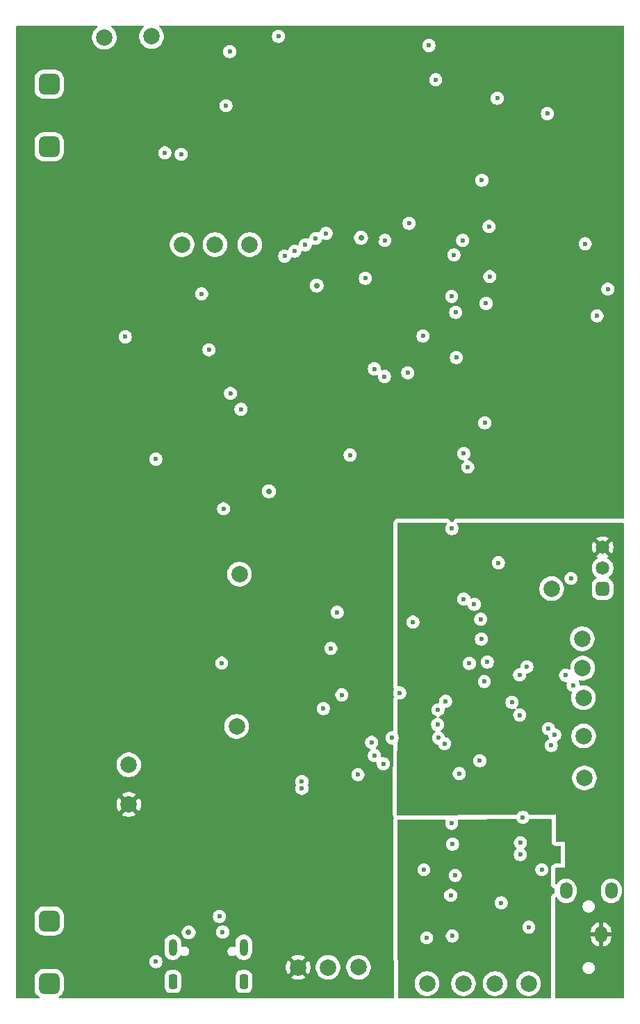
<source format=gbr>
%TF.GenerationSoftware,KiCad,Pcbnew,9.0.0*%
%TF.CreationDate,2025-08-08T14:04:16-04:00*%
%TF.ProjectId,Messages4,4d657373-6167-4657-9334-2e6b69636164,rev?*%
%TF.SameCoordinates,Original*%
%TF.FileFunction,Copper,L2,Inr*%
%TF.FilePolarity,Positive*%
%FSLAX46Y46*%
G04 Gerber Fmt 4.6, Leading zero omitted, Abs format (unit mm)*
G04 Created by KiCad (PCBNEW 9.0.0) date 2025-08-08 14:04:16*
%MOMM*%
%LPD*%
G01*
G04 APERTURE LIST*
G04 Aperture macros list*
%AMRoundRect*
0 Rectangle with rounded corners*
0 $1 Rounding radius*
0 $2 $3 $4 $5 $6 $7 $8 $9 X,Y pos of 4 corners*
0 Add a 4 corners polygon primitive as box body*
4,1,4,$2,$3,$4,$5,$6,$7,$8,$9,$2,$3,0*
0 Add four circle primitives for the rounded corners*
1,1,$1+$1,$2,$3*
1,1,$1+$1,$4,$5*
1,1,$1+$1,$6,$7*
1,1,$1+$1,$8,$9*
0 Add four rect primitives between the rounded corners*
20,1,$1+$1,$2,$3,$4,$5,0*
20,1,$1+$1,$4,$5,$6,$7,0*
20,1,$1+$1,$6,$7,$8,$9,0*
20,1,$1+$1,$8,$9,$2,$3,0*%
G04 Aperture macros list end*
%TA.AperFunction,ComponentPad*%
%ADD10C,2.000000*%
%TD*%
%TA.AperFunction,ComponentPad*%
%ADD11RoundRect,0.635000X-0.635000X-0.635000X0.635000X-0.635000X0.635000X0.635000X-0.635000X0.635000X0*%
%TD*%
%TA.AperFunction,ComponentPad*%
%ADD12RoundRect,0.635000X0.635000X0.635000X-0.635000X0.635000X-0.635000X-0.635000X0.635000X-0.635000X0*%
%TD*%
%TA.AperFunction,ComponentPad*%
%ADD13RoundRect,0.412500X0.412500X-0.412500X0.412500X0.412500X-0.412500X0.412500X-0.412500X-0.412500X0*%
%TD*%
%TA.AperFunction,ComponentPad*%
%ADD14C,1.650000*%
%TD*%
%TA.AperFunction,ComponentPad*%
%ADD15O,1.498600X2.006600*%
%TD*%
%TA.AperFunction,ComponentPad*%
%ADD16O,1.000000X2.100000*%
%TD*%
%TA.AperFunction,ComponentPad*%
%ADD17RoundRect,0.250000X-0.250000X-0.650000X0.250000X-0.650000X0.250000X0.650000X-0.250000X0.650000X0*%
%TD*%
%TA.AperFunction,ViaPad*%
%ADD18C,0.600000*%
%TD*%
%TA.AperFunction,ViaPad*%
%ADD19C,0.700000*%
%TD*%
%TA.AperFunction,ViaPad*%
%ADD20C,0.800000*%
%TD*%
%TA.AperFunction,Conductor*%
%ADD21C,0.254000*%
%TD*%
G04 APERTURE END LIST*
D10*
%TO.N,Net-(-OUT_L1-Pad1)*%
%TO.C,-OUTL*%
X91175000Y-184500000D03*
%TD*%
%TO.N,Net-(U5--OUT_R)*%
%TO.C,-OUTR*%
X95025000Y-184500000D03*
%TD*%
%TO.N,Net-(U5-+OUT_R)*%
%TO.C,+OUTR*%
X99125000Y-184500000D03*
%TD*%
%TO.N,Net-(+OUT_L1-Pad1)*%
%TO.C,+OUTL*%
X86750000Y-184500000D03*
%TD*%
%TO.N,/Audio4/OUTL*%
%TO.C,OUTL1*%
X105925000Y-159450000D03*
%TD*%
%TO.N,GND*%
%TO.C,GND1*%
X50400000Y-162675000D03*
%TD*%
%TO.N,+5V*%
%TO.C,5V1*%
X63550000Y-153175000D03*
%TD*%
D11*
%TO.N,/Power4/ANODE*%
%TO.C,F1*%
X40700000Y-184477500D03*
X40700000Y-176857500D03*
D12*
%TO.N,/Power4/CATHODE*%
X40695000Y-82582500D03*
X40695000Y-74962500D03*
%TD*%
D13*
%TO.N,/Audio4/DAC_MONO*%
%TO.C,RV1*%
X108137500Y-136440000D03*
D14*
%TO.N,/Audio4/AMP_MONO*%
X108137500Y-133900000D03*
%TO.N,AGND*%
X108137500Y-131360000D03*
%TD*%
D10*
%TO.N,/I2S_LRCK*%
%TO.C,LRCK1*%
X105700000Y-146075000D03*
%TD*%
%TO.N,Net-(Q1-D)*%
%TO.C,DRAIN1*%
X65150000Y-94500000D03*
%TD*%
%TO.N,+5V*%
%TO.C,+5V1*%
X78400000Y-182500000D03*
%TD*%
D15*
%TO.N,AGND*%
%TO.C,J2*%
X107950124Y-178490435D03*
%TO.N,/Audio4/OUTL*%
X103699942Y-173190433D03*
%TO.N,/Audio4/OUTR*%
X109199941Y-173190433D03*
%TD*%
D10*
%TO.N,VBUS*%
%TO.C,VBUS1*%
X50400000Y-157850000D03*
%TD*%
%TO.N,/Audio4/OUTR*%
%TO.C,OUTR1*%
X105825000Y-154350000D03*
%TD*%
%TO.N,/Power4/CATHODE*%
%TO.C,HIV-1*%
X47425000Y-69250000D03*
%TD*%
%TO.N,/I2S_DOUT*%
%TO.C,DOUT1*%
X105650000Y-142500000D03*
%TD*%
%TO.N,/I2S_BCK*%
%TO.C,BCK1*%
X105800000Y-149675000D03*
%TD*%
%TO.N,Net-(D1-A)*%
%TO.C,STG1*%
X60900000Y-94500000D03*
%TD*%
%TO.N,+3.3V*%
%TO.C,+3.3V1*%
X63900000Y-134625000D03*
%TD*%
D16*
%TO.N,/MCU4/SHELL_GND*%
%TO.C,J1*%
X55780000Y-180070000D03*
X64420000Y-180070000D03*
D17*
X55780000Y-184250000D03*
X64420000Y-184250000D03*
%TD*%
D10*
%TO.N,/LAMP*%
%TO.C,LAMP1*%
X74675000Y-182525000D03*
%TD*%
%TO.N,Net-(Q1-G)*%
%TO.C,PWM1*%
X53175000Y-69150000D03*
%TD*%
%TO.N,GND*%
%TO.C,GND2*%
X71050000Y-182525000D03*
%TD*%
%TO.N,Net-(D1-K)*%
%TO.C,HIV+1*%
X56900000Y-94500000D03*
%TD*%
%TO.N,/Audio4/DAC_MONO*%
%TO.C,DAC_MONO1*%
X101925000Y-136400000D03*
%TD*%
D18*
%TO.N,Net-(C18-Pad1)*%
X86362500Y-170625000D03*
X89625000Y-173750000D03*
%TO.N,PGND*%
X93025000Y-177250000D03*
%TO.N,AGND*%
X97825000Y-148800000D03*
%TO.N,Net-(C3-Pad2)*%
X59275000Y-100500000D03*
%TO.N,/I2S_DOUT*%
X89775000Y-129075000D03*
X91225000Y-119950000D03*
%TO.N,/MOSI*%
X93937500Y-101662500D03*
X94400000Y-98400000D03*
X90225000Y-102750000D03*
%TO.N,/CS*%
X89750000Y-100800000D03*
%TO.N,+5V*%
X75800000Y-139275000D03*
X77375000Y-120125000D03*
%TO.N,VBUS*%
X91700000Y-121600000D03*
X54800000Y-83325000D03*
D19*
X67467900Y-124542900D03*
D18*
%TO.N,/BAT_SENSE*%
X90325000Y-108250000D03*
%TO.N,/Audio4/DAC_MONO*%
X93287500Y-140112500D03*
%TO.N,+3.3V*%
X88875000Y-155275000D03*
%TO.N,+5V*%
X93775000Y-116200000D03*
%TO.N,GND*%
X100200000Y-106400000D03*
%TO.N,/SCK*%
X90025000Y-95750000D03*
%TO.N,/MISO*%
X91087500Y-93987500D03*
%TO.N,Net-(J3-DAT2)*%
X107450000Y-103175000D03*
%TO.N,Net-(J3-DAT1)*%
X106012500Y-94400000D03*
%TO.N,GND*%
X108925000Y-91603400D03*
%TO.N,/Audio4/DAC_MONO*%
X92500000Y-138300000D03*
X91900000Y-145500000D03*
%TO.N,Net-(JP6-A)*%
X91225000Y-137675000D03*
X95450000Y-133250000D03*
%TO.N,/Audio4/AMP_MONO*%
X85025000Y-140475000D03*
X104300000Y-135150000D03*
%TO.N,/Audio4/OUTL*%
X98912500Y-145912500D03*
%TO.N,/I2S_DOUT*%
X104550000Y-148150000D03*
%TO.N,AGND*%
X87075000Y-151975000D03*
%TO.N,GND*%
X81850000Y-142900000D03*
%TO.N,AGND*%
X83900000Y-143025000D03*
%TO.N,+3.3V*%
X93175000Y-157350000D03*
%TO.N,Net-(U6-CAPP)*%
X88087500Y-151162500D03*
%TO.N,Net-(U6-CAPM)*%
X88025000Y-152950000D03*
X98025000Y-146900000D03*
%TO.N,Net-(U6-CAPP)*%
X94100000Y-145325000D03*
%TO.N,+5V*%
X78325000Y-159050000D03*
X74100000Y-151000000D03*
X61725000Y-145475000D03*
X76362500Y-149337500D03*
%TO.N,Net-(Q1-D)*%
X53700000Y-120625000D03*
%TO.N,/Audio4/OUTR*%
X83425000Y-149100000D03*
X81425000Y-157725000D03*
X93725000Y-147700000D03*
X71500000Y-160725000D03*
X93375000Y-142550000D03*
%TO.N,Net-(Q1-G)*%
X87800000Y-74425000D03*
%TO.N,/MOSI*%
X71895000Y-94525000D03*
%TO.N,/I2S_LRCK*%
X101550000Y-153450000D03*
%TO.N,/I2S_DOUT*%
X103625000Y-146950000D03*
X102312500Y-154212500D03*
%TO.N,/I2S_BCK*%
X101875000Y-155500000D03*
%TO.N,/MUTE*%
X86250000Y-105625000D03*
X79225000Y-98600000D03*
%TO.N,Net-(C3-Pad2)*%
X49975000Y-105725000D03*
%TO.N,/MISO*%
X74435000Y-93125000D03*
%TO.N,/CS*%
X70625000Y-95300000D03*
%TO.N,/EN*%
X86975000Y-70250000D03*
X68637500Y-69137500D03*
%TO.N,GND*%
X51887500Y-181537500D03*
D20*
X67800000Y-144175000D03*
D18*
X74650000Y-122675000D03*
X103537500Y-125800000D03*
X101537500Y-112425000D03*
X101850000Y-69325000D03*
X75100000Y-77800000D03*
X109628401Y-109600000D03*
X61575000Y-109450000D03*
X49775000Y-84750000D03*
X72773100Y-135776900D03*
X70900000Y-79100000D03*
X75100000Y-75000000D03*
X103850000Y-81350000D03*
X65500000Y-170600000D03*
X84750000Y-69525000D03*
X69375000Y-112700000D03*
X62400000Y-69900000D03*
X97050000Y-81475000D03*
X57325000Y-88875000D03*
X56787500Y-175300000D03*
X71000000Y-73500000D03*
X80650000Y-93850000D03*
X104075000Y-97750000D03*
X70200000Y-103100000D03*
X95525000Y-69525000D03*
X66150000Y-118325000D03*
%TO.N,/SCK*%
X73165000Y-93750000D03*
%TO.N,Net-(J1-CC2)*%
X53700000Y-181825000D03*
X61850000Y-178225000D03*
%TO.N,+3.3V*%
X56800000Y-83500000D03*
X94300000Y-92300000D03*
X62700000Y-71000000D03*
X101400000Y-78550000D03*
X64075000Y-114550000D03*
X95300000Y-76675000D03*
X97100000Y-150250000D03*
X62800000Y-112625000D03*
D19*
X73300000Y-99475000D03*
D18*
X89000000Y-150125000D03*
X108775000Y-99925000D03*
D19*
X78700000Y-93675000D03*
D18*
X75025000Y-143675000D03*
%TO.N,/GPIO0*%
X93425000Y-86650000D03*
X84550000Y-91900000D03*
%TO.N,VBUS*%
X99150000Y-177625000D03*
X98100000Y-168790000D03*
D19*
X57700000Y-178275000D03*
D18*
X90180000Y-171330000D03*
X95785000Y-174660000D03*
X61950000Y-126675000D03*
X61450000Y-176325000D03*
%TO.N,AGND*%
X97125000Y-153225000D03*
X87975000Y-156525000D03*
X97050000Y-151300000D03*
X84262500Y-162887500D03*
X97025000Y-156525000D03*
X102250000Y-151225000D03*
%TO.N,/BAT_SENSE*%
X69400000Y-95900000D03*
%TO.N,/RAD_IN*%
X62250000Y-77575000D03*
X81569916Y-110555084D03*
X81600000Y-93975000D03*
X60175000Y-107300000D03*
%TO.N,/MUTE_AMP*%
X80325000Y-109625000D03*
X84400000Y-110100000D03*
%TO.N,/AMP*%
X80000000Y-155125000D03*
X100725000Y-170625000D03*
%TO.N,Net-(U5-+OUT_R)*%
X98425000Y-164250000D03*
%TO.N,Net-(U5--OUT_R)*%
X98125000Y-167350000D03*
%TO.N,Net-(U6-LDOO)*%
X98037500Y-151787500D03*
X90675000Y-158925000D03*
%TO.N,Net-(U5-+OUT_L)*%
X89750000Y-164980000D03*
X86700000Y-178925000D03*
%TO.N,Net-(U5--OUT_L)*%
X89825000Y-178700000D03*
X89850000Y-167520000D03*
%TO.N,Net-(U6-OUTR)*%
X88150000Y-154575000D03*
X82500000Y-154575000D03*
X80337500Y-156712500D03*
X71500000Y-159900000D03*
%TO.N,PGND*%
X97100000Y-177150000D03*
X85075000Y-166425000D03*
X98550000Y-171330000D03*
X89775000Y-166250000D03*
%TD*%
D21*
%TO.N,Net-(U5-+OUT_R)*%
X98700000Y-183850000D02*
X98700000Y-184600000D01*
%TD*%
%TA.AperFunction,Conductor*%
%TO.N,GND*%
G36*
X46552669Y-67820185D02*
G01*
X46598424Y-67872989D01*
X46608368Y-67942147D01*
X46579343Y-68005703D01*
X46558517Y-68024816D01*
X46447490Y-68105483D01*
X46447488Y-68105485D01*
X46447487Y-68105485D01*
X46280485Y-68272487D01*
X46280485Y-68272488D01*
X46280483Y-68272490D01*
X46233614Y-68337000D01*
X46141657Y-68463566D01*
X46034433Y-68674003D01*
X45961446Y-68898631D01*
X45924500Y-69131902D01*
X45924500Y-69368097D01*
X45961446Y-69601368D01*
X46034433Y-69825996D01*
X46131500Y-70016498D01*
X46141657Y-70036433D01*
X46280483Y-70227510D01*
X46447490Y-70394517D01*
X46638567Y-70533343D01*
X46737991Y-70584002D01*
X46849003Y-70640566D01*
X46849005Y-70640566D01*
X46849008Y-70640568D01*
X46969412Y-70679689D01*
X47073631Y-70713553D01*
X47306903Y-70750500D01*
X47306908Y-70750500D01*
X47543097Y-70750500D01*
X47776368Y-70713553D01*
X48000992Y-70640568D01*
X48211433Y-70533343D01*
X48402510Y-70394517D01*
X48569517Y-70227510D01*
X48708343Y-70036433D01*
X48815568Y-69825992D01*
X48888553Y-69601368D01*
X48898177Y-69540606D01*
X48925500Y-69368097D01*
X48925500Y-69131902D01*
X48888553Y-68898631D01*
X48815566Y-68674003D01*
X48759002Y-68562991D01*
X48708343Y-68463567D01*
X48569517Y-68272490D01*
X48402510Y-68105483D01*
X48291483Y-68024817D01*
X48248819Y-67969488D01*
X48242840Y-67899874D01*
X48275446Y-67838079D01*
X48336285Y-67803722D01*
X48364370Y-67800500D01*
X52103111Y-67800500D01*
X52170150Y-67820185D01*
X52215905Y-67872989D01*
X52225849Y-67942147D01*
X52196824Y-68005703D01*
X52190792Y-68012181D01*
X52030485Y-68172487D01*
X52030485Y-68172488D01*
X52030483Y-68172490D01*
X51970862Y-68254550D01*
X51891657Y-68363566D01*
X51784433Y-68574003D01*
X51711446Y-68798631D01*
X51674500Y-69031902D01*
X51674500Y-69268097D01*
X51711446Y-69501368D01*
X51784433Y-69725996D01*
X51846036Y-69846897D01*
X51891657Y-69936433D01*
X52030483Y-70127510D01*
X52197490Y-70294517D01*
X52388567Y-70433343D01*
X52486984Y-70483489D01*
X52599003Y-70540566D01*
X52599005Y-70540566D01*
X52599008Y-70540568D01*
X52719412Y-70579689D01*
X52823631Y-70613553D01*
X53056903Y-70650500D01*
X53056908Y-70650500D01*
X53293097Y-70650500D01*
X53526368Y-70613553D01*
X53750992Y-70540568D01*
X53961433Y-70433343D01*
X54152510Y-70294517D01*
X54275874Y-70171153D01*
X86174500Y-70171153D01*
X86174500Y-70328846D01*
X86205261Y-70483489D01*
X86205264Y-70483501D01*
X86265602Y-70629172D01*
X86265609Y-70629185D01*
X86353210Y-70760288D01*
X86353213Y-70760292D01*
X86464707Y-70871786D01*
X86464711Y-70871789D01*
X86595814Y-70959390D01*
X86595827Y-70959397D01*
X86741498Y-71019735D01*
X86741503Y-71019737D01*
X86896153Y-71050499D01*
X86896156Y-71050500D01*
X86896158Y-71050500D01*
X87053844Y-71050500D01*
X87053845Y-71050499D01*
X87208497Y-71019737D01*
X87354179Y-70959394D01*
X87485289Y-70871789D01*
X87596789Y-70760289D01*
X87684394Y-70629179D01*
X87687854Y-70620827D01*
X87698067Y-70596166D01*
X87744737Y-70483497D01*
X87775500Y-70328842D01*
X87775500Y-70171158D01*
X87775500Y-70171155D01*
X87775499Y-70171153D01*
X87744738Y-70016510D01*
X87744737Y-70016503D01*
X87744735Y-70016498D01*
X87684397Y-69870827D01*
X87684390Y-69870814D01*
X87596789Y-69739711D01*
X87596786Y-69739707D01*
X87485292Y-69628213D01*
X87485288Y-69628210D01*
X87354185Y-69540609D01*
X87354172Y-69540602D01*
X87208501Y-69480264D01*
X87208489Y-69480261D01*
X87053845Y-69449500D01*
X87053842Y-69449500D01*
X86896158Y-69449500D01*
X86896155Y-69449500D01*
X86741510Y-69480261D01*
X86741498Y-69480264D01*
X86595827Y-69540602D01*
X86595814Y-69540609D01*
X86464711Y-69628210D01*
X86464707Y-69628213D01*
X86353213Y-69739707D01*
X86353210Y-69739711D01*
X86265609Y-69870814D01*
X86265602Y-69870827D01*
X86205264Y-70016498D01*
X86205261Y-70016510D01*
X86174500Y-70171153D01*
X54275874Y-70171153D01*
X54319517Y-70127510D01*
X54458343Y-69936433D01*
X54565568Y-69725992D01*
X54638553Y-69501368D01*
X54659662Y-69368092D01*
X54675500Y-69268097D01*
X54675500Y-69058653D01*
X67837000Y-69058653D01*
X67837000Y-69216346D01*
X67867761Y-69370989D01*
X67867764Y-69371001D01*
X67928102Y-69516672D01*
X67928109Y-69516685D01*
X68015710Y-69647788D01*
X68015713Y-69647792D01*
X68127207Y-69759286D01*
X68127211Y-69759289D01*
X68258314Y-69846890D01*
X68258327Y-69846897D01*
X68403998Y-69907235D01*
X68404003Y-69907237D01*
X68550780Y-69936433D01*
X68558653Y-69937999D01*
X68558656Y-69938000D01*
X68558658Y-69938000D01*
X68716344Y-69938000D01*
X68716345Y-69937999D01*
X68870997Y-69907237D01*
X69016679Y-69846894D01*
X69147789Y-69759289D01*
X69259289Y-69647789D01*
X69346894Y-69516679D01*
X69407237Y-69370997D01*
X69438000Y-69216342D01*
X69438000Y-69058658D01*
X69438000Y-69058655D01*
X69437999Y-69058653D01*
X69407238Y-68904010D01*
X69407237Y-68904003D01*
X69405012Y-68898631D01*
X69346897Y-68758327D01*
X69346890Y-68758314D01*
X69259289Y-68627211D01*
X69259286Y-68627207D01*
X69147792Y-68515713D01*
X69147788Y-68515710D01*
X69016685Y-68428109D01*
X69016672Y-68428102D01*
X68871001Y-68367764D01*
X68870989Y-68367761D01*
X68716345Y-68337000D01*
X68716342Y-68337000D01*
X68558658Y-68337000D01*
X68558655Y-68337000D01*
X68404010Y-68367761D01*
X68403998Y-68367764D01*
X68258327Y-68428102D01*
X68258314Y-68428109D01*
X68127211Y-68515710D01*
X68127207Y-68515713D01*
X68015713Y-68627207D01*
X68015710Y-68627211D01*
X67928109Y-68758314D01*
X67928102Y-68758327D01*
X67867764Y-68903998D01*
X67867761Y-68904010D01*
X67837000Y-69058653D01*
X54675500Y-69058653D01*
X54675500Y-69031902D01*
X54638553Y-68798631D01*
X54565566Y-68574003D01*
X54460481Y-68367764D01*
X54458343Y-68363567D01*
X54319517Y-68172490D01*
X54159208Y-68012181D01*
X54125723Y-67950858D01*
X54130707Y-67881166D01*
X54172579Y-67825233D01*
X54238043Y-67800816D01*
X54246889Y-67800500D01*
X110625500Y-67800500D01*
X110692539Y-67820185D01*
X110738294Y-67872989D01*
X110749500Y-67924500D01*
X110749500Y-127720500D01*
X110729815Y-127787539D01*
X110677011Y-127833294D01*
X110625500Y-127844500D01*
X90481422Y-127844500D01*
X90463439Y-127844820D01*
X90455794Y-127845093D01*
X90454549Y-127845138D01*
X90454545Y-127845138D01*
X90454523Y-127845139D01*
X90436537Y-127846103D01*
X90436522Y-127846105D01*
X90295946Y-127876686D01*
X90295941Y-127876687D01*
X90295940Y-127876688D01*
X90280114Y-127882590D01*
X90230474Y-127901105D01*
X90230470Y-127901107D01*
X90104202Y-127970055D01*
X90002464Y-128071789D01*
X90002458Y-128071796D01*
X89965541Y-128121110D01*
X89965538Y-128121114D01*
X89960589Y-128127726D01*
X89960583Y-128127734D01*
X89915369Y-128210539D01*
X89915014Y-128211172D01*
X89890514Y-128235115D01*
X89866299Y-128259331D01*
X89865537Y-128259525D01*
X89865045Y-128260007D01*
X89857885Y-128261478D01*
X89806871Y-128274500D01*
X89748729Y-128274500D01*
X89681690Y-128254815D01*
X89644414Y-128217540D01*
X89563388Y-128091462D01*
X89563379Y-128091451D01*
X89517635Y-128038659D01*
X89517631Y-128038656D01*
X89517629Y-128038653D01*
X89408895Y-127944433D01*
X89408892Y-127944431D01*
X89408890Y-127944430D01*
X89278024Y-127884664D01*
X89278019Y-127884662D01*
X89278018Y-127884662D01*
X89218131Y-127867077D01*
X89210976Y-127864976D01*
X89148252Y-127855958D01*
X89068559Y-127844500D01*
X83273786Y-127844500D01*
X83258797Y-127846105D01*
X83166771Y-127855958D01*
X83166753Y-127855961D01*
X83115445Y-127867076D01*
X83115438Y-127867077D01*
X83013271Y-127900935D01*
X82892103Y-127978511D01*
X82892096Y-127978516D01*
X82839215Y-128024177D01*
X82744808Y-128132747D01*
X82684811Y-128263523D01*
X82666648Y-128324985D01*
X82665986Y-128326893D01*
X82665009Y-128330528D01*
X82644287Y-128472905D01*
X82644287Y-128472912D01*
X82636171Y-133170279D01*
X82636171Y-133170280D01*
X82636083Y-133220941D01*
X82635021Y-133835459D01*
X82632800Y-135120941D01*
X82630796Y-136281029D01*
X82630726Y-136321686D01*
X82630726Y-136321687D01*
X82628525Y-137595279D01*
X82628525Y-137595280D01*
X82628437Y-137645941D01*
X82627694Y-138075741D01*
X82624226Y-140083441D01*
X82623687Y-140395278D01*
X82623687Y-140395279D01*
X82623599Y-140445941D01*
X82620101Y-142470279D01*
X82620101Y-142470280D01*
X82620013Y-142520941D01*
X82615004Y-145420279D01*
X82615004Y-145420280D01*
X82614916Y-145470941D01*
X82612585Y-146820279D01*
X82612585Y-146820280D01*
X82612497Y-146870941D01*
X82611203Y-147620279D01*
X82611203Y-147620280D01*
X82611115Y-147670941D01*
X82610213Y-148193221D01*
X82610384Y-148207299D01*
X82610560Y-148214051D01*
X82611112Y-148227931D01*
X82639180Y-148369042D01*
X82639182Y-148369049D01*
X82658351Y-148423389D01*
X82658352Y-148423392D01*
X82662426Y-148434939D01*
X82662428Y-148434946D01*
X82729119Y-148562437D01*
X82730944Y-148564329D01*
X82736338Y-148574800D01*
X82741257Y-148600379D01*
X82749923Y-148624941D01*
X82747750Y-148634134D01*
X82749535Y-148643412D01*
X82739845Y-148667588D01*
X82733856Y-148692938D01*
X82729205Y-148700467D01*
X82715610Y-148720814D01*
X82715602Y-148720828D01*
X82655264Y-148866498D01*
X82655261Y-148866510D01*
X82624500Y-149021153D01*
X82624500Y-149178846D01*
X82655261Y-149333489D01*
X82655264Y-149333501D01*
X82715602Y-149479172D01*
X82715606Y-149479179D01*
X82729284Y-149499649D01*
X82750162Y-149566326D01*
X82731678Y-149633707D01*
X82719756Y-149649904D01*
X82707610Y-149663872D01*
X82647610Y-149794648D01*
X82627838Y-149861552D01*
X82627806Y-149861658D01*
X82607084Y-150004035D01*
X82607084Y-150004042D01*
X82606109Y-150568659D01*
X82605133Y-151133441D01*
X82604053Y-151758441D01*
X82602132Y-152870279D01*
X82602132Y-152870280D01*
X82602044Y-152920941D01*
X82601180Y-153420941D01*
X82600783Y-153650714D01*
X82580982Y-153717720D01*
X82528099Y-153763383D01*
X82476783Y-153774500D01*
X82421155Y-153774500D01*
X82266510Y-153805261D01*
X82266498Y-153805264D01*
X82120827Y-153865602D01*
X82120814Y-153865609D01*
X81989711Y-153953210D01*
X81989707Y-153953213D01*
X81878213Y-154064707D01*
X81878210Y-154064711D01*
X81790609Y-154195814D01*
X81790602Y-154195827D01*
X81730264Y-154341498D01*
X81730261Y-154341510D01*
X81699500Y-154496153D01*
X81699500Y-154653846D01*
X81730261Y-154808489D01*
X81730264Y-154808501D01*
X81790602Y-154954172D01*
X81790609Y-154954185D01*
X81878210Y-155085288D01*
X81878213Y-155085292D01*
X81989707Y-155196786D01*
X81989711Y-155196789D01*
X82120814Y-155284390D01*
X82120827Y-155284397D01*
X82266498Y-155344735D01*
X82266503Y-155344737D01*
X82402190Y-155371727D01*
X82421153Y-155375499D01*
X82421156Y-155375500D01*
X82473588Y-155375500D01*
X82540627Y-155395185D01*
X82586382Y-155447989D01*
X82597587Y-155499713D01*
X82596374Y-156202207D01*
X82594529Y-157270279D01*
X82594529Y-157270280D01*
X82594441Y-157320941D01*
X82591808Y-158845279D01*
X82591808Y-158845280D01*
X82591720Y-158895941D01*
X82590898Y-159371687D01*
X82583034Y-163923067D01*
X82594877Y-164032720D01*
X82606454Y-164085256D01*
X82641793Y-164189719D01*
X82676281Y-164242555D01*
X82696441Y-164309453D01*
X82685467Y-164361341D01*
X82636090Y-164470749D01*
X82616705Y-164537874D01*
X82616704Y-164537879D01*
X82596865Y-164680378D01*
X82596864Y-164680386D01*
X82609214Y-167443412D01*
X82609426Y-167490941D01*
X82614890Y-168713412D01*
X82615102Y-168760941D01*
X82623091Y-170548412D01*
X82623303Y-170595941D01*
X82626454Y-171300941D01*
X82637057Y-173673412D01*
X82637269Y-173720941D01*
X82641124Y-174583412D01*
X82641336Y-174630941D01*
X82654376Y-177548412D01*
X82654588Y-177595941D01*
X82660186Y-178848412D01*
X82660398Y-178895941D01*
X82684927Y-184384161D01*
X82685095Y-184421687D01*
X82690586Y-185650498D01*
X82693042Y-186199946D01*
X82673657Y-186267073D01*
X82621058Y-186313063D01*
X82569043Y-186324500D01*
X41974552Y-186324500D01*
X41907513Y-186304815D01*
X41861758Y-186252011D01*
X41851814Y-186182853D01*
X41880839Y-186119297D01*
X41905049Y-186097810D01*
X41946462Y-186069779D01*
X42061250Y-185992089D01*
X42214589Y-185838750D01*
X42336138Y-185659163D01*
X42421502Y-185459817D01*
X42467598Y-185247919D01*
X42470500Y-185199204D01*
X42470500Y-183755796D01*
X42467598Y-183707081D01*
X42433426Y-183549998D01*
X42433423Y-183549983D01*
X54779500Y-183549983D01*
X54779500Y-184950001D01*
X54779501Y-184950018D01*
X54790000Y-185052796D01*
X54790001Y-185052799D01*
X54845185Y-185219331D01*
X54845186Y-185219334D01*
X54937288Y-185368656D01*
X55061344Y-185492712D01*
X55210666Y-185584814D01*
X55377203Y-185639999D01*
X55479991Y-185650500D01*
X56080008Y-185650499D01*
X56080016Y-185650498D01*
X56080019Y-185650498D01*
X56136302Y-185644748D01*
X56182797Y-185639999D01*
X56349334Y-185584814D01*
X56498656Y-185492712D01*
X56622712Y-185368656D01*
X56714814Y-185219334D01*
X56769999Y-185052797D01*
X56780500Y-184950009D01*
X56780499Y-183549992D01*
X56780498Y-183549983D01*
X63419500Y-183549983D01*
X63419500Y-184950001D01*
X63419501Y-184950018D01*
X63430000Y-185052796D01*
X63430001Y-185052799D01*
X63485185Y-185219331D01*
X63485186Y-185219334D01*
X63577288Y-185368656D01*
X63701344Y-185492712D01*
X63850666Y-185584814D01*
X64017203Y-185639999D01*
X64119991Y-185650500D01*
X64720008Y-185650499D01*
X64720016Y-185650498D01*
X64720019Y-185650498D01*
X64776302Y-185644748D01*
X64822797Y-185639999D01*
X64989334Y-185584814D01*
X65138656Y-185492712D01*
X65262712Y-185368656D01*
X65354814Y-185219334D01*
X65409999Y-185052797D01*
X65420500Y-184950009D01*
X65420499Y-183549992D01*
X65409999Y-183447203D01*
X65354814Y-183280666D01*
X65262712Y-183131344D01*
X65138656Y-183007288D01*
X64989334Y-182915186D01*
X64822797Y-182860001D01*
X64822795Y-182860000D01*
X64720010Y-182849500D01*
X64119998Y-182849500D01*
X64119980Y-182849501D01*
X64017203Y-182860000D01*
X64017200Y-182860001D01*
X63850668Y-182915185D01*
X63850663Y-182915187D01*
X63701342Y-183007289D01*
X63577289Y-183131342D01*
X63485187Y-183280663D01*
X63485185Y-183280668D01*
X63474991Y-183311433D01*
X63430001Y-183447203D01*
X63430001Y-183447204D01*
X63430000Y-183447204D01*
X63419500Y-183549983D01*
X56780498Y-183549983D01*
X56769999Y-183447203D01*
X56714814Y-183280666D01*
X56622712Y-183131344D01*
X56498656Y-183007288D01*
X56349334Y-182915186D01*
X56182797Y-182860001D01*
X56182795Y-182860000D01*
X56080010Y-182849500D01*
X55479998Y-182849500D01*
X55479980Y-182849501D01*
X55377203Y-182860000D01*
X55377200Y-182860001D01*
X55210668Y-182915185D01*
X55210663Y-182915187D01*
X55061342Y-183007289D01*
X54937289Y-183131342D01*
X54845187Y-183280663D01*
X54845185Y-183280668D01*
X54834991Y-183311433D01*
X54790001Y-183447203D01*
X54790001Y-183447204D01*
X54790000Y-183447204D01*
X54779500Y-183549983D01*
X42433423Y-183549983D01*
X42421504Y-183495192D01*
X42421503Y-183495191D01*
X42421502Y-183495183D01*
X42421500Y-183495179D01*
X42421499Y-183495174D01*
X42336142Y-183295846D01*
X42336141Y-183295844D01*
X42336138Y-183295837D01*
X42214589Y-183116250D01*
X42214587Y-183116247D01*
X42061252Y-182962912D01*
X41881669Y-182841366D01*
X41881668Y-182841365D01*
X41881663Y-182841362D01*
X41881658Y-182841360D01*
X41881653Y-182841357D01*
X41682325Y-182756000D01*
X41682309Y-182755995D01*
X41470424Y-182709903D01*
X41470423Y-182709902D01*
X41470419Y-182709902D01*
X41421704Y-182707000D01*
X39978296Y-182707000D01*
X39929581Y-182709902D01*
X39929576Y-182709902D01*
X39929575Y-182709903D01*
X39717690Y-182755995D01*
X39717674Y-182756000D01*
X39518346Y-182841357D01*
X39518330Y-182841366D01*
X39338747Y-182962912D01*
X39185412Y-183116247D01*
X39063866Y-183295830D01*
X39063857Y-183295846D01*
X38978500Y-183495174D01*
X38978495Y-183495190D01*
X38932403Y-183707075D01*
X38932402Y-183707081D01*
X38929500Y-183755796D01*
X38929500Y-185199204D01*
X38932402Y-185247919D01*
X38932402Y-185247923D01*
X38932403Y-185247924D01*
X38978495Y-185459809D01*
X38978500Y-185459825D01*
X39063857Y-185659153D01*
X39063860Y-185659158D01*
X39063862Y-185659163D01*
X39063865Y-185659168D01*
X39063866Y-185659169D01*
X39185412Y-185838752D01*
X39338747Y-185992087D01*
X39494951Y-186097810D01*
X39539437Y-186151688D01*
X39547731Y-186221063D01*
X39517202Y-186283910D01*
X39457541Y-186320275D01*
X39425448Y-186324500D01*
X36824500Y-186324500D01*
X36757461Y-186304815D01*
X36711706Y-186252011D01*
X36700500Y-186200500D01*
X36700500Y-181746153D01*
X52899500Y-181746153D01*
X52899500Y-181903846D01*
X52930261Y-182058489D01*
X52930264Y-182058501D01*
X52990602Y-182204172D01*
X52990609Y-182204185D01*
X53078210Y-182335288D01*
X53078213Y-182335292D01*
X53189707Y-182446786D01*
X53189711Y-182446789D01*
X53320814Y-182534390D01*
X53320827Y-182534397D01*
X53457061Y-182590826D01*
X53466503Y-182594737D01*
X53583916Y-182618092D01*
X53621153Y-182625499D01*
X53621156Y-182625500D01*
X53621158Y-182625500D01*
X53778844Y-182625500D01*
X53778845Y-182625499D01*
X53933497Y-182594737D01*
X54079179Y-182534394D01*
X54210289Y-182446789D01*
X54250131Y-182406947D01*
X69550000Y-182406947D01*
X69550000Y-182643052D01*
X69586934Y-182876247D01*
X69659897Y-183100802D01*
X69767087Y-183311174D01*
X69827338Y-183394104D01*
X69827340Y-183394105D01*
X70567037Y-182654408D01*
X70584075Y-182717993D01*
X70649901Y-182832007D01*
X70742993Y-182925099D01*
X70857007Y-182990925D01*
X70920590Y-183007962D01*
X70180893Y-183747658D01*
X70263828Y-183807914D01*
X70474197Y-183915102D01*
X70698752Y-183988065D01*
X70698751Y-183988065D01*
X70931948Y-184025000D01*
X71168052Y-184025000D01*
X71401247Y-183988065D01*
X71625802Y-183915102D01*
X71836163Y-183807918D01*
X71836169Y-183807914D01*
X71919104Y-183747658D01*
X71919105Y-183747658D01*
X71179408Y-183007962D01*
X71242993Y-182990925D01*
X71357007Y-182925099D01*
X71450099Y-182832007D01*
X71515925Y-182717993D01*
X71532962Y-182654408D01*
X72272658Y-183394105D01*
X72272658Y-183394104D01*
X72332914Y-183311169D01*
X72332918Y-183311163D01*
X72440102Y-183100802D01*
X72513065Y-182876247D01*
X72550000Y-182643052D01*
X72550000Y-182406947D01*
X72549993Y-182406902D01*
X73174500Y-182406902D01*
X73174500Y-182643097D01*
X73211446Y-182876368D01*
X73284433Y-183100996D01*
X73375979Y-183280663D01*
X73391657Y-183311433D01*
X73530483Y-183502510D01*
X73697490Y-183669517D01*
X73888567Y-183808343D01*
X73987991Y-183859002D01*
X74099003Y-183915566D01*
X74099005Y-183915566D01*
X74099008Y-183915568D01*
X74219412Y-183954689D01*
X74323631Y-183988553D01*
X74556903Y-184025500D01*
X74556908Y-184025500D01*
X74793097Y-184025500D01*
X75026368Y-183988553D01*
X75027870Y-183988065D01*
X75250992Y-183915568D01*
X75461433Y-183808343D01*
X75652510Y-183669517D01*
X75819517Y-183502510D01*
X75958343Y-183311433D01*
X76065568Y-183100992D01*
X76138553Y-182876368D01*
X76142808Y-182849501D01*
X76175500Y-182643097D01*
X76175500Y-182406901D01*
X76173842Y-182396433D01*
X76171540Y-182381902D01*
X76899500Y-182381902D01*
X76899500Y-182618097D01*
X76936446Y-182851368D01*
X77009433Y-183075996D01*
X77113717Y-183280663D01*
X77116657Y-183286433D01*
X77255483Y-183477510D01*
X77422490Y-183644517D01*
X77613567Y-183783343D01*
X77712991Y-183834002D01*
X77824003Y-183890566D01*
X77824005Y-183890566D01*
X77824008Y-183890568D01*
X77899516Y-183915102D01*
X78048631Y-183963553D01*
X78281903Y-184000500D01*
X78281908Y-184000500D01*
X78518097Y-184000500D01*
X78751368Y-183963553D01*
X78975992Y-183890568D01*
X79186433Y-183783343D01*
X79377510Y-183644517D01*
X79544517Y-183477510D01*
X79683343Y-183286433D01*
X79790568Y-183075992D01*
X79863553Y-182851368D01*
X79865139Y-182841357D01*
X79900500Y-182618097D01*
X79900500Y-182381902D01*
X79863553Y-182148631D01*
X79790566Y-181924003D01*
X79696081Y-181738567D01*
X79683343Y-181713567D01*
X79544517Y-181522490D01*
X79377510Y-181355483D01*
X79186433Y-181216657D01*
X79160042Y-181203210D01*
X78975996Y-181109433D01*
X78751368Y-181036446D01*
X78518097Y-180999500D01*
X78518092Y-180999500D01*
X78281908Y-180999500D01*
X78281903Y-180999500D01*
X78048631Y-181036446D01*
X77824003Y-181109433D01*
X77613566Y-181216657D01*
X77504550Y-181295862D01*
X77422490Y-181355483D01*
X77422488Y-181355485D01*
X77422487Y-181355485D01*
X77255485Y-181522487D01*
X77255485Y-181522488D01*
X77255483Y-181522490D01*
X77212211Y-181582049D01*
X77116657Y-181713566D01*
X77009433Y-181924003D01*
X76936446Y-182148631D01*
X76899500Y-182381902D01*
X76171540Y-182381902D01*
X76138553Y-182173631D01*
X76065566Y-181949003D01*
X76009002Y-181837991D01*
X75958343Y-181738567D01*
X75819517Y-181547490D01*
X75652510Y-181380483D01*
X75461433Y-181241657D01*
X75412368Y-181216657D01*
X75250996Y-181134433D01*
X75026368Y-181061446D01*
X74793097Y-181024500D01*
X74793092Y-181024500D01*
X74556908Y-181024500D01*
X74556903Y-181024500D01*
X74323631Y-181061446D01*
X74099003Y-181134433D01*
X73888566Y-181241657D01*
X73805047Y-181302338D01*
X73697490Y-181380483D01*
X73697488Y-181380485D01*
X73697487Y-181380485D01*
X73530485Y-181547487D01*
X73530485Y-181547488D01*
X73530483Y-181547490D01*
X73477438Y-181620500D01*
X73391657Y-181738566D01*
X73284433Y-181949003D01*
X73211446Y-182173631D01*
X73174500Y-182406902D01*
X72549993Y-182406902D01*
X72513065Y-182173752D01*
X72440102Y-181949197D01*
X72332914Y-181738828D01*
X72272658Y-181655894D01*
X72272658Y-181655893D01*
X71532962Y-182395590D01*
X71515925Y-182332007D01*
X71450099Y-182217993D01*
X71357007Y-182124901D01*
X71242993Y-182059075D01*
X71179409Y-182042037D01*
X71919105Y-181302340D01*
X71919104Y-181302338D01*
X71836174Y-181242087D01*
X71625802Y-181134897D01*
X71401247Y-181061934D01*
X71401248Y-181061934D01*
X71168052Y-181025000D01*
X70931948Y-181025000D01*
X70698752Y-181061934D01*
X70474197Y-181134897D01*
X70263830Y-181242084D01*
X70180894Y-181302340D01*
X70920591Y-182042037D01*
X70857007Y-182059075D01*
X70742993Y-182124901D01*
X70649901Y-182217993D01*
X70584075Y-182332007D01*
X70567037Y-182395591D01*
X69827340Y-181655894D01*
X69767084Y-181738830D01*
X69659897Y-181949197D01*
X69586934Y-182173752D01*
X69550000Y-182406947D01*
X54250131Y-182406947D01*
X54321789Y-182335289D01*
X54321798Y-182335274D01*
X54323197Y-182333183D01*
X54409390Y-182204185D01*
X54409390Y-182204184D01*
X54409394Y-182204179D01*
X54469737Y-182058497D01*
X54500500Y-181903842D01*
X54500500Y-181746158D01*
X54500500Y-181746155D01*
X54500499Y-181746153D01*
X54469738Y-181591510D01*
X54469737Y-181591503D01*
X54465821Y-181582049D01*
X54409397Y-181445827D01*
X54409390Y-181445814D01*
X54321789Y-181314711D01*
X54321786Y-181314707D01*
X54210292Y-181203213D01*
X54210288Y-181203210D01*
X54079185Y-181115609D01*
X54079172Y-181115602D01*
X53933501Y-181055264D01*
X53933489Y-181055261D01*
X53778845Y-181024500D01*
X53778842Y-181024500D01*
X53621158Y-181024500D01*
X53621155Y-181024500D01*
X53466510Y-181055261D01*
X53466498Y-181055264D01*
X53320827Y-181115602D01*
X53320814Y-181115609D01*
X53189711Y-181203210D01*
X53189707Y-181203213D01*
X53078213Y-181314707D01*
X53078210Y-181314711D01*
X52990609Y-181445814D01*
X52990602Y-181445827D01*
X52930264Y-181591498D01*
X52930261Y-181591510D01*
X52899500Y-181746153D01*
X36700500Y-181746153D01*
X36700500Y-180718543D01*
X54779499Y-180718543D01*
X54817947Y-180911829D01*
X54817950Y-180911839D01*
X54893364Y-181093907D01*
X54893371Y-181093920D01*
X55002860Y-181257781D01*
X55002863Y-181257785D01*
X55142214Y-181397136D01*
X55142218Y-181397139D01*
X55306079Y-181506628D01*
X55306092Y-181506635D01*
X55488160Y-181582049D01*
X55488165Y-181582051D01*
X55488169Y-181582051D01*
X55488170Y-181582052D01*
X55681456Y-181620500D01*
X55681459Y-181620500D01*
X55878543Y-181620500D01*
X56024342Y-181591498D01*
X56071835Y-181582051D01*
X56253914Y-181506632D01*
X56417782Y-181397139D01*
X56557139Y-181257782D01*
X56666632Y-181093914D01*
X56670540Y-181084478D01*
X56714376Y-181030074D01*
X56780669Y-181008004D01*
X56848369Y-181025279D01*
X56853028Y-181028432D01*
X56856633Y-181030513D01*
X56856635Y-181030515D01*
X56987865Y-181106281D01*
X57134234Y-181145500D01*
X57134236Y-181145500D01*
X57285764Y-181145500D01*
X57285766Y-181145500D01*
X57432135Y-181106281D01*
X57563365Y-181030515D01*
X57670515Y-180923365D01*
X57746281Y-180792135D01*
X57785500Y-180645766D01*
X57785500Y-180494234D01*
X62414500Y-180494234D01*
X62414500Y-180645765D01*
X62453719Y-180792136D01*
X62491602Y-180857750D01*
X62529485Y-180923365D01*
X62636635Y-181030515D01*
X62767865Y-181106281D01*
X62914234Y-181145500D01*
X62914236Y-181145500D01*
X63065764Y-181145500D01*
X63065766Y-181145500D01*
X63212135Y-181106281D01*
X63343365Y-181030515D01*
X63343366Y-181030513D01*
X63350403Y-181026451D01*
X63351749Y-181028783D01*
X63404553Y-181008357D01*
X63473001Y-181022381D01*
X63523001Y-181071185D01*
X63529458Y-181084474D01*
X63533367Y-181093913D01*
X63533371Y-181093920D01*
X63642860Y-181257781D01*
X63642863Y-181257785D01*
X63782214Y-181397136D01*
X63782218Y-181397139D01*
X63946079Y-181506628D01*
X63946092Y-181506635D01*
X64128160Y-181582049D01*
X64128165Y-181582051D01*
X64128169Y-181582051D01*
X64128170Y-181582052D01*
X64321456Y-181620500D01*
X64321459Y-181620500D01*
X64518543Y-181620500D01*
X64664342Y-181591498D01*
X64711835Y-181582051D01*
X64893914Y-181506632D01*
X65057782Y-181397139D01*
X65099438Y-181355483D01*
X65193004Y-181261918D01*
X65197136Y-181257785D01*
X65197139Y-181257782D01*
X65306632Y-181093914D01*
X65382051Y-180911835D01*
X65420500Y-180718541D01*
X65420500Y-179421459D01*
X65420500Y-179421456D01*
X65382052Y-179228170D01*
X65382051Y-179228169D01*
X65382051Y-179228165D01*
X65339526Y-179125499D01*
X65306635Y-179046092D01*
X65306628Y-179046079D01*
X65197139Y-178882218D01*
X65197136Y-178882214D01*
X65057785Y-178742863D01*
X65057781Y-178742860D01*
X64893920Y-178633371D01*
X64893907Y-178633364D01*
X64711839Y-178557950D01*
X64711829Y-178557947D01*
X64518543Y-178519500D01*
X64518541Y-178519500D01*
X64321459Y-178519500D01*
X64321457Y-178519500D01*
X64128170Y-178557947D01*
X64128160Y-178557950D01*
X63946092Y-178633364D01*
X63946079Y-178633371D01*
X63782218Y-178742860D01*
X63782214Y-178742863D01*
X63642863Y-178882214D01*
X63642860Y-178882218D01*
X63533371Y-179046079D01*
X63533364Y-179046092D01*
X63457950Y-179228160D01*
X63457947Y-179228170D01*
X63419500Y-179421456D01*
X63419500Y-179938666D01*
X63399815Y-180005705D01*
X63347011Y-180051460D01*
X63277853Y-180061404D01*
X63233501Y-180046054D01*
X63212137Y-180033719D01*
X63107584Y-180005705D01*
X63065766Y-179994500D01*
X62914234Y-179994500D01*
X62767863Y-180033719D01*
X62636635Y-180109485D01*
X62636632Y-180109487D01*
X62529487Y-180216632D01*
X62529485Y-180216635D01*
X62453719Y-180347863D01*
X62414500Y-180494234D01*
X57785500Y-180494234D01*
X57746281Y-180347865D01*
X57670515Y-180216635D01*
X57563365Y-180109485D01*
X57480087Y-180061404D01*
X57432136Y-180033719D01*
X57327584Y-180005705D01*
X57285766Y-179994500D01*
X57134234Y-179994500D01*
X56987862Y-180033719D01*
X56966499Y-180046054D01*
X56898598Y-180062525D01*
X56832572Y-180039673D01*
X56789382Y-179984751D01*
X56780500Y-179938666D01*
X56780500Y-179421456D01*
X56742052Y-179228170D01*
X56742051Y-179228169D01*
X56742051Y-179228165D01*
X56699526Y-179125499D01*
X56666635Y-179046092D01*
X56666628Y-179046079D01*
X56557139Y-178882218D01*
X56557136Y-178882214D01*
X56417785Y-178742863D01*
X56417781Y-178742860D01*
X56253920Y-178633371D01*
X56253907Y-178633364D01*
X56071839Y-178557950D01*
X56071829Y-178557947D01*
X55878543Y-178519500D01*
X55878541Y-178519500D01*
X55681459Y-178519500D01*
X55681457Y-178519500D01*
X55488170Y-178557947D01*
X55488160Y-178557950D01*
X55306092Y-178633364D01*
X55306079Y-178633371D01*
X55142218Y-178742860D01*
X55142214Y-178742863D01*
X55002863Y-178882214D01*
X55002860Y-178882218D01*
X54893371Y-179046079D01*
X54893364Y-179046092D01*
X54817950Y-179228160D01*
X54817947Y-179228170D01*
X54779500Y-179421456D01*
X54779500Y-179421459D01*
X54779500Y-180718541D01*
X54779500Y-180718543D01*
X54779499Y-180718543D01*
X36700500Y-180718543D01*
X36700500Y-176135796D01*
X38929500Y-176135796D01*
X38929500Y-177579204D01*
X38932402Y-177627919D01*
X38932402Y-177627923D01*
X38932403Y-177627924D01*
X38978495Y-177839809D01*
X38978500Y-177839825D01*
X39063857Y-178039153D01*
X39063860Y-178039158D01*
X39063862Y-178039163D01*
X39063865Y-178039168D01*
X39063866Y-178039169D01*
X39185412Y-178218752D01*
X39338747Y-178372087D01*
X39338750Y-178372089D01*
X39518337Y-178493638D01*
X39518344Y-178493641D01*
X39518346Y-178493642D01*
X39717674Y-178578999D01*
X39717681Y-178579001D01*
X39717683Y-178579002D01*
X39717684Y-178579002D01*
X39717690Y-178579004D01*
X39803968Y-178597772D01*
X39929581Y-178625098D01*
X39978296Y-178628000D01*
X39978308Y-178628000D01*
X41421692Y-178628000D01*
X41421704Y-178628000D01*
X41470419Y-178625098D01*
X41635359Y-178589217D01*
X41682309Y-178579004D01*
X41682311Y-178579003D01*
X41682317Y-178579002D01*
X41682321Y-178579000D01*
X41682325Y-178578999D01*
X41821269Y-178519500D01*
X41881663Y-178493638D01*
X42061250Y-178372089D01*
X42214589Y-178218750D01*
X42233217Y-178191228D01*
X56849500Y-178191228D01*
X56849500Y-178358771D01*
X56882182Y-178523074D01*
X56882184Y-178523082D01*
X56946295Y-178677860D01*
X57039373Y-178817162D01*
X57157837Y-178935626D01*
X57246303Y-178994737D01*
X57297137Y-179028703D01*
X57451918Y-179092816D01*
X57616228Y-179125499D01*
X57616232Y-179125500D01*
X57616233Y-179125500D01*
X57783768Y-179125500D01*
X57783769Y-179125499D01*
X57948082Y-179092816D01*
X58102863Y-179028703D01*
X58242162Y-178935626D01*
X58360626Y-178817162D01*
X58453703Y-178677863D01*
X58517816Y-178523082D01*
X58550500Y-178358767D01*
X58550500Y-178191233D01*
X58545134Y-178164256D01*
X58545134Y-178164253D01*
X58541534Y-178146153D01*
X61049500Y-178146153D01*
X61049500Y-178303846D01*
X61080261Y-178458489D01*
X61080264Y-178458501D01*
X61140602Y-178604172D01*
X61140609Y-178604185D01*
X61228210Y-178735288D01*
X61228213Y-178735292D01*
X61339707Y-178846786D01*
X61339711Y-178846789D01*
X61470814Y-178934390D01*
X61470827Y-178934397D01*
X61616498Y-178994735D01*
X61616503Y-178994737D01*
X61771153Y-179025499D01*
X61771156Y-179025500D01*
X61771158Y-179025500D01*
X61928844Y-179025500D01*
X61928845Y-179025499D01*
X62083497Y-178994737D01*
X62229179Y-178934394D01*
X62360289Y-178846789D01*
X62471789Y-178735289D01*
X62559394Y-178604179D01*
X62619737Y-178458497D01*
X62650500Y-178303842D01*
X62650500Y-178146158D01*
X62650500Y-178146155D01*
X62650499Y-178146153D01*
X62626783Y-178026925D01*
X62619737Y-177991503D01*
X62619735Y-177991498D01*
X62559397Y-177845827D01*
X62559390Y-177845814D01*
X62471789Y-177714711D01*
X62471786Y-177714707D01*
X62360292Y-177603213D01*
X62360288Y-177603210D01*
X62229185Y-177515609D01*
X62229172Y-177515602D01*
X62083501Y-177455264D01*
X62083489Y-177455261D01*
X61928845Y-177424500D01*
X61928842Y-177424500D01*
X61771158Y-177424500D01*
X61771155Y-177424500D01*
X61616510Y-177455261D01*
X61616498Y-177455264D01*
X61470827Y-177515602D01*
X61470814Y-177515609D01*
X61339711Y-177603210D01*
X61339707Y-177603213D01*
X61228213Y-177714707D01*
X61228210Y-177714711D01*
X61140609Y-177845814D01*
X61140602Y-177845827D01*
X61080264Y-177991498D01*
X61080261Y-177991510D01*
X61049500Y-178146153D01*
X58541534Y-178146153D01*
X58520253Y-178039169D01*
X58517816Y-178026918D01*
X58453703Y-177872137D01*
X58422537Y-177825494D01*
X58360626Y-177732837D01*
X58242162Y-177614373D01*
X58102860Y-177521295D01*
X57948082Y-177457184D01*
X57948074Y-177457182D01*
X57783771Y-177424500D01*
X57783767Y-177424500D01*
X57616233Y-177424500D01*
X57616228Y-177424500D01*
X57451925Y-177457182D01*
X57451917Y-177457184D01*
X57297139Y-177521295D01*
X57157837Y-177614373D01*
X57039373Y-177732837D01*
X56946295Y-177872139D01*
X56882184Y-178026917D01*
X56882182Y-178026925D01*
X56849500Y-178191228D01*
X42233217Y-178191228D01*
X42336138Y-178039163D01*
X42407662Y-177872137D01*
X42421499Y-177839825D01*
X42421500Y-177839821D01*
X42421502Y-177839817D01*
X42467598Y-177627919D01*
X42470500Y-177579204D01*
X42470500Y-176246153D01*
X60649500Y-176246153D01*
X60649500Y-176403846D01*
X60680261Y-176558489D01*
X60680264Y-176558501D01*
X60740602Y-176704172D01*
X60740609Y-176704185D01*
X60828210Y-176835288D01*
X60828213Y-176835292D01*
X60939707Y-176946786D01*
X60939711Y-176946789D01*
X61070814Y-177034390D01*
X61070827Y-177034397D01*
X61216498Y-177094735D01*
X61216503Y-177094737D01*
X61371153Y-177125499D01*
X61371156Y-177125500D01*
X61371158Y-177125500D01*
X61528844Y-177125500D01*
X61528845Y-177125499D01*
X61683497Y-177094737D01*
X61829179Y-177034394D01*
X61960289Y-176946789D01*
X62071789Y-176835289D01*
X62159394Y-176704179D01*
X62219737Y-176558497D01*
X62250500Y-176403842D01*
X62250500Y-176246158D01*
X62250500Y-176246155D01*
X62250499Y-176246153D01*
X62219738Y-176091510D01*
X62219737Y-176091503D01*
X62217903Y-176087075D01*
X62159397Y-175945827D01*
X62159390Y-175945814D01*
X62071789Y-175814711D01*
X62071786Y-175814707D01*
X61960292Y-175703213D01*
X61960288Y-175703210D01*
X61829185Y-175615609D01*
X61829172Y-175615602D01*
X61683501Y-175555264D01*
X61683489Y-175555261D01*
X61528845Y-175524500D01*
X61528842Y-175524500D01*
X61371158Y-175524500D01*
X61371155Y-175524500D01*
X61216510Y-175555261D01*
X61216498Y-175555264D01*
X61070827Y-175615602D01*
X61070814Y-175615609D01*
X60939711Y-175703210D01*
X60939707Y-175703213D01*
X60828213Y-175814707D01*
X60828210Y-175814711D01*
X60740609Y-175945814D01*
X60740602Y-175945827D01*
X60680264Y-176091498D01*
X60680261Y-176091510D01*
X60649500Y-176246153D01*
X42470500Y-176246153D01*
X42470500Y-176135796D01*
X42467598Y-176087081D01*
X42436870Y-175945827D01*
X42421504Y-175875190D01*
X42421499Y-175875174D01*
X42336142Y-175675846D01*
X42336141Y-175675844D01*
X42336138Y-175675837D01*
X42214589Y-175496250D01*
X42214587Y-175496247D01*
X42061252Y-175342912D01*
X41881669Y-175221366D01*
X41881668Y-175221365D01*
X41881663Y-175221362D01*
X41881658Y-175221360D01*
X41881653Y-175221357D01*
X41682325Y-175136000D01*
X41682309Y-175135995D01*
X41470424Y-175089903D01*
X41470423Y-175089902D01*
X41470419Y-175089902D01*
X41421704Y-175087000D01*
X39978296Y-175087000D01*
X39929581Y-175089902D01*
X39929576Y-175089902D01*
X39929575Y-175089903D01*
X39717690Y-175135995D01*
X39717674Y-175136000D01*
X39518346Y-175221357D01*
X39518330Y-175221366D01*
X39338747Y-175342912D01*
X39185412Y-175496247D01*
X39063866Y-175675830D01*
X39063857Y-175675846D01*
X38978500Y-175875174D01*
X38978495Y-175875190D01*
X38932403Y-176087075D01*
X38932402Y-176087081D01*
X38929500Y-176135796D01*
X36700500Y-176135796D01*
X36700500Y-162556947D01*
X48900000Y-162556947D01*
X48900000Y-162793052D01*
X48936934Y-163026247D01*
X49009897Y-163250802D01*
X49117087Y-163461174D01*
X49177338Y-163544104D01*
X49177340Y-163544105D01*
X49917037Y-162804408D01*
X49934075Y-162867993D01*
X49999901Y-162982007D01*
X50092993Y-163075099D01*
X50207007Y-163140925D01*
X50270590Y-163157962D01*
X49530893Y-163897658D01*
X49613828Y-163957914D01*
X49824197Y-164065102D01*
X50048752Y-164138065D01*
X50048751Y-164138065D01*
X50281948Y-164175000D01*
X50518052Y-164175000D01*
X50751247Y-164138065D01*
X50975802Y-164065102D01*
X51186163Y-163957918D01*
X51186169Y-163957914D01*
X51269104Y-163897658D01*
X51269105Y-163897658D01*
X50529408Y-163157962D01*
X50592993Y-163140925D01*
X50707007Y-163075099D01*
X50800099Y-162982007D01*
X50865925Y-162867993D01*
X50882962Y-162804408D01*
X51622658Y-163544105D01*
X51622658Y-163544104D01*
X51682914Y-163461169D01*
X51682918Y-163461163D01*
X51790102Y-163250802D01*
X51863065Y-163026247D01*
X51900000Y-162793052D01*
X51900000Y-162556947D01*
X51863065Y-162323752D01*
X51790102Y-162099197D01*
X51682914Y-161888828D01*
X51622658Y-161805894D01*
X51622658Y-161805893D01*
X50882962Y-162545590D01*
X50865925Y-162482007D01*
X50800099Y-162367993D01*
X50707007Y-162274901D01*
X50592993Y-162209075D01*
X50529409Y-162192037D01*
X51269105Y-161452340D01*
X51269104Y-161452338D01*
X51186174Y-161392087D01*
X50975802Y-161284897D01*
X50751247Y-161211934D01*
X50751248Y-161211934D01*
X50518052Y-161175000D01*
X50281948Y-161175000D01*
X50048752Y-161211934D01*
X49824197Y-161284897D01*
X49613830Y-161392084D01*
X49530894Y-161452340D01*
X50270591Y-162192037D01*
X50207007Y-162209075D01*
X50092993Y-162274901D01*
X49999901Y-162367993D01*
X49934075Y-162482007D01*
X49917037Y-162545591D01*
X49177340Y-161805894D01*
X49117084Y-161888830D01*
X49009897Y-162099197D01*
X48936934Y-162323752D01*
X48900000Y-162556947D01*
X36700500Y-162556947D01*
X36700500Y-159821153D01*
X70699500Y-159821153D01*
X70699500Y-159978846D01*
X70730261Y-160133489D01*
X70730264Y-160133501D01*
X70784752Y-160265048D01*
X70792221Y-160334517D01*
X70784752Y-160359952D01*
X70730264Y-160491498D01*
X70730261Y-160491510D01*
X70699500Y-160646153D01*
X70699500Y-160803846D01*
X70730261Y-160958489D01*
X70730264Y-160958501D01*
X70790602Y-161104172D01*
X70790609Y-161104185D01*
X70878210Y-161235288D01*
X70878213Y-161235292D01*
X70989707Y-161346786D01*
X70989711Y-161346789D01*
X71120814Y-161434390D01*
X71120827Y-161434397D01*
X71266498Y-161494735D01*
X71266503Y-161494737D01*
X71421153Y-161525499D01*
X71421156Y-161525500D01*
X71421158Y-161525500D01*
X71578844Y-161525500D01*
X71578845Y-161525499D01*
X71733497Y-161494737D01*
X71879179Y-161434394D01*
X72010289Y-161346789D01*
X72121789Y-161235289D01*
X72209394Y-161104179D01*
X72269737Y-160958497D01*
X72300500Y-160803842D01*
X72300500Y-160646158D01*
X72300500Y-160646155D01*
X72300499Y-160646153D01*
X72269738Y-160491510D01*
X72269737Y-160491503D01*
X72215246Y-160359950D01*
X72207778Y-160290483D01*
X72215247Y-160265048D01*
X72269737Y-160133497D01*
X72300500Y-159978842D01*
X72300500Y-159821158D01*
X72300500Y-159821155D01*
X72300499Y-159821153D01*
X72270788Y-159671789D01*
X72269737Y-159666503D01*
X72269735Y-159666498D01*
X72209397Y-159520827D01*
X72209390Y-159520814D01*
X72121789Y-159389711D01*
X72121786Y-159389707D01*
X72010292Y-159278213D01*
X72010288Y-159278210D01*
X71879185Y-159190609D01*
X71879172Y-159190602D01*
X71733501Y-159130264D01*
X71733489Y-159130261D01*
X71578845Y-159099500D01*
X71578842Y-159099500D01*
X71421158Y-159099500D01*
X71421155Y-159099500D01*
X71266510Y-159130261D01*
X71266498Y-159130264D01*
X71120827Y-159190602D01*
X71120814Y-159190609D01*
X70989711Y-159278210D01*
X70989707Y-159278213D01*
X70878213Y-159389707D01*
X70878210Y-159389711D01*
X70790609Y-159520814D01*
X70790602Y-159520827D01*
X70730264Y-159666498D01*
X70730261Y-159666510D01*
X70699500Y-159821153D01*
X36700500Y-159821153D01*
X36700500Y-157731902D01*
X48899500Y-157731902D01*
X48899500Y-157968097D01*
X48936446Y-158201368D01*
X49009433Y-158425996D01*
X49116657Y-158636433D01*
X49255483Y-158827510D01*
X49422490Y-158994517D01*
X49613567Y-159133343D01*
X49712991Y-159184002D01*
X49824003Y-159240566D01*
X49824005Y-159240566D01*
X49824008Y-159240568D01*
X49939858Y-159278210D01*
X50048631Y-159313553D01*
X50281903Y-159350500D01*
X50281908Y-159350500D01*
X50518097Y-159350500D01*
X50751368Y-159313553D01*
X50975992Y-159240568D01*
X51186433Y-159133343D01*
X51377510Y-158994517D01*
X51400874Y-158971153D01*
X77524500Y-158971153D01*
X77524500Y-159128846D01*
X77555261Y-159283489D01*
X77555264Y-159283501D01*
X77615602Y-159429172D01*
X77615609Y-159429185D01*
X77703210Y-159560288D01*
X77703213Y-159560292D01*
X77814707Y-159671786D01*
X77814711Y-159671789D01*
X77945814Y-159759390D01*
X77945827Y-159759397D01*
X78091498Y-159819735D01*
X78091503Y-159819737D01*
X78246153Y-159850499D01*
X78246156Y-159850500D01*
X78246158Y-159850500D01*
X78403844Y-159850500D01*
X78403845Y-159850499D01*
X78558497Y-159819737D01*
X78704179Y-159759394D01*
X78835289Y-159671789D01*
X78946789Y-159560289D01*
X79034394Y-159429179D01*
X79094737Y-159283497D01*
X79125500Y-159128842D01*
X79125500Y-158971158D01*
X79125500Y-158971155D01*
X79125499Y-158971153D01*
X79100461Y-158845279D01*
X79094737Y-158816503D01*
X79094735Y-158816498D01*
X79034397Y-158670827D01*
X79034390Y-158670814D01*
X78946789Y-158539711D01*
X78946786Y-158539707D01*
X78835292Y-158428213D01*
X78835288Y-158428210D01*
X78704185Y-158340609D01*
X78704172Y-158340602D01*
X78558501Y-158280264D01*
X78558489Y-158280261D01*
X78403845Y-158249500D01*
X78403842Y-158249500D01*
X78246158Y-158249500D01*
X78246155Y-158249500D01*
X78091510Y-158280261D01*
X78091498Y-158280264D01*
X77945827Y-158340602D01*
X77945814Y-158340609D01*
X77814711Y-158428210D01*
X77814707Y-158428213D01*
X77703213Y-158539707D01*
X77703210Y-158539711D01*
X77615609Y-158670814D01*
X77615602Y-158670827D01*
X77555264Y-158816498D01*
X77555261Y-158816510D01*
X77524500Y-158971153D01*
X51400874Y-158971153D01*
X51544517Y-158827510D01*
X51683343Y-158636433D01*
X51790568Y-158425992D01*
X51863553Y-158201368D01*
X51878946Y-158104179D01*
X51900500Y-157968097D01*
X51900500Y-157731902D01*
X51863553Y-157498631D01*
X51813903Y-157345827D01*
X51790568Y-157274008D01*
X51790566Y-157274005D01*
X51790566Y-157274003D01*
X51734002Y-157162991D01*
X51683343Y-157063567D01*
X51544517Y-156872490D01*
X51377510Y-156705483D01*
X51186433Y-156566657D01*
X50975996Y-156459433D01*
X50751368Y-156386446D01*
X50518097Y-156349500D01*
X50518092Y-156349500D01*
X50281908Y-156349500D01*
X50281903Y-156349500D01*
X50048631Y-156386446D01*
X49824003Y-156459433D01*
X49613566Y-156566657D01*
X49521355Y-156633653D01*
X49422490Y-156705483D01*
X49422488Y-156705485D01*
X49422487Y-156705485D01*
X49255485Y-156872487D01*
X49255485Y-156872488D01*
X49255483Y-156872490D01*
X49213217Y-156930664D01*
X49116657Y-157063566D01*
X49009433Y-157274003D01*
X48936446Y-157498631D01*
X48899500Y-157731902D01*
X36700500Y-157731902D01*
X36700500Y-155046153D01*
X79199500Y-155046153D01*
X79199500Y-155203846D01*
X79230261Y-155358489D01*
X79230264Y-155358501D01*
X79290602Y-155504172D01*
X79290609Y-155504185D01*
X79378210Y-155635288D01*
X79378213Y-155635292D01*
X79489707Y-155746786D01*
X79489711Y-155746789D01*
X79620814Y-155834390D01*
X79620827Y-155834397D01*
X79772130Y-155897068D01*
X79771569Y-155898420D01*
X79823910Y-155932724D01*
X79852365Y-155996537D01*
X79841803Y-156065603D01*
X79817156Y-156100765D01*
X79715710Y-156202211D01*
X79628109Y-156333314D01*
X79628102Y-156333327D01*
X79567764Y-156478998D01*
X79567761Y-156479010D01*
X79537000Y-156633653D01*
X79537000Y-156791346D01*
X79567761Y-156945989D01*
X79567764Y-156946001D01*
X79628102Y-157091672D01*
X79628109Y-157091685D01*
X79715710Y-157222788D01*
X79715713Y-157222792D01*
X79827207Y-157334286D01*
X79827211Y-157334289D01*
X79958314Y-157421890D01*
X79958327Y-157421897D01*
X80103998Y-157482235D01*
X80104003Y-157482237D01*
X80196360Y-157500608D01*
X80258653Y-157512999D01*
X80258656Y-157513000D01*
X80258658Y-157513000D01*
X80416343Y-157513000D01*
X80430597Y-157510164D01*
X80478639Y-157500608D01*
X80548229Y-157506835D01*
X80603407Y-157549697D01*
X80626652Y-157615586D01*
X80624902Y-157640073D01*
X80625097Y-157640093D01*
X80624500Y-157646155D01*
X80624500Y-157803846D01*
X80655261Y-157958489D01*
X80655264Y-157958501D01*
X80715602Y-158104172D01*
X80715609Y-158104185D01*
X80803210Y-158235288D01*
X80803213Y-158235292D01*
X80914707Y-158346786D01*
X80914711Y-158346789D01*
X81045814Y-158434390D01*
X81045827Y-158434397D01*
X81191498Y-158494735D01*
X81191503Y-158494737D01*
X81346153Y-158525499D01*
X81346156Y-158525500D01*
X81346158Y-158525500D01*
X81503844Y-158525500D01*
X81503845Y-158525499D01*
X81658497Y-158494737D01*
X81804179Y-158434394D01*
X81935289Y-158346789D01*
X82046789Y-158235289D01*
X82134394Y-158104179D01*
X82194737Y-157958497D01*
X82225500Y-157803842D01*
X82225500Y-157646158D01*
X82225500Y-157646155D01*
X82225499Y-157646153D01*
X82219419Y-157615586D01*
X82194737Y-157491503D01*
X82172652Y-157438185D01*
X82134397Y-157345827D01*
X82134390Y-157345814D01*
X82046789Y-157214711D01*
X82046786Y-157214707D01*
X81935292Y-157103213D01*
X81935288Y-157103210D01*
X81804185Y-157015609D01*
X81804172Y-157015602D01*
X81658501Y-156955264D01*
X81658489Y-156955261D01*
X81503845Y-156924500D01*
X81503842Y-156924500D01*
X81346158Y-156924500D01*
X81346153Y-156924500D01*
X81283860Y-156936891D01*
X81214268Y-156930664D01*
X81159091Y-156887801D01*
X81135847Y-156821911D01*
X81137598Y-156797426D01*
X81137403Y-156797407D01*
X81138000Y-156791344D01*
X81138000Y-156633655D01*
X81137999Y-156633653D01*
X81107237Y-156479003D01*
X81099131Y-156459433D01*
X81046897Y-156333327D01*
X81046890Y-156333314D01*
X80959289Y-156202211D01*
X80959286Y-156202207D01*
X80847792Y-156090713D01*
X80847788Y-156090710D01*
X80716685Y-156003109D01*
X80716672Y-156003102D01*
X80565370Y-155940432D01*
X80565928Y-155939082D01*
X80513578Y-155904763D01*
X80485132Y-155840946D01*
X80495703Y-155771881D01*
X80520341Y-155736736D01*
X80621789Y-155635289D01*
X80709394Y-155504179D01*
X80711244Y-155499714D01*
X80762694Y-155375500D01*
X80769737Y-155358497D01*
X80800500Y-155203842D01*
X80800500Y-155046158D01*
X80800500Y-155046155D01*
X80800499Y-155046153D01*
X80782204Y-154954179D01*
X80769737Y-154891503D01*
X80735352Y-154808489D01*
X80709397Y-154745827D01*
X80709390Y-154745814D01*
X80621789Y-154614711D01*
X80621786Y-154614707D01*
X80510292Y-154503213D01*
X80510288Y-154503210D01*
X80379185Y-154415609D01*
X80379172Y-154415602D01*
X80233501Y-154355264D01*
X80233489Y-154355261D01*
X80078845Y-154324500D01*
X80078842Y-154324500D01*
X79921158Y-154324500D01*
X79921155Y-154324500D01*
X79766510Y-154355261D01*
X79766498Y-154355264D01*
X79620827Y-154415602D01*
X79620814Y-154415609D01*
X79489711Y-154503210D01*
X79489707Y-154503213D01*
X79378213Y-154614707D01*
X79378210Y-154614711D01*
X79290609Y-154745814D01*
X79290602Y-154745827D01*
X79230264Y-154891498D01*
X79230261Y-154891510D01*
X79199500Y-155046153D01*
X36700500Y-155046153D01*
X36700500Y-153056902D01*
X62049500Y-153056902D01*
X62049500Y-153293097D01*
X62086446Y-153526368D01*
X62159433Y-153750996D01*
X62217832Y-153865609D01*
X62266657Y-153961433D01*
X62405483Y-154152510D01*
X62572490Y-154319517D01*
X62763567Y-154458343D01*
X62851629Y-154503213D01*
X62974003Y-154565566D01*
X62974005Y-154565566D01*
X62974008Y-154565568D01*
X63094412Y-154604689D01*
X63198631Y-154638553D01*
X63431903Y-154675500D01*
X63431908Y-154675500D01*
X63668097Y-154675500D01*
X63901368Y-154638553D01*
X64125992Y-154565568D01*
X64336433Y-154458343D01*
X64527510Y-154319517D01*
X64694517Y-154152510D01*
X64833343Y-153961433D01*
X64940568Y-153750992D01*
X65013553Y-153526368D01*
X65030251Y-153420941D01*
X65050500Y-153293097D01*
X65050500Y-153056902D01*
X65013553Y-152823631D01*
X64940566Y-152599003D01*
X64833342Y-152388566D01*
X64694517Y-152197490D01*
X64527510Y-152030483D01*
X64336433Y-151891657D01*
X64125996Y-151784433D01*
X63901368Y-151711446D01*
X63668097Y-151674500D01*
X63668092Y-151674500D01*
X63431908Y-151674500D01*
X63431903Y-151674500D01*
X63198631Y-151711446D01*
X62974003Y-151784433D01*
X62763566Y-151891657D01*
X62654550Y-151970862D01*
X62572490Y-152030483D01*
X62572488Y-152030485D01*
X62572487Y-152030485D01*
X62405485Y-152197487D01*
X62405485Y-152197488D01*
X62405483Y-152197490D01*
X62345862Y-152279550D01*
X62266657Y-152388566D01*
X62159433Y-152599003D01*
X62086446Y-152823631D01*
X62049500Y-153056902D01*
X36700500Y-153056902D01*
X36700500Y-150921153D01*
X73299500Y-150921153D01*
X73299500Y-151078846D01*
X73330261Y-151233489D01*
X73330264Y-151233501D01*
X73390602Y-151379172D01*
X73390609Y-151379185D01*
X73478210Y-151510288D01*
X73478213Y-151510292D01*
X73589707Y-151621786D01*
X73589711Y-151621789D01*
X73720814Y-151709390D01*
X73720827Y-151709397D01*
X73866498Y-151769735D01*
X73866503Y-151769737D01*
X74021153Y-151800499D01*
X74021156Y-151800500D01*
X74021158Y-151800500D01*
X74178844Y-151800500D01*
X74178845Y-151800499D01*
X74333497Y-151769737D01*
X74479179Y-151709394D01*
X74610289Y-151621789D01*
X74721789Y-151510289D01*
X74809394Y-151379179D01*
X74869737Y-151233497D01*
X74900500Y-151078842D01*
X74900500Y-150921158D01*
X74900500Y-150921155D01*
X74900499Y-150921153D01*
X74869738Y-150766510D01*
X74869737Y-150766503D01*
X74869735Y-150766498D01*
X74809397Y-150620827D01*
X74809390Y-150620814D01*
X74721789Y-150489711D01*
X74721786Y-150489707D01*
X74610292Y-150378213D01*
X74610288Y-150378210D01*
X74479185Y-150290609D01*
X74479172Y-150290602D01*
X74333501Y-150230264D01*
X74333489Y-150230261D01*
X74178845Y-150199500D01*
X74178842Y-150199500D01*
X74021158Y-150199500D01*
X74021155Y-150199500D01*
X73866510Y-150230261D01*
X73866498Y-150230264D01*
X73720827Y-150290602D01*
X73720814Y-150290609D01*
X73589711Y-150378210D01*
X73589707Y-150378213D01*
X73478213Y-150489707D01*
X73478210Y-150489711D01*
X73390609Y-150620814D01*
X73390602Y-150620827D01*
X73330264Y-150766498D01*
X73330261Y-150766510D01*
X73299500Y-150921153D01*
X36700500Y-150921153D01*
X36700500Y-149258653D01*
X75562000Y-149258653D01*
X75562000Y-149416346D01*
X75592761Y-149570989D01*
X75592764Y-149571001D01*
X75653102Y-149716672D01*
X75653109Y-149716685D01*
X75740710Y-149847788D01*
X75740713Y-149847792D01*
X75852207Y-149959286D01*
X75852211Y-149959289D01*
X75983314Y-150046890D01*
X75983327Y-150046897D01*
X76128998Y-150107235D01*
X76129003Y-150107237D01*
X76283653Y-150137999D01*
X76283656Y-150138000D01*
X76283658Y-150138000D01*
X76441344Y-150138000D01*
X76441345Y-150137999D01*
X76595997Y-150107237D01*
X76741679Y-150046894D01*
X76872789Y-149959289D01*
X76984289Y-149847789D01*
X77071894Y-149716679D01*
X77132237Y-149570997D01*
X77163000Y-149416342D01*
X77163000Y-149258658D01*
X77163000Y-149258655D01*
X77162999Y-149258653D01*
X77147124Y-149178846D01*
X77132237Y-149104003D01*
X77097920Y-149021153D01*
X77071897Y-148958327D01*
X77071890Y-148958314D01*
X76984289Y-148827211D01*
X76984286Y-148827207D01*
X76872792Y-148715713D01*
X76872788Y-148715710D01*
X76741685Y-148628109D01*
X76741672Y-148628102D01*
X76596001Y-148567764D01*
X76595989Y-148567761D01*
X76441345Y-148537000D01*
X76441342Y-148537000D01*
X76283658Y-148537000D01*
X76283655Y-148537000D01*
X76129010Y-148567761D01*
X76128998Y-148567764D01*
X75983327Y-148628102D01*
X75983314Y-148628109D01*
X75852211Y-148715710D01*
X75852207Y-148715713D01*
X75740713Y-148827207D01*
X75740710Y-148827211D01*
X75653109Y-148958314D01*
X75653102Y-148958327D01*
X75592764Y-149103998D01*
X75592761Y-149104010D01*
X75562000Y-149258653D01*
X36700500Y-149258653D01*
X36700500Y-145396153D01*
X60924500Y-145396153D01*
X60924500Y-145553846D01*
X60955261Y-145708489D01*
X60955264Y-145708501D01*
X61015602Y-145854172D01*
X61015609Y-145854185D01*
X61103210Y-145985288D01*
X61103213Y-145985292D01*
X61214707Y-146096786D01*
X61214711Y-146096789D01*
X61345814Y-146184390D01*
X61345827Y-146184397D01*
X61491498Y-146244735D01*
X61491503Y-146244737D01*
X61646153Y-146275499D01*
X61646156Y-146275500D01*
X61646158Y-146275500D01*
X61803844Y-146275500D01*
X61803845Y-146275499D01*
X61958497Y-146244737D01*
X62104179Y-146184394D01*
X62235289Y-146096789D01*
X62346789Y-145985289D01*
X62434394Y-145854179D01*
X62494737Y-145708497D01*
X62525500Y-145553842D01*
X62525500Y-145396158D01*
X62525500Y-145396155D01*
X62525499Y-145396153D01*
X62494738Y-145241510D01*
X62494737Y-145241503D01*
X62494735Y-145241498D01*
X62434397Y-145095827D01*
X62434390Y-145095814D01*
X62346789Y-144964711D01*
X62346786Y-144964707D01*
X62235292Y-144853213D01*
X62235288Y-144853210D01*
X62104185Y-144765609D01*
X62104172Y-144765602D01*
X61958501Y-144705264D01*
X61958489Y-144705261D01*
X61803845Y-144674500D01*
X61803842Y-144674500D01*
X61646158Y-144674500D01*
X61646155Y-144674500D01*
X61491510Y-144705261D01*
X61491498Y-144705264D01*
X61345827Y-144765602D01*
X61345814Y-144765609D01*
X61214711Y-144853210D01*
X61214707Y-144853213D01*
X61103213Y-144964707D01*
X61103210Y-144964711D01*
X61015609Y-145095814D01*
X61015602Y-145095827D01*
X60955264Y-145241498D01*
X60955261Y-145241510D01*
X60924500Y-145396153D01*
X36700500Y-145396153D01*
X36700500Y-143596153D01*
X74224500Y-143596153D01*
X74224500Y-143753846D01*
X74255261Y-143908489D01*
X74255264Y-143908501D01*
X74315602Y-144054172D01*
X74315609Y-144054185D01*
X74403210Y-144185288D01*
X74403213Y-144185292D01*
X74514707Y-144296786D01*
X74514711Y-144296789D01*
X74645814Y-144384390D01*
X74645827Y-144384397D01*
X74791498Y-144444735D01*
X74791503Y-144444737D01*
X74946153Y-144475499D01*
X74946156Y-144475500D01*
X74946158Y-144475500D01*
X75103844Y-144475500D01*
X75103845Y-144475499D01*
X75258497Y-144444737D01*
X75404179Y-144384394D01*
X75535289Y-144296789D01*
X75646789Y-144185289D01*
X75734394Y-144054179D01*
X75794737Y-143908497D01*
X75825500Y-143753842D01*
X75825500Y-143596158D01*
X75825500Y-143596155D01*
X75825499Y-143596153D01*
X75794738Y-143441510D01*
X75794737Y-143441503D01*
X75794735Y-143441498D01*
X75734397Y-143295827D01*
X75734390Y-143295814D01*
X75646789Y-143164711D01*
X75646786Y-143164707D01*
X75535292Y-143053213D01*
X75535288Y-143053210D01*
X75404185Y-142965609D01*
X75404172Y-142965602D01*
X75258501Y-142905264D01*
X75258489Y-142905261D01*
X75103845Y-142874500D01*
X75103842Y-142874500D01*
X74946158Y-142874500D01*
X74946155Y-142874500D01*
X74791510Y-142905261D01*
X74791498Y-142905264D01*
X74645827Y-142965602D01*
X74645814Y-142965609D01*
X74514711Y-143053210D01*
X74514707Y-143053213D01*
X74403213Y-143164707D01*
X74403210Y-143164711D01*
X74315609Y-143295814D01*
X74315602Y-143295827D01*
X74255264Y-143441498D01*
X74255261Y-143441510D01*
X74224500Y-143596153D01*
X36700500Y-143596153D01*
X36700500Y-139196153D01*
X74999500Y-139196153D01*
X74999500Y-139353846D01*
X75030261Y-139508489D01*
X75030264Y-139508501D01*
X75090602Y-139654172D01*
X75090609Y-139654185D01*
X75178210Y-139785288D01*
X75178213Y-139785292D01*
X75289707Y-139896786D01*
X75289711Y-139896789D01*
X75420814Y-139984390D01*
X75420827Y-139984397D01*
X75566498Y-140044735D01*
X75566503Y-140044737D01*
X75721153Y-140075499D01*
X75721156Y-140075500D01*
X75721158Y-140075500D01*
X75878844Y-140075500D01*
X75878845Y-140075499D01*
X76033497Y-140044737D01*
X76179179Y-139984394D01*
X76310289Y-139896789D01*
X76421789Y-139785289D01*
X76509394Y-139654179D01*
X76569737Y-139508497D01*
X76600500Y-139353842D01*
X76600500Y-139196158D01*
X76600500Y-139196155D01*
X76600499Y-139196153D01*
X76569738Y-139041510D01*
X76569737Y-139041503D01*
X76569735Y-139041498D01*
X76509397Y-138895827D01*
X76509390Y-138895814D01*
X76421789Y-138764711D01*
X76421786Y-138764707D01*
X76310292Y-138653213D01*
X76310288Y-138653210D01*
X76179185Y-138565609D01*
X76179172Y-138565602D01*
X76033501Y-138505264D01*
X76033489Y-138505261D01*
X75878845Y-138474500D01*
X75878842Y-138474500D01*
X75721158Y-138474500D01*
X75721155Y-138474500D01*
X75566510Y-138505261D01*
X75566498Y-138505264D01*
X75420827Y-138565602D01*
X75420814Y-138565609D01*
X75289711Y-138653210D01*
X75289707Y-138653213D01*
X75178213Y-138764707D01*
X75178210Y-138764711D01*
X75090609Y-138895814D01*
X75090602Y-138895827D01*
X75030264Y-139041498D01*
X75030261Y-139041510D01*
X74999500Y-139196153D01*
X36700500Y-139196153D01*
X36700500Y-134506902D01*
X62399500Y-134506902D01*
X62399500Y-134743097D01*
X62436446Y-134976368D01*
X62509433Y-135200996D01*
X62616657Y-135411433D01*
X62755483Y-135602510D01*
X62922490Y-135769517D01*
X63113567Y-135908343D01*
X63212991Y-135959002D01*
X63324003Y-136015566D01*
X63324005Y-136015566D01*
X63324008Y-136015568D01*
X63444412Y-136054689D01*
X63548631Y-136088553D01*
X63781903Y-136125500D01*
X63781908Y-136125500D01*
X64018097Y-136125500D01*
X64251368Y-136088553D01*
X64475992Y-136015568D01*
X64686433Y-135908343D01*
X64877510Y-135769517D01*
X65044517Y-135602510D01*
X65183343Y-135411433D01*
X65290568Y-135200992D01*
X65363553Y-134976368D01*
X65400500Y-134743097D01*
X65400500Y-134506902D01*
X65363553Y-134273631D01*
X65290566Y-134049003D01*
X65183342Y-133838566D01*
X65181085Y-133835459D01*
X65044517Y-133647490D01*
X64877510Y-133480483D01*
X64686433Y-133341657D01*
X64475996Y-133234433D01*
X64251368Y-133161446D01*
X64018097Y-133124500D01*
X64018092Y-133124500D01*
X63781908Y-133124500D01*
X63781903Y-133124500D01*
X63548631Y-133161446D01*
X63324003Y-133234433D01*
X63113566Y-133341657D01*
X63004550Y-133420862D01*
X62922490Y-133480483D01*
X62922488Y-133480485D01*
X62922487Y-133480485D01*
X62755485Y-133647487D01*
X62755485Y-133647488D01*
X62755483Y-133647490D01*
X62695862Y-133729550D01*
X62616657Y-133838566D01*
X62509433Y-134049003D01*
X62436446Y-134273631D01*
X62399500Y-134506902D01*
X36700500Y-134506902D01*
X36700500Y-126596153D01*
X61149500Y-126596153D01*
X61149500Y-126753846D01*
X61180261Y-126908489D01*
X61180264Y-126908501D01*
X61240602Y-127054172D01*
X61240609Y-127054185D01*
X61328210Y-127185288D01*
X61328213Y-127185292D01*
X61439707Y-127296786D01*
X61439711Y-127296789D01*
X61570814Y-127384390D01*
X61570827Y-127384397D01*
X61716498Y-127444735D01*
X61716503Y-127444737D01*
X61871153Y-127475499D01*
X61871156Y-127475500D01*
X61871158Y-127475500D01*
X62028844Y-127475500D01*
X62028845Y-127475499D01*
X62183497Y-127444737D01*
X62329179Y-127384394D01*
X62460289Y-127296789D01*
X62571789Y-127185289D01*
X62659394Y-127054179D01*
X62719737Y-126908497D01*
X62750500Y-126753842D01*
X62750500Y-126596158D01*
X62750500Y-126596155D01*
X62750499Y-126596153D01*
X62719738Y-126441510D01*
X62719737Y-126441503D01*
X62719735Y-126441498D01*
X62659397Y-126295827D01*
X62659390Y-126295814D01*
X62571789Y-126164711D01*
X62571786Y-126164707D01*
X62460292Y-126053213D01*
X62460288Y-126053210D01*
X62329185Y-125965609D01*
X62329172Y-125965602D01*
X62183501Y-125905264D01*
X62183489Y-125905261D01*
X62028845Y-125874500D01*
X62028842Y-125874500D01*
X61871158Y-125874500D01*
X61871155Y-125874500D01*
X61716510Y-125905261D01*
X61716498Y-125905264D01*
X61570827Y-125965602D01*
X61570814Y-125965609D01*
X61439711Y-126053210D01*
X61439707Y-126053213D01*
X61328213Y-126164707D01*
X61328210Y-126164711D01*
X61240609Y-126295814D01*
X61240602Y-126295827D01*
X61180264Y-126441498D01*
X61180261Y-126441510D01*
X61149500Y-126596153D01*
X36700500Y-126596153D01*
X36700500Y-124459128D01*
X66617400Y-124459128D01*
X66617400Y-124626671D01*
X66650082Y-124790974D01*
X66650084Y-124790982D01*
X66714195Y-124945760D01*
X66807273Y-125085062D01*
X66925737Y-125203526D01*
X67018394Y-125265437D01*
X67065037Y-125296603D01*
X67219818Y-125360716D01*
X67384128Y-125393399D01*
X67384132Y-125393400D01*
X67384133Y-125393400D01*
X67551668Y-125393400D01*
X67551669Y-125393399D01*
X67715982Y-125360716D01*
X67870763Y-125296603D01*
X68010062Y-125203526D01*
X68128526Y-125085062D01*
X68221603Y-124945763D01*
X68285716Y-124790982D01*
X68318400Y-124626667D01*
X68318400Y-124459133D01*
X68285716Y-124294818D01*
X68221603Y-124140037D01*
X68190437Y-124093394D01*
X68128526Y-124000737D01*
X68010062Y-123882273D01*
X67870760Y-123789195D01*
X67715982Y-123725084D01*
X67715974Y-123725082D01*
X67551671Y-123692400D01*
X67551667Y-123692400D01*
X67384133Y-123692400D01*
X67384128Y-123692400D01*
X67219825Y-123725082D01*
X67219817Y-123725084D01*
X67065039Y-123789195D01*
X66925737Y-123882273D01*
X66807273Y-124000737D01*
X66714195Y-124140039D01*
X66650084Y-124294817D01*
X66650082Y-124294825D01*
X66617400Y-124459128D01*
X36700500Y-124459128D01*
X36700500Y-120546153D01*
X52899500Y-120546153D01*
X52899500Y-120703846D01*
X52930261Y-120858489D01*
X52930264Y-120858501D01*
X52990602Y-121004172D01*
X52990609Y-121004185D01*
X53078210Y-121135288D01*
X53078213Y-121135292D01*
X53189707Y-121246786D01*
X53189711Y-121246789D01*
X53320814Y-121334390D01*
X53320827Y-121334397D01*
X53398356Y-121366510D01*
X53466503Y-121394737D01*
X53621153Y-121425499D01*
X53621156Y-121425500D01*
X53621158Y-121425500D01*
X53778844Y-121425500D01*
X53778845Y-121425499D01*
X53933497Y-121394737D01*
X54079179Y-121334394D01*
X54210289Y-121246789D01*
X54321789Y-121135289D01*
X54409394Y-121004179D01*
X54469737Y-120858497D01*
X54500500Y-120703842D01*
X54500500Y-120546158D01*
X54500500Y-120546155D01*
X54500499Y-120546153D01*
X54469738Y-120391510D01*
X54469737Y-120391503D01*
X54443919Y-120329172D01*
X54409397Y-120245827D01*
X54409390Y-120245814D01*
X54321790Y-120114712D01*
X54321784Y-120114705D01*
X54253232Y-120046153D01*
X76574500Y-120046153D01*
X76574500Y-120203846D01*
X76605261Y-120358489D01*
X76605264Y-120358501D01*
X76665602Y-120504172D01*
X76665609Y-120504185D01*
X76753210Y-120635288D01*
X76753213Y-120635292D01*
X76864707Y-120746786D01*
X76864711Y-120746789D01*
X76995814Y-120834390D01*
X76995827Y-120834397D01*
X77131520Y-120890602D01*
X77141503Y-120894737D01*
X77237746Y-120913881D01*
X77296153Y-120925499D01*
X77296156Y-120925500D01*
X77296158Y-120925500D01*
X77453844Y-120925500D01*
X77453845Y-120925499D01*
X77608497Y-120894737D01*
X77721166Y-120848067D01*
X77754172Y-120834397D01*
X77754172Y-120834396D01*
X77754179Y-120834394D01*
X77885289Y-120746789D01*
X77996789Y-120635289D01*
X78084394Y-120504179D01*
X78144737Y-120358497D01*
X78175500Y-120203842D01*
X78175500Y-120046158D01*
X78175500Y-120046155D01*
X78175499Y-120046153D01*
X78144739Y-119891512D01*
X78144738Y-119891509D01*
X78144737Y-119891503D01*
X78136308Y-119871153D01*
X90424500Y-119871153D01*
X90424500Y-120028846D01*
X90455261Y-120183489D01*
X90455264Y-120183501D01*
X90515602Y-120329172D01*
X90515609Y-120329185D01*
X90603210Y-120460288D01*
X90603213Y-120460292D01*
X90714707Y-120571786D01*
X90714711Y-120571789D01*
X90845814Y-120659390D01*
X90845827Y-120659397D01*
X90991498Y-120719735D01*
X90991503Y-120719737D01*
X90991507Y-120719737D01*
X90991508Y-120719738D01*
X91148724Y-120751011D01*
X91210635Y-120783396D01*
X91245209Y-120844112D01*
X91241469Y-120913881D01*
X91200602Y-120970553D01*
X91193426Y-120975728D01*
X91189712Y-120978209D01*
X91189707Y-120978213D01*
X91078213Y-121089707D01*
X91078210Y-121089711D01*
X90990609Y-121220814D01*
X90990602Y-121220827D01*
X90930264Y-121366498D01*
X90930261Y-121366510D01*
X90899500Y-121521153D01*
X90899500Y-121678846D01*
X90930261Y-121833489D01*
X90930264Y-121833501D01*
X90990602Y-121979172D01*
X90990609Y-121979185D01*
X91078210Y-122110288D01*
X91078213Y-122110292D01*
X91189707Y-122221786D01*
X91189711Y-122221789D01*
X91320814Y-122309390D01*
X91320827Y-122309397D01*
X91466498Y-122369735D01*
X91466503Y-122369737D01*
X91621153Y-122400499D01*
X91621156Y-122400500D01*
X91621158Y-122400500D01*
X91778844Y-122400500D01*
X91778845Y-122400499D01*
X91933497Y-122369737D01*
X92079179Y-122309394D01*
X92210289Y-122221789D01*
X92321789Y-122110289D01*
X92409394Y-121979179D01*
X92469737Y-121833497D01*
X92500500Y-121678842D01*
X92500500Y-121521158D01*
X92500500Y-121521155D01*
X92500499Y-121521153D01*
X92475353Y-121394737D01*
X92469737Y-121366503D01*
X92469735Y-121366498D01*
X92409397Y-121220827D01*
X92409390Y-121220814D01*
X92321789Y-121089711D01*
X92321786Y-121089707D01*
X92210292Y-120978213D01*
X92210288Y-120978210D01*
X92079185Y-120890609D01*
X92079172Y-120890602D01*
X91933501Y-120830264D01*
X91933491Y-120830261D01*
X91776275Y-120798988D01*
X91714364Y-120766603D01*
X91679790Y-120705887D01*
X91683531Y-120636117D01*
X91724397Y-120579445D01*
X91731575Y-120574270D01*
X91735289Y-120571789D01*
X91846789Y-120460289D01*
X91934394Y-120329179D01*
X91994737Y-120183497D01*
X92025500Y-120028842D01*
X92025500Y-119871158D01*
X92025500Y-119871155D01*
X92025499Y-119871153D01*
X92000570Y-119745827D01*
X91994737Y-119716503D01*
X91952572Y-119614707D01*
X91934397Y-119570827D01*
X91934390Y-119570814D01*
X91846789Y-119439711D01*
X91846786Y-119439707D01*
X91735292Y-119328213D01*
X91735288Y-119328210D01*
X91604185Y-119240609D01*
X91604172Y-119240602D01*
X91458501Y-119180264D01*
X91458489Y-119180261D01*
X91303845Y-119149500D01*
X91303842Y-119149500D01*
X91146158Y-119149500D01*
X91146155Y-119149500D01*
X90991510Y-119180261D01*
X90991498Y-119180264D01*
X90845827Y-119240602D01*
X90845814Y-119240609D01*
X90714711Y-119328210D01*
X90714707Y-119328213D01*
X90603213Y-119439707D01*
X90603210Y-119439711D01*
X90515609Y-119570814D01*
X90515602Y-119570827D01*
X90455264Y-119716498D01*
X90455261Y-119716510D01*
X90424500Y-119871153D01*
X78136308Y-119871153D01*
X78084397Y-119745827D01*
X78084390Y-119745814D01*
X77996789Y-119614711D01*
X77996786Y-119614707D01*
X77885292Y-119503213D01*
X77885288Y-119503210D01*
X77754185Y-119415609D01*
X77754172Y-119415602D01*
X77608501Y-119355264D01*
X77608489Y-119355261D01*
X77453845Y-119324500D01*
X77453842Y-119324500D01*
X77296158Y-119324500D01*
X77296155Y-119324500D01*
X77141510Y-119355261D01*
X77141498Y-119355264D01*
X76995827Y-119415602D01*
X76995814Y-119415609D01*
X76864711Y-119503210D01*
X76864707Y-119503213D01*
X76753213Y-119614707D01*
X76753210Y-119614711D01*
X76665609Y-119745814D01*
X76665602Y-119745827D01*
X76605264Y-119891498D01*
X76605261Y-119891510D01*
X76574500Y-120046153D01*
X54253232Y-120046153D01*
X54210292Y-120003213D01*
X54210288Y-120003210D01*
X54079185Y-119915609D01*
X54079172Y-119915602D01*
X53933501Y-119855264D01*
X53933489Y-119855261D01*
X53778845Y-119824500D01*
X53778842Y-119824500D01*
X53621158Y-119824500D01*
X53621155Y-119824500D01*
X53466510Y-119855261D01*
X53466498Y-119855264D01*
X53320827Y-119915602D01*
X53320814Y-119915609D01*
X53189711Y-120003210D01*
X53189707Y-120003213D01*
X53078213Y-120114707D01*
X53078210Y-120114711D01*
X52990609Y-120245814D01*
X52990602Y-120245827D01*
X52930264Y-120391498D01*
X52930261Y-120391510D01*
X52899500Y-120546153D01*
X36700500Y-120546153D01*
X36700500Y-116121153D01*
X92974500Y-116121153D01*
X92974500Y-116278846D01*
X93005261Y-116433489D01*
X93005264Y-116433501D01*
X93065602Y-116579172D01*
X93065609Y-116579185D01*
X93153210Y-116710288D01*
X93153213Y-116710292D01*
X93264707Y-116821786D01*
X93264711Y-116821789D01*
X93395814Y-116909390D01*
X93395827Y-116909397D01*
X93541498Y-116969735D01*
X93541503Y-116969737D01*
X93696153Y-117000499D01*
X93696156Y-117000500D01*
X93696158Y-117000500D01*
X93853844Y-117000500D01*
X93853845Y-117000499D01*
X94008497Y-116969737D01*
X94154179Y-116909394D01*
X94285289Y-116821789D01*
X94396789Y-116710289D01*
X94484394Y-116579179D01*
X94544737Y-116433497D01*
X94575500Y-116278842D01*
X94575500Y-116121158D01*
X94575500Y-116121155D01*
X94575499Y-116121153D01*
X94544738Y-115966510D01*
X94544737Y-115966503D01*
X94544735Y-115966498D01*
X94484397Y-115820827D01*
X94484390Y-115820814D01*
X94396789Y-115689711D01*
X94396786Y-115689707D01*
X94285292Y-115578213D01*
X94285288Y-115578210D01*
X94154185Y-115490609D01*
X94154172Y-115490602D01*
X94008501Y-115430264D01*
X94008489Y-115430261D01*
X93853845Y-115399500D01*
X93853842Y-115399500D01*
X93696158Y-115399500D01*
X93696155Y-115399500D01*
X93541510Y-115430261D01*
X93541498Y-115430264D01*
X93395827Y-115490602D01*
X93395814Y-115490609D01*
X93264711Y-115578210D01*
X93264707Y-115578213D01*
X93153213Y-115689707D01*
X93153210Y-115689711D01*
X93065609Y-115820814D01*
X93065602Y-115820827D01*
X93005264Y-115966498D01*
X93005261Y-115966510D01*
X92974500Y-116121153D01*
X36700500Y-116121153D01*
X36700500Y-114471153D01*
X63274500Y-114471153D01*
X63274500Y-114628846D01*
X63305261Y-114783489D01*
X63305264Y-114783501D01*
X63365602Y-114929172D01*
X63365609Y-114929185D01*
X63453210Y-115060288D01*
X63453213Y-115060292D01*
X63564707Y-115171786D01*
X63564711Y-115171789D01*
X63695814Y-115259390D01*
X63695827Y-115259397D01*
X63841498Y-115319735D01*
X63841503Y-115319737D01*
X63996153Y-115350499D01*
X63996156Y-115350500D01*
X63996158Y-115350500D01*
X64153844Y-115350500D01*
X64153845Y-115350499D01*
X64308497Y-115319737D01*
X64454179Y-115259394D01*
X64585289Y-115171789D01*
X64696789Y-115060289D01*
X64784394Y-114929179D01*
X64844737Y-114783497D01*
X64875500Y-114628842D01*
X64875500Y-114471158D01*
X64875500Y-114471155D01*
X64875499Y-114471153D01*
X64844738Y-114316510D01*
X64844737Y-114316503D01*
X64844735Y-114316498D01*
X64784397Y-114170827D01*
X64784390Y-114170814D01*
X64696789Y-114039711D01*
X64696786Y-114039707D01*
X64585292Y-113928213D01*
X64585288Y-113928210D01*
X64454185Y-113840609D01*
X64454172Y-113840602D01*
X64308501Y-113780264D01*
X64308489Y-113780261D01*
X64153845Y-113749500D01*
X64153842Y-113749500D01*
X63996158Y-113749500D01*
X63996155Y-113749500D01*
X63841510Y-113780261D01*
X63841498Y-113780264D01*
X63695827Y-113840602D01*
X63695814Y-113840609D01*
X63564711Y-113928210D01*
X63564707Y-113928213D01*
X63453213Y-114039707D01*
X63453210Y-114039711D01*
X63365609Y-114170814D01*
X63365602Y-114170827D01*
X63305264Y-114316498D01*
X63305261Y-114316510D01*
X63274500Y-114471153D01*
X36700500Y-114471153D01*
X36700500Y-112546153D01*
X61999500Y-112546153D01*
X61999500Y-112703846D01*
X62030261Y-112858489D01*
X62030264Y-112858501D01*
X62090602Y-113004172D01*
X62090609Y-113004185D01*
X62178210Y-113135288D01*
X62178213Y-113135292D01*
X62289707Y-113246786D01*
X62289711Y-113246789D01*
X62420814Y-113334390D01*
X62420827Y-113334397D01*
X62566498Y-113394735D01*
X62566503Y-113394737D01*
X62721153Y-113425499D01*
X62721156Y-113425500D01*
X62721158Y-113425500D01*
X62878844Y-113425500D01*
X62878845Y-113425499D01*
X63033497Y-113394737D01*
X63179179Y-113334394D01*
X63310289Y-113246789D01*
X63421789Y-113135289D01*
X63509394Y-113004179D01*
X63569737Y-112858497D01*
X63600500Y-112703842D01*
X63600500Y-112546158D01*
X63600500Y-112546155D01*
X63600499Y-112546153D01*
X63569738Y-112391510D01*
X63569737Y-112391503D01*
X63569735Y-112391498D01*
X63509397Y-112245827D01*
X63509390Y-112245814D01*
X63421789Y-112114711D01*
X63421786Y-112114707D01*
X63310292Y-112003213D01*
X63310288Y-112003210D01*
X63179185Y-111915609D01*
X63179172Y-111915602D01*
X63033501Y-111855264D01*
X63033489Y-111855261D01*
X62878845Y-111824500D01*
X62878842Y-111824500D01*
X62721158Y-111824500D01*
X62721155Y-111824500D01*
X62566510Y-111855261D01*
X62566498Y-111855264D01*
X62420827Y-111915602D01*
X62420814Y-111915609D01*
X62289711Y-112003210D01*
X62289707Y-112003213D01*
X62178213Y-112114707D01*
X62178210Y-112114711D01*
X62090609Y-112245814D01*
X62090602Y-112245827D01*
X62030264Y-112391498D01*
X62030261Y-112391510D01*
X61999500Y-112546153D01*
X36700500Y-112546153D01*
X36700500Y-109546153D01*
X79524500Y-109546153D01*
X79524500Y-109703846D01*
X79555261Y-109858489D01*
X79555264Y-109858501D01*
X79615602Y-110004172D01*
X79615609Y-110004185D01*
X79703210Y-110135288D01*
X79703213Y-110135292D01*
X79814707Y-110246786D01*
X79814711Y-110246789D01*
X79945814Y-110334390D01*
X79945827Y-110334397D01*
X80034003Y-110370920D01*
X80091503Y-110394737D01*
X80246153Y-110425499D01*
X80246156Y-110425500D01*
X80246158Y-110425500D01*
X80403844Y-110425500D01*
X80403845Y-110425499D01*
X80558497Y-110394737D01*
X80597965Y-110378388D01*
X80667432Y-110370920D01*
X80729911Y-110402194D01*
X80765564Y-110462283D01*
X80769416Y-110492950D01*
X80769416Y-110633930D01*
X80800177Y-110788573D01*
X80800180Y-110788585D01*
X80860518Y-110934256D01*
X80860525Y-110934269D01*
X80948126Y-111065372D01*
X80948129Y-111065376D01*
X81059623Y-111176870D01*
X81059627Y-111176873D01*
X81190730Y-111264474D01*
X81190743Y-111264481D01*
X81336414Y-111324819D01*
X81336419Y-111324821D01*
X81491069Y-111355583D01*
X81491072Y-111355584D01*
X81491074Y-111355584D01*
X81648760Y-111355584D01*
X81648761Y-111355583D01*
X81803413Y-111324821D01*
X81949095Y-111264478D01*
X82080205Y-111176873D01*
X82191705Y-111065373D01*
X82279310Y-110934263D01*
X82339653Y-110788581D01*
X82370416Y-110633926D01*
X82370416Y-110476242D01*
X82370416Y-110476239D01*
X82370415Y-110476237D01*
X82360323Y-110425500D01*
X82339653Y-110321587D01*
X82339651Y-110321582D01*
X82279313Y-110175911D01*
X82279306Y-110175898D01*
X82217873Y-110083957D01*
X82191705Y-110044795D01*
X82191702Y-110044791D01*
X82168064Y-110021153D01*
X83599500Y-110021153D01*
X83599500Y-110178846D01*
X83630261Y-110333489D01*
X83630264Y-110333501D01*
X83690602Y-110479172D01*
X83690609Y-110479185D01*
X83778210Y-110610288D01*
X83778213Y-110610292D01*
X83889707Y-110721786D01*
X83889711Y-110721789D01*
X84020814Y-110809390D01*
X84020827Y-110809397D01*
X84166498Y-110869735D01*
X84166503Y-110869737D01*
X84321153Y-110900499D01*
X84321156Y-110900500D01*
X84321158Y-110900500D01*
X84478844Y-110900500D01*
X84478845Y-110900499D01*
X84633497Y-110869737D01*
X84779179Y-110809394D01*
X84910289Y-110721789D01*
X85021789Y-110610289D01*
X85109394Y-110479179D01*
X85116393Y-110462283D01*
X85144371Y-110394737D01*
X85169737Y-110333497D01*
X85200500Y-110178842D01*
X85200500Y-110021158D01*
X85200500Y-110021155D01*
X85200499Y-110021153D01*
X85183023Y-109933295D01*
X85169737Y-109866503D01*
X85169735Y-109866498D01*
X85109397Y-109720827D01*
X85109390Y-109720814D01*
X85021789Y-109589711D01*
X85021786Y-109589707D01*
X84910292Y-109478213D01*
X84910288Y-109478210D01*
X84779185Y-109390609D01*
X84779172Y-109390602D01*
X84633501Y-109330264D01*
X84633489Y-109330261D01*
X84478845Y-109299500D01*
X84478842Y-109299500D01*
X84321158Y-109299500D01*
X84321155Y-109299500D01*
X84166510Y-109330261D01*
X84166498Y-109330264D01*
X84020827Y-109390602D01*
X84020814Y-109390609D01*
X83889711Y-109478210D01*
X83889707Y-109478213D01*
X83778213Y-109589707D01*
X83778210Y-109589711D01*
X83690609Y-109720814D01*
X83690602Y-109720827D01*
X83630264Y-109866498D01*
X83630261Y-109866510D01*
X83599500Y-110021153D01*
X82168064Y-110021153D01*
X82080208Y-109933297D01*
X82080204Y-109933294D01*
X81949101Y-109845693D01*
X81949088Y-109845686D01*
X81803417Y-109785348D01*
X81803405Y-109785345D01*
X81648761Y-109754584D01*
X81648758Y-109754584D01*
X81491074Y-109754584D01*
X81491071Y-109754584D01*
X81336426Y-109785345D01*
X81336423Y-109785346D01*
X81336422Y-109785346D01*
X81336419Y-109785347D01*
X81296950Y-109801695D01*
X81227482Y-109809163D01*
X81165003Y-109777887D01*
X81129351Y-109717798D01*
X81125500Y-109687133D01*
X81125500Y-109546155D01*
X81125499Y-109546153D01*
X81094738Y-109391510D01*
X81094737Y-109391503D01*
X81094367Y-109390609D01*
X81034397Y-109245827D01*
X81034390Y-109245814D01*
X80946789Y-109114711D01*
X80946786Y-109114707D01*
X80835292Y-109003213D01*
X80835288Y-109003210D01*
X80704185Y-108915609D01*
X80704172Y-108915602D01*
X80558501Y-108855264D01*
X80558489Y-108855261D01*
X80403845Y-108824500D01*
X80403842Y-108824500D01*
X80246158Y-108824500D01*
X80246155Y-108824500D01*
X80091510Y-108855261D01*
X80091498Y-108855264D01*
X79945827Y-108915602D01*
X79945814Y-108915609D01*
X79814711Y-109003210D01*
X79814707Y-109003213D01*
X79703213Y-109114707D01*
X79703210Y-109114711D01*
X79615609Y-109245814D01*
X79615602Y-109245827D01*
X79555264Y-109391498D01*
X79555261Y-109391510D01*
X79524500Y-109546153D01*
X36700500Y-109546153D01*
X36700500Y-108171153D01*
X89524500Y-108171153D01*
X89524500Y-108328846D01*
X89555261Y-108483489D01*
X89555264Y-108483501D01*
X89615602Y-108629172D01*
X89615609Y-108629185D01*
X89703210Y-108760288D01*
X89703213Y-108760292D01*
X89814707Y-108871786D01*
X89814711Y-108871789D01*
X89945814Y-108959390D01*
X89945827Y-108959397D01*
X90051603Y-109003210D01*
X90091503Y-109019737D01*
X90246153Y-109050499D01*
X90246156Y-109050500D01*
X90246158Y-109050500D01*
X90403844Y-109050500D01*
X90403845Y-109050499D01*
X90558497Y-109019737D01*
X90704179Y-108959394D01*
X90835289Y-108871789D01*
X90946789Y-108760289D01*
X91034394Y-108629179D01*
X91094737Y-108483497D01*
X91125500Y-108328842D01*
X91125500Y-108171158D01*
X91125500Y-108171155D01*
X91125499Y-108171153D01*
X91105326Y-108069736D01*
X91094737Y-108016503D01*
X91091791Y-108009390D01*
X91034397Y-107870827D01*
X91034390Y-107870814D01*
X90946789Y-107739711D01*
X90946786Y-107739707D01*
X90835292Y-107628213D01*
X90835288Y-107628210D01*
X90704185Y-107540609D01*
X90704172Y-107540602D01*
X90558501Y-107480264D01*
X90558489Y-107480261D01*
X90403845Y-107449500D01*
X90403842Y-107449500D01*
X90246158Y-107449500D01*
X90246155Y-107449500D01*
X90091510Y-107480261D01*
X90091498Y-107480264D01*
X89945827Y-107540602D01*
X89945814Y-107540609D01*
X89814711Y-107628210D01*
X89814707Y-107628213D01*
X89703213Y-107739707D01*
X89703210Y-107739711D01*
X89615609Y-107870814D01*
X89615602Y-107870827D01*
X89555264Y-108016498D01*
X89555261Y-108016510D01*
X89524500Y-108171153D01*
X36700500Y-108171153D01*
X36700500Y-107221153D01*
X59374500Y-107221153D01*
X59374500Y-107378846D01*
X59405261Y-107533489D01*
X59405264Y-107533501D01*
X59465602Y-107679172D01*
X59465609Y-107679185D01*
X59553210Y-107810288D01*
X59553213Y-107810292D01*
X59664707Y-107921786D01*
X59664711Y-107921789D01*
X59795814Y-108009390D01*
X59795827Y-108009397D01*
X59895070Y-108050504D01*
X59941503Y-108069737D01*
X60096153Y-108100499D01*
X60096156Y-108100500D01*
X60096158Y-108100500D01*
X60253844Y-108100500D01*
X60253845Y-108100499D01*
X60408497Y-108069737D01*
X60554179Y-108009394D01*
X60685289Y-107921789D01*
X60796789Y-107810289D01*
X60884394Y-107679179D01*
X60944737Y-107533497D01*
X60975500Y-107378842D01*
X60975500Y-107221158D01*
X60975500Y-107221155D01*
X60975499Y-107221153D01*
X60944738Y-107066510D01*
X60944737Y-107066503D01*
X60944735Y-107066498D01*
X60884397Y-106920827D01*
X60884390Y-106920814D01*
X60796789Y-106789711D01*
X60796786Y-106789707D01*
X60685292Y-106678213D01*
X60685288Y-106678210D01*
X60554185Y-106590609D01*
X60554172Y-106590602D01*
X60408501Y-106530264D01*
X60408489Y-106530261D01*
X60253845Y-106499500D01*
X60253842Y-106499500D01*
X60096158Y-106499500D01*
X60096155Y-106499500D01*
X59941510Y-106530261D01*
X59941498Y-106530264D01*
X59795827Y-106590602D01*
X59795814Y-106590609D01*
X59664711Y-106678210D01*
X59664707Y-106678213D01*
X59553213Y-106789707D01*
X59553210Y-106789711D01*
X59465609Y-106920814D01*
X59465602Y-106920827D01*
X59405264Y-107066498D01*
X59405261Y-107066510D01*
X59374500Y-107221153D01*
X36700500Y-107221153D01*
X36700500Y-105646153D01*
X49174500Y-105646153D01*
X49174500Y-105803846D01*
X49205261Y-105958489D01*
X49205264Y-105958501D01*
X49265602Y-106104172D01*
X49265609Y-106104185D01*
X49353210Y-106235288D01*
X49353213Y-106235292D01*
X49464707Y-106346786D01*
X49464711Y-106346789D01*
X49595814Y-106434390D01*
X49595827Y-106434397D01*
X49741498Y-106494735D01*
X49741503Y-106494737D01*
X49896153Y-106525499D01*
X49896156Y-106525500D01*
X49896158Y-106525500D01*
X50053844Y-106525500D01*
X50053845Y-106525499D01*
X50208497Y-106494737D01*
X50354179Y-106434394D01*
X50485289Y-106346789D01*
X50596789Y-106235289D01*
X50684394Y-106104179D01*
X50744737Y-105958497D01*
X50775500Y-105803842D01*
X50775500Y-105646158D01*
X50775500Y-105646155D01*
X50759209Y-105564258D01*
X50759209Y-105564257D01*
X50755608Y-105546153D01*
X85449500Y-105546153D01*
X85449500Y-105703846D01*
X85480261Y-105858489D01*
X85480264Y-105858501D01*
X85540602Y-106004172D01*
X85540609Y-106004185D01*
X85628210Y-106135288D01*
X85628213Y-106135292D01*
X85739707Y-106246786D01*
X85739711Y-106246789D01*
X85870814Y-106334390D01*
X85870827Y-106334397D01*
X86016498Y-106394735D01*
X86016503Y-106394737D01*
X86171153Y-106425499D01*
X86171156Y-106425500D01*
X86171158Y-106425500D01*
X86328844Y-106425500D01*
X86328845Y-106425499D01*
X86483497Y-106394737D01*
X86629179Y-106334394D01*
X86760289Y-106246789D01*
X86871789Y-106135289D01*
X86959394Y-106004179D01*
X87019737Y-105858497D01*
X87050500Y-105703842D01*
X87050500Y-105546158D01*
X87050500Y-105546155D01*
X87050499Y-105546153D01*
X87019738Y-105391510D01*
X87019737Y-105391503D01*
X87000812Y-105345814D01*
X86959397Y-105245827D01*
X86959390Y-105245814D01*
X86871789Y-105114711D01*
X86871786Y-105114707D01*
X86760292Y-105003213D01*
X86760288Y-105003210D01*
X86629185Y-104915609D01*
X86629172Y-104915602D01*
X86483501Y-104855264D01*
X86483489Y-104855261D01*
X86328845Y-104824500D01*
X86328842Y-104824500D01*
X86171158Y-104824500D01*
X86171155Y-104824500D01*
X86016510Y-104855261D01*
X86016498Y-104855264D01*
X85870827Y-104915602D01*
X85870814Y-104915609D01*
X85739711Y-105003210D01*
X85739707Y-105003213D01*
X85628213Y-105114707D01*
X85628210Y-105114711D01*
X85540609Y-105245814D01*
X85540602Y-105245827D01*
X85480264Y-105391498D01*
X85480261Y-105391510D01*
X85449500Y-105546153D01*
X50755608Y-105546153D01*
X50744738Y-105491510D01*
X50744737Y-105491503D01*
X50703314Y-105391498D01*
X50684397Y-105345827D01*
X50684390Y-105345814D01*
X50596789Y-105214711D01*
X50596786Y-105214707D01*
X50485292Y-105103213D01*
X50485288Y-105103210D01*
X50354185Y-105015609D01*
X50354172Y-105015602D01*
X50208501Y-104955264D01*
X50208489Y-104955261D01*
X50053845Y-104924500D01*
X50053842Y-104924500D01*
X49896158Y-104924500D01*
X49896155Y-104924500D01*
X49741510Y-104955261D01*
X49741498Y-104955264D01*
X49595827Y-105015602D01*
X49595814Y-105015609D01*
X49464711Y-105103210D01*
X49464707Y-105103213D01*
X49353213Y-105214707D01*
X49353210Y-105214711D01*
X49265609Y-105345814D01*
X49265602Y-105345827D01*
X49205264Y-105491498D01*
X49205261Y-105491510D01*
X49174500Y-105646153D01*
X36700500Y-105646153D01*
X36700500Y-102671153D01*
X89424500Y-102671153D01*
X89424500Y-102828846D01*
X89455261Y-102983489D01*
X89455264Y-102983501D01*
X89515602Y-103129172D01*
X89515609Y-103129185D01*
X89603210Y-103260288D01*
X89603213Y-103260292D01*
X89714707Y-103371786D01*
X89714711Y-103371789D01*
X89845814Y-103459390D01*
X89845827Y-103459397D01*
X89991498Y-103519735D01*
X89991503Y-103519737D01*
X90146153Y-103550499D01*
X90146156Y-103550500D01*
X90146158Y-103550500D01*
X90303844Y-103550500D01*
X90303845Y-103550499D01*
X90458497Y-103519737D01*
X90604179Y-103459394D01*
X90735289Y-103371789D01*
X90846789Y-103260289D01*
X90934394Y-103129179D01*
X90948074Y-103096153D01*
X106649500Y-103096153D01*
X106649500Y-103253846D01*
X106680261Y-103408489D01*
X106680264Y-103408501D01*
X106740602Y-103554172D01*
X106740609Y-103554185D01*
X106828210Y-103685288D01*
X106828213Y-103685292D01*
X106939707Y-103796786D01*
X106939711Y-103796789D01*
X107070814Y-103884390D01*
X107070827Y-103884397D01*
X107216498Y-103944735D01*
X107216503Y-103944737D01*
X107371153Y-103975499D01*
X107371156Y-103975500D01*
X107371158Y-103975500D01*
X107528844Y-103975500D01*
X107528845Y-103975499D01*
X107683497Y-103944737D01*
X107829179Y-103884394D01*
X107960289Y-103796789D01*
X108071789Y-103685289D01*
X108159394Y-103554179D01*
X108219737Y-103408497D01*
X108250500Y-103253842D01*
X108250500Y-103096158D01*
X108250500Y-103096155D01*
X108250499Y-103096153D01*
X108228090Y-102983496D01*
X108219737Y-102941503D01*
X108219735Y-102941498D01*
X108159397Y-102795827D01*
X108159390Y-102795814D01*
X108071789Y-102664711D01*
X108071786Y-102664707D01*
X107960292Y-102553213D01*
X107960288Y-102553210D01*
X107829185Y-102465609D01*
X107829172Y-102465602D01*
X107683501Y-102405264D01*
X107683489Y-102405261D01*
X107528845Y-102374500D01*
X107528842Y-102374500D01*
X107371158Y-102374500D01*
X107371155Y-102374500D01*
X107216510Y-102405261D01*
X107216498Y-102405264D01*
X107070827Y-102465602D01*
X107070814Y-102465609D01*
X106939711Y-102553210D01*
X106939707Y-102553213D01*
X106828213Y-102664707D01*
X106828210Y-102664711D01*
X106740609Y-102795814D01*
X106740602Y-102795827D01*
X106680264Y-102941498D01*
X106680261Y-102941510D01*
X106649500Y-103096153D01*
X90948074Y-103096153D01*
X90994737Y-102983497D01*
X91025500Y-102828842D01*
X91025500Y-102671158D01*
X91025500Y-102671155D01*
X91025499Y-102671153D01*
X91002039Y-102553213D01*
X90994737Y-102516503D01*
X90973655Y-102465606D01*
X90934397Y-102370827D01*
X90934390Y-102370814D01*
X90846789Y-102239711D01*
X90846786Y-102239707D01*
X90735292Y-102128213D01*
X90735288Y-102128210D01*
X90604185Y-102040609D01*
X90604172Y-102040602D01*
X90458501Y-101980264D01*
X90458489Y-101980261D01*
X90303845Y-101949500D01*
X90303842Y-101949500D01*
X90146158Y-101949500D01*
X90146155Y-101949500D01*
X89991510Y-101980261D01*
X89991498Y-101980264D01*
X89845827Y-102040602D01*
X89845814Y-102040609D01*
X89714711Y-102128210D01*
X89714707Y-102128213D01*
X89603213Y-102239707D01*
X89603210Y-102239711D01*
X89515609Y-102370814D01*
X89515602Y-102370827D01*
X89455264Y-102516498D01*
X89455261Y-102516510D01*
X89424500Y-102671153D01*
X36700500Y-102671153D01*
X36700500Y-100421153D01*
X58474500Y-100421153D01*
X58474500Y-100578846D01*
X58505261Y-100733489D01*
X58505264Y-100733501D01*
X58565602Y-100879172D01*
X58565609Y-100879185D01*
X58653210Y-101010288D01*
X58653213Y-101010292D01*
X58764707Y-101121786D01*
X58764711Y-101121789D01*
X58895814Y-101209390D01*
X58895827Y-101209397D01*
X59041498Y-101269735D01*
X59041503Y-101269737D01*
X59196153Y-101300499D01*
X59196156Y-101300500D01*
X59196158Y-101300500D01*
X59353844Y-101300500D01*
X59353845Y-101300499D01*
X59508497Y-101269737D01*
X59654179Y-101209394D01*
X59785289Y-101121789D01*
X59896789Y-101010289D01*
X59984394Y-100879179D01*
X60044737Y-100733497D01*
X60047192Y-100721153D01*
X88949500Y-100721153D01*
X88949500Y-100878846D01*
X88980261Y-101033489D01*
X88980264Y-101033501D01*
X89040602Y-101179172D01*
X89040609Y-101179185D01*
X89128210Y-101310288D01*
X89128213Y-101310292D01*
X89239707Y-101421786D01*
X89239711Y-101421789D01*
X89370814Y-101509390D01*
X89370827Y-101509397D01*
X89516498Y-101569735D01*
X89516503Y-101569737D01*
X89671153Y-101600499D01*
X89671156Y-101600500D01*
X89671158Y-101600500D01*
X89828844Y-101600500D01*
X89828845Y-101600499D01*
X89913536Y-101583653D01*
X93137000Y-101583653D01*
X93137000Y-101741346D01*
X93167761Y-101895989D01*
X93167764Y-101896001D01*
X93228102Y-102041672D01*
X93228109Y-102041685D01*
X93315710Y-102172788D01*
X93315713Y-102172792D01*
X93427207Y-102284286D01*
X93427211Y-102284289D01*
X93558314Y-102371890D01*
X93558327Y-102371897D01*
X93703998Y-102432235D01*
X93704003Y-102432237D01*
X93858653Y-102462999D01*
X93858656Y-102463000D01*
X93858658Y-102463000D01*
X94016344Y-102463000D01*
X94016345Y-102462999D01*
X94170997Y-102432237D01*
X94316679Y-102371894D01*
X94447789Y-102284289D01*
X94559289Y-102172789D01*
X94646894Y-102041679D01*
X94647339Y-102040606D01*
X94672334Y-101980261D01*
X94707237Y-101895997D01*
X94738000Y-101741342D01*
X94738000Y-101583658D01*
X94738000Y-101583655D01*
X94737999Y-101583653D01*
X94735231Y-101569737D01*
X94707237Y-101429003D01*
X94658066Y-101310292D01*
X94646897Y-101283327D01*
X94646890Y-101283314D01*
X94559289Y-101152211D01*
X94559286Y-101152207D01*
X94447792Y-101040713D01*
X94447788Y-101040710D01*
X94316685Y-100953109D01*
X94316672Y-100953102D01*
X94171001Y-100892764D01*
X94170989Y-100892761D01*
X94016345Y-100862000D01*
X94016342Y-100862000D01*
X93858658Y-100862000D01*
X93858655Y-100862000D01*
X93704010Y-100892761D01*
X93703998Y-100892764D01*
X93558327Y-100953102D01*
X93558314Y-100953109D01*
X93427211Y-101040710D01*
X93427207Y-101040713D01*
X93315713Y-101152207D01*
X93315710Y-101152211D01*
X93228109Y-101283314D01*
X93228102Y-101283327D01*
X93167764Y-101428998D01*
X93167761Y-101429010D01*
X93137000Y-101583653D01*
X89913536Y-101583653D01*
X89983497Y-101569737D01*
X90129179Y-101509394D01*
X90129185Y-101509390D01*
X90181456Y-101474464D01*
X90211615Y-101454311D01*
X90260289Y-101421789D01*
X90371789Y-101310289D01*
X90459394Y-101179179D01*
X90519737Y-101033497D01*
X90550500Y-100878842D01*
X90550500Y-100721158D01*
X90550500Y-100721155D01*
X90550499Y-100721153D01*
X90545245Y-100694738D01*
X90519737Y-100566503D01*
X90511570Y-100546786D01*
X90459397Y-100420827D01*
X90459390Y-100420814D01*
X90371789Y-100289711D01*
X90371786Y-100289707D01*
X90260292Y-100178213D01*
X90260288Y-100178210D01*
X90129185Y-100090609D01*
X90129172Y-100090602D01*
X89983501Y-100030264D01*
X89983489Y-100030261D01*
X89828845Y-99999500D01*
X89828842Y-99999500D01*
X89671158Y-99999500D01*
X89671155Y-99999500D01*
X89516510Y-100030261D01*
X89516498Y-100030264D01*
X89370827Y-100090602D01*
X89370814Y-100090609D01*
X89239711Y-100178210D01*
X89239707Y-100178213D01*
X89128213Y-100289707D01*
X89128210Y-100289711D01*
X89040609Y-100420814D01*
X89040602Y-100420827D01*
X88980264Y-100566498D01*
X88980261Y-100566510D01*
X88949500Y-100721153D01*
X60047192Y-100721153D01*
X60052447Y-100694738D01*
X60053216Y-100690874D01*
X60053216Y-100690873D01*
X60075499Y-100578846D01*
X60075500Y-100578844D01*
X60075500Y-100421155D01*
X60075499Y-100421153D01*
X60049971Y-100292816D01*
X60044737Y-100266503D01*
X60029080Y-100228703D01*
X59984397Y-100120827D01*
X59984390Y-100120814D01*
X59896789Y-99989711D01*
X59896786Y-99989707D01*
X59785292Y-99878213D01*
X59785288Y-99878210D01*
X59654185Y-99790609D01*
X59654172Y-99790602D01*
X59508501Y-99730264D01*
X59508489Y-99730261D01*
X59353845Y-99699500D01*
X59353842Y-99699500D01*
X59196158Y-99699500D01*
X59196155Y-99699500D01*
X59041510Y-99730261D01*
X59041498Y-99730264D01*
X58895827Y-99790602D01*
X58895814Y-99790609D01*
X58764711Y-99878210D01*
X58764707Y-99878213D01*
X58653213Y-99989707D01*
X58653210Y-99989711D01*
X58565609Y-100120814D01*
X58565602Y-100120827D01*
X58505264Y-100266498D01*
X58505261Y-100266510D01*
X58474500Y-100421153D01*
X36700500Y-100421153D01*
X36700500Y-99391228D01*
X72449500Y-99391228D01*
X72449500Y-99558771D01*
X72482182Y-99723074D01*
X72482184Y-99723082D01*
X72546295Y-99877860D01*
X72639373Y-100017162D01*
X72757837Y-100135626D01*
X72850494Y-100197537D01*
X72897137Y-100228703D01*
X73051918Y-100292816D01*
X73216228Y-100325499D01*
X73216232Y-100325500D01*
X73216233Y-100325500D01*
X73383768Y-100325500D01*
X73383769Y-100325499D01*
X73548082Y-100292816D01*
X73702863Y-100228703D01*
X73842162Y-100135626D01*
X73960626Y-100017162D01*
X74053703Y-99877863D01*
X74066838Y-99846153D01*
X107974500Y-99846153D01*
X107974500Y-100003846D01*
X108005261Y-100158489D01*
X108005264Y-100158501D01*
X108065602Y-100304172D01*
X108065609Y-100304185D01*
X108153210Y-100435288D01*
X108153213Y-100435292D01*
X108264707Y-100546786D01*
X108264711Y-100546789D01*
X108395814Y-100634390D01*
X108395827Y-100634397D01*
X108532174Y-100690873D01*
X108541503Y-100694737D01*
X108696153Y-100725499D01*
X108696156Y-100725500D01*
X108696158Y-100725500D01*
X108853844Y-100725500D01*
X108853845Y-100725499D01*
X109008497Y-100694737D01*
X109154179Y-100634394D01*
X109285289Y-100546789D01*
X109396789Y-100435289D01*
X109484394Y-100304179D01*
X109490389Y-100289707D01*
X109500002Y-100266498D01*
X109544737Y-100158497D01*
X109575500Y-100003842D01*
X109575500Y-99846158D01*
X109575500Y-99846155D01*
X109575499Y-99846153D01*
X109564849Y-99792613D01*
X109544737Y-99691503D01*
X109544735Y-99691498D01*
X109484397Y-99545827D01*
X109484390Y-99545814D01*
X109396789Y-99414711D01*
X109396786Y-99414707D01*
X109285292Y-99303213D01*
X109285288Y-99303210D01*
X109154185Y-99215609D01*
X109154172Y-99215602D01*
X109008501Y-99155264D01*
X109008489Y-99155261D01*
X108853845Y-99124500D01*
X108853842Y-99124500D01*
X108696158Y-99124500D01*
X108696155Y-99124500D01*
X108541510Y-99155261D01*
X108541498Y-99155264D01*
X108395827Y-99215602D01*
X108395814Y-99215609D01*
X108264711Y-99303210D01*
X108264707Y-99303213D01*
X108153213Y-99414707D01*
X108153210Y-99414711D01*
X108065609Y-99545814D01*
X108065602Y-99545827D01*
X108005264Y-99691498D01*
X108005261Y-99691510D01*
X107974500Y-99846153D01*
X74066838Y-99846153D01*
X74117816Y-99723082D01*
X74150500Y-99558767D01*
X74150500Y-99391233D01*
X74117816Y-99226918D01*
X74053703Y-99072137D01*
X74020059Y-99021786D01*
X73960626Y-98932837D01*
X73842162Y-98814373D01*
X73702860Y-98721295D01*
X73548082Y-98657184D01*
X73548074Y-98657182D01*
X73445018Y-98636683D01*
X73383771Y-98624500D01*
X73383767Y-98624500D01*
X73216233Y-98624500D01*
X73216228Y-98624500D01*
X73051925Y-98657182D01*
X73051917Y-98657184D01*
X72897139Y-98721295D01*
X72757837Y-98814373D01*
X72639373Y-98932837D01*
X72546295Y-99072139D01*
X72482184Y-99226917D01*
X72482182Y-99226925D01*
X72449500Y-99391228D01*
X36700500Y-99391228D01*
X36700500Y-98521153D01*
X78424500Y-98521153D01*
X78424500Y-98678846D01*
X78455261Y-98833489D01*
X78455264Y-98833501D01*
X78515602Y-98979172D01*
X78515609Y-98979185D01*
X78603210Y-99110288D01*
X78603213Y-99110292D01*
X78714707Y-99221786D01*
X78714711Y-99221789D01*
X78845814Y-99309390D01*
X78845827Y-99309397D01*
X78991498Y-99369735D01*
X78991503Y-99369737D01*
X79146153Y-99400499D01*
X79146156Y-99400500D01*
X79146158Y-99400500D01*
X79303844Y-99400500D01*
X79303845Y-99400499D01*
X79458497Y-99369737D01*
X79604179Y-99309394D01*
X79735289Y-99221789D01*
X79846789Y-99110289D01*
X79934394Y-98979179D01*
X79994737Y-98833497D01*
X80025500Y-98678842D01*
X80025500Y-98521158D01*
X80025500Y-98521155D01*
X80025499Y-98521153D01*
X79994737Y-98366503D01*
X79975955Y-98321158D01*
X79975953Y-98321153D01*
X93599500Y-98321153D01*
X93599500Y-98478846D01*
X93630261Y-98633489D01*
X93630264Y-98633501D01*
X93690602Y-98779172D01*
X93690609Y-98779185D01*
X93778210Y-98910288D01*
X93778213Y-98910292D01*
X93889707Y-99021786D01*
X93889711Y-99021789D01*
X94020814Y-99109390D01*
X94020827Y-99109397D01*
X94166498Y-99169735D01*
X94166503Y-99169737D01*
X94321153Y-99200499D01*
X94321156Y-99200500D01*
X94321158Y-99200500D01*
X94478844Y-99200500D01*
X94478845Y-99200499D01*
X94633497Y-99169737D01*
X94779179Y-99109394D01*
X94910289Y-99021789D01*
X95021789Y-98910289D01*
X95109394Y-98779179D01*
X95169737Y-98633497D01*
X95200500Y-98478842D01*
X95200500Y-98321158D01*
X95200500Y-98321155D01*
X95200499Y-98321153D01*
X95180543Y-98220827D01*
X95169737Y-98166503D01*
X95137929Y-98089711D01*
X95109397Y-98020827D01*
X95109390Y-98020814D01*
X95021789Y-97889711D01*
X95021786Y-97889707D01*
X94910292Y-97778213D01*
X94910288Y-97778210D01*
X94779185Y-97690609D01*
X94779172Y-97690602D01*
X94633501Y-97630264D01*
X94633489Y-97630261D01*
X94478845Y-97599500D01*
X94478842Y-97599500D01*
X94321158Y-97599500D01*
X94321155Y-97599500D01*
X94166510Y-97630261D01*
X94166498Y-97630264D01*
X94020827Y-97690602D01*
X94020814Y-97690609D01*
X93889711Y-97778210D01*
X93889707Y-97778213D01*
X93778213Y-97889707D01*
X93778210Y-97889711D01*
X93690609Y-98020814D01*
X93690602Y-98020827D01*
X93630264Y-98166498D01*
X93630261Y-98166510D01*
X93599500Y-98321153D01*
X79975953Y-98321153D01*
X79934397Y-98220827D01*
X79934390Y-98220814D01*
X79846789Y-98089711D01*
X79846786Y-98089707D01*
X79735292Y-97978213D01*
X79735288Y-97978210D01*
X79604185Y-97890609D01*
X79604172Y-97890602D01*
X79458501Y-97830264D01*
X79458489Y-97830261D01*
X79303845Y-97799500D01*
X79303842Y-97799500D01*
X79146158Y-97799500D01*
X79146155Y-97799500D01*
X78991510Y-97830261D01*
X78991498Y-97830264D01*
X78845827Y-97890602D01*
X78845814Y-97890609D01*
X78714711Y-97978210D01*
X78714707Y-97978213D01*
X78603213Y-98089707D01*
X78603210Y-98089711D01*
X78515609Y-98220814D01*
X78515602Y-98220827D01*
X78455264Y-98366498D01*
X78455261Y-98366510D01*
X78424500Y-98521153D01*
X36700500Y-98521153D01*
X36700500Y-94381902D01*
X55399500Y-94381902D01*
X55399500Y-94618097D01*
X55436446Y-94851368D01*
X55509433Y-95075996D01*
X55590140Y-95234390D01*
X55616657Y-95286433D01*
X55755483Y-95477510D01*
X55922490Y-95644517D01*
X56113567Y-95783343D01*
X56187783Y-95821158D01*
X56324003Y-95890566D01*
X56324005Y-95890566D01*
X56324008Y-95890568D01*
X56420087Y-95921786D01*
X56548631Y-95963553D01*
X56781903Y-96000500D01*
X56781908Y-96000500D01*
X57018097Y-96000500D01*
X57251368Y-95963553D01*
X57475992Y-95890568D01*
X57686433Y-95783343D01*
X57877510Y-95644517D01*
X58044517Y-95477510D01*
X58183343Y-95286433D01*
X58290568Y-95075992D01*
X58363553Y-94851368D01*
X58400500Y-94618097D01*
X58400500Y-94381902D01*
X59399500Y-94381902D01*
X59399500Y-94618097D01*
X59436446Y-94851368D01*
X59509433Y-95075996D01*
X59590140Y-95234390D01*
X59616657Y-95286433D01*
X59755483Y-95477510D01*
X59922490Y-95644517D01*
X60113567Y-95783343D01*
X60187783Y-95821158D01*
X60324003Y-95890566D01*
X60324005Y-95890566D01*
X60324008Y-95890568D01*
X60420087Y-95921786D01*
X60548631Y-95963553D01*
X60781903Y-96000500D01*
X60781908Y-96000500D01*
X61018097Y-96000500D01*
X61251368Y-95963553D01*
X61475992Y-95890568D01*
X61686433Y-95783343D01*
X61877510Y-95644517D01*
X62044517Y-95477510D01*
X62183343Y-95286433D01*
X62290568Y-95075992D01*
X62363553Y-94851368D01*
X62400500Y-94618097D01*
X62400500Y-94381902D01*
X63649500Y-94381902D01*
X63649500Y-94618097D01*
X63686446Y-94851368D01*
X63759433Y-95075996D01*
X63840140Y-95234390D01*
X63866657Y-95286433D01*
X64005483Y-95477510D01*
X64172490Y-95644517D01*
X64363567Y-95783343D01*
X64437783Y-95821158D01*
X64574003Y-95890566D01*
X64574005Y-95890566D01*
X64574008Y-95890568D01*
X64670087Y-95921786D01*
X64798631Y-95963553D01*
X65031903Y-96000500D01*
X65031908Y-96000500D01*
X65268097Y-96000500D01*
X65501368Y-95963553D01*
X65725992Y-95890568D01*
X65862227Y-95821153D01*
X68599500Y-95821153D01*
X68599500Y-95978846D01*
X68630261Y-96133489D01*
X68630264Y-96133501D01*
X68690602Y-96279172D01*
X68690609Y-96279185D01*
X68778210Y-96410288D01*
X68778213Y-96410292D01*
X68889707Y-96521786D01*
X68889711Y-96521789D01*
X69020814Y-96609390D01*
X69020827Y-96609397D01*
X69166498Y-96669735D01*
X69166503Y-96669737D01*
X69321153Y-96700499D01*
X69321156Y-96700500D01*
X69321158Y-96700500D01*
X69478844Y-96700500D01*
X69478845Y-96700499D01*
X69633497Y-96669737D01*
X69779179Y-96609394D01*
X69910289Y-96521789D01*
X70021789Y-96410289D01*
X70109394Y-96279179D01*
X70169737Y-96133497D01*
X70169739Y-96133486D01*
X70171506Y-96127664D01*
X70173855Y-96128376D01*
X70201216Y-96076032D01*
X70261921Y-96041439D01*
X70331691Y-96045156D01*
X70337906Y-96047536D01*
X70391503Y-96069737D01*
X70546153Y-96100499D01*
X70546156Y-96100500D01*
X70546158Y-96100500D01*
X70703844Y-96100500D01*
X70703845Y-96100499D01*
X70858497Y-96069737D01*
X71004179Y-96009394D01*
X71135289Y-95921789D01*
X71246789Y-95810289D01*
X71334394Y-95679179D01*
X71334395Y-95679176D01*
X71334397Y-95679173D01*
X71337719Y-95671153D01*
X89224500Y-95671153D01*
X89224500Y-95828846D01*
X89255261Y-95983489D01*
X89255264Y-95983501D01*
X89315602Y-96129172D01*
X89315609Y-96129185D01*
X89403210Y-96260288D01*
X89403213Y-96260292D01*
X89514707Y-96371786D01*
X89514711Y-96371789D01*
X89645814Y-96459390D01*
X89645827Y-96459397D01*
X89791498Y-96519735D01*
X89791503Y-96519737D01*
X89946153Y-96550499D01*
X89946156Y-96550500D01*
X89946158Y-96550500D01*
X90103844Y-96550500D01*
X90103845Y-96550499D01*
X90258497Y-96519737D01*
X90404179Y-96459394D01*
X90535289Y-96371789D01*
X90646789Y-96260289D01*
X90734394Y-96129179D01*
X90794737Y-95983497D01*
X90825500Y-95828842D01*
X90825500Y-95671158D01*
X90825500Y-95671155D01*
X90825499Y-95671153D01*
X90798117Y-95533497D01*
X90794737Y-95516503D01*
X90778586Y-95477510D01*
X90734397Y-95370827D01*
X90734390Y-95370814D01*
X90646789Y-95239711D01*
X90646786Y-95239707D01*
X90535292Y-95128213D01*
X90535288Y-95128210D01*
X90404185Y-95040609D01*
X90404172Y-95040602D01*
X90258501Y-94980264D01*
X90258489Y-94980261D01*
X90103845Y-94949500D01*
X90103842Y-94949500D01*
X89946158Y-94949500D01*
X89946155Y-94949500D01*
X89791510Y-94980261D01*
X89791498Y-94980264D01*
X89645827Y-95040602D01*
X89645814Y-95040609D01*
X89514711Y-95128210D01*
X89514707Y-95128213D01*
X89403213Y-95239707D01*
X89403210Y-95239711D01*
X89315609Y-95370814D01*
X89315602Y-95370827D01*
X89255264Y-95516498D01*
X89255261Y-95516510D01*
X89224500Y-95671153D01*
X71337719Y-95671153D01*
X71359895Y-95617614D01*
X71359895Y-95617613D01*
X71394737Y-95533497D01*
X71425500Y-95378842D01*
X71425500Y-95378835D01*
X71426097Y-95372782D01*
X71428307Y-95372999D01*
X71445185Y-95315521D01*
X71497989Y-95269766D01*
X71567147Y-95259822D01*
X71596947Y-95267997D01*
X71661503Y-95294737D01*
X71765991Y-95315521D01*
X71816153Y-95325499D01*
X71816156Y-95325500D01*
X71816158Y-95325500D01*
X71973844Y-95325500D01*
X71973845Y-95325499D01*
X72128497Y-95294737D01*
X72274179Y-95234394D01*
X72405289Y-95146789D01*
X72516789Y-95035289D01*
X72604394Y-94904179D01*
X72664737Y-94758497D01*
X72695500Y-94603842D01*
X72695500Y-94603835D01*
X72696097Y-94597782D01*
X72698307Y-94597999D01*
X72715185Y-94540521D01*
X72767989Y-94494766D01*
X72837147Y-94484822D01*
X72866947Y-94492997D01*
X72931503Y-94519737D01*
X73035991Y-94540521D01*
X73086153Y-94550499D01*
X73086156Y-94550500D01*
X73086158Y-94550500D01*
X73243844Y-94550500D01*
X73243845Y-94550499D01*
X73398497Y-94519737D01*
X73544179Y-94459394D01*
X73675289Y-94371789D01*
X73786789Y-94260289D01*
X73874394Y-94129179D01*
X73934737Y-93983497D01*
X73941877Y-93947597D01*
X73974262Y-93885687D01*
X74034978Y-93851113D01*
X74104747Y-93854852D01*
X74110947Y-93857228D01*
X74131821Y-93865874D01*
X74201503Y-93894737D01*
X74343962Y-93923074D01*
X74356153Y-93925499D01*
X74356156Y-93925500D01*
X74356158Y-93925500D01*
X74513844Y-93925500D01*
X74513845Y-93925499D01*
X74668497Y-93894737D01*
X74814179Y-93834394D01*
X74945289Y-93746789D01*
X75056789Y-93635289D01*
X75086230Y-93591228D01*
X77849500Y-93591228D01*
X77849500Y-93758771D01*
X77882182Y-93923074D01*
X77882184Y-93923082D01*
X77946295Y-94077860D01*
X78039373Y-94217162D01*
X78157837Y-94335626D01*
X78241939Y-94391821D01*
X78297137Y-94428703D01*
X78451918Y-94492816D01*
X78616228Y-94525499D01*
X78616232Y-94525500D01*
X78616233Y-94525500D01*
X78783768Y-94525500D01*
X78783769Y-94525499D01*
X78948082Y-94492816D01*
X79102863Y-94428703D01*
X79242162Y-94335626D01*
X79360626Y-94217162D01*
X79453703Y-94077863D01*
X79517816Y-93923082D01*
X79521769Y-93903210D01*
X79523173Y-93896153D01*
X80799500Y-93896153D01*
X80799500Y-94053846D01*
X80830261Y-94208489D01*
X80830264Y-94208501D01*
X80890602Y-94354172D01*
X80890609Y-94354185D01*
X80978210Y-94485288D01*
X80978213Y-94485292D01*
X81089707Y-94596786D01*
X81089711Y-94596789D01*
X81220814Y-94684390D01*
X81220827Y-94684397D01*
X81366498Y-94744735D01*
X81366503Y-94744737D01*
X81521153Y-94775499D01*
X81521156Y-94775500D01*
X81521158Y-94775500D01*
X81678844Y-94775500D01*
X81678845Y-94775499D01*
X81833497Y-94744737D01*
X81979179Y-94684394D01*
X82110289Y-94596789D01*
X82221789Y-94485289D01*
X82309394Y-94354179D01*
X82369737Y-94208497D01*
X82400500Y-94053842D01*
X82400500Y-93908653D01*
X90287000Y-93908653D01*
X90287000Y-94066346D01*
X90317761Y-94220989D01*
X90317764Y-94221001D01*
X90378102Y-94366672D01*
X90378109Y-94366685D01*
X90465710Y-94497788D01*
X90465713Y-94497792D01*
X90577207Y-94609286D01*
X90577211Y-94609289D01*
X90708314Y-94696890D01*
X90708327Y-94696897D01*
X90853998Y-94757235D01*
X90854003Y-94757237D01*
X91008653Y-94787999D01*
X91008656Y-94788000D01*
X91008658Y-94788000D01*
X91166344Y-94788000D01*
X91166345Y-94787999D01*
X91320997Y-94757237D01*
X91466679Y-94696894D01*
X91597789Y-94609289D01*
X91709289Y-94497789D01*
X91796894Y-94366679D01*
X91802075Y-94354172D01*
X91815752Y-94321153D01*
X105212000Y-94321153D01*
X105212000Y-94478846D01*
X105242761Y-94633489D01*
X105242764Y-94633501D01*
X105303102Y-94779172D01*
X105303109Y-94779185D01*
X105390710Y-94910288D01*
X105390713Y-94910292D01*
X105502207Y-95021786D01*
X105502211Y-95021789D01*
X105633314Y-95109390D01*
X105633327Y-95109397D01*
X105771963Y-95166821D01*
X105779003Y-95169737D01*
X105933653Y-95200499D01*
X105933656Y-95200500D01*
X105933658Y-95200500D01*
X106091344Y-95200500D01*
X106091345Y-95200499D01*
X106245997Y-95169737D01*
X106391679Y-95109394D01*
X106522789Y-95021789D01*
X106634289Y-94910289D01*
X106721894Y-94779179D01*
X106782237Y-94633497D01*
X106813000Y-94478842D01*
X106813000Y-94321158D01*
X106813000Y-94321155D01*
X106812999Y-94321153D01*
X106793077Y-94221001D01*
X106782237Y-94166503D01*
X106773670Y-94145821D01*
X106721897Y-94020827D01*
X106721890Y-94020814D01*
X106634289Y-93889711D01*
X106634286Y-93889707D01*
X106522792Y-93778213D01*
X106522788Y-93778210D01*
X106391685Y-93690609D01*
X106391672Y-93690602D01*
X106246001Y-93630264D01*
X106245989Y-93630261D01*
X106091345Y-93599500D01*
X106091342Y-93599500D01*
X105933658Y-93599500D01*
X105933655Y-93599500D01*
X105779010Y-93630261D01*
X105778998Y-93630264D01*
X105633327Y-93690602D01*
X105633314Y-93690609D01*
X105502211Y-93778210D01*
X105502207Y-93778213D01*
X105390713Y-93889707D01*
X105390710Y-93889711D01*
X105303109Y-94020814D01*
X105303102Y-94020827D01*
X105242764Y-94166498D01*
X105242761Y-94166510D01*
X105212000Y-94321153D01*
X91815752Y-94321153D01*
X91837928Y-94267614D01*
X91857235Y-94221001D01*
X91857237Y-94220997D01*
X91888000Y-94066342D01*
X91888000Y-93908658D01*
X91888000Y-93908655D01*
X91887999Y-93908653D01*
X91886917Y-93903213D01*
X91857237Y-93754003D01*
X91830979Y-93690609D01*
X91796897Y-93608327D01*
X91796890Y-93608314D01*
X91709289Y-93477211D01*
X91709286Y-93477207D01*
X91597792Y-93365713D01*
X91597788Y-93365710D01*
X91466685Y-93278109D01*
X91466672Y-93278102D01*
X91321001Y-93217764D01*
X91320989Y-93217761D01*
X91166345Y-93187000D01*
X91166342Y-93187000D01*
X91008658Y-93187000D01*
X91008655Y-93187000D01*
X90854010Y-93217761D01*
X90853998Y-93217764D01*
X90708327Y-93278102D01*
X90708314Y-93278109D01*
X90577211Y-93365710D01*
X90577207Y-93365713D01*
X90465713Y-93477207D01*
X90465710Y-93477211D01*
X90378109Y-93608314D01*
X90378102Y-93608327D01*
X90317764Y-93753998D01*
X90317761Y-93754010D01*
X90287000Y-93908653D01*
X82400500Y-93908653D01*
X82400500Y-93896158D01*
X82400500Y-93896155D01*
X82400499Y-93896153D01*
X82387110Y-93828842D01*
X82369737Y-93741503D01*
X82348655Y-93690606D01*
X82309397Y-93595827D01*
X82309390Y-93595814D01*
X82221789Y-93464711D01*
X82221786Y-93464707D01*
X82110292Y-93353213D01*
X82110288Y-93353210D01*
X81979185Y-93265609D01*
X81979172Y-93265602D01*
X81833501Y-93205264D01*
X81833489Y-93205261D01*
X81678845Y-93174500D01*
X81678842Y-93174500D01*
X81521158Y-93174500D01*
X81521155Y-93174500D01*
X81366510Y-93205261D01*
X81366498Y-93205264D01*
X81220827Y-93265602D01*
X81220814Y-93265609D01*
X81089711Y-93353210D01*
X81089707Y-93353213D01*
X80978213Y-93464707D01*
X80978210Y-93464711D01*
X80890609Y-93595814D01*
X80890602Y-93595827D01*
X80830264Y-93741498D01*
X80830261Y-93741510D01*
X80799500Y-93896153D01*
X79523173Y-93896153D01*
X79529196Y-93865874D01*
X79529196Y-93865873D01*
X79550499Y-93758771D01*
X79550500Y-93758768D01*
X79550500Y-93591232D01*
X79550499Y-93591228D01*
X79533184Y-93504179D01*
X79517816Y-93426918D01*
X79456177Y-93278109D01*
X79453704Y-93272139D01*
X79432036Y-93239711D01*
X79388464Y-93174500D01*
X79360626Y-93132837D01*
X79242162Y-93014373D01*
X79102860Y-92921295D01*
X78948082Y-92857184D01*
X78948074Y-92857182D01*
X78783771Y-92824500D01*
X78783767Y-92824500D01*
X78616233Y-92824500D01*
X78616228Y-92824500D01*
X78451925Y-92857182D01*
X78451917Y-92857184D01*
X78297139Y-92921295D01*
X78157837Y-93014373D01*
X78039373Y-93132837D01*
X77946295Y-93272139D01*
X77882184Y-93426917D01*
X77882182Y-93426925D01*
X77849500Y-93591228D01*
X75086230Y-93591228D01*
X75132159Y-93522490D01*
X75136329Y-93516250D01*
X75144390Y-93504185D01*
X75144390Y-93504184D01*
X75144394Y-93504179D01*
X75204737Y-93358497D01*
X75235500Y-93203842D01*
X75235500Y-93046158D01*
X75235500Y-93046155D01*
X75235499Y-93046153D01*
X75229178Y-93014374D01*
X75204737Y-92891503D01*
X75171099Y-92810292D01*
X75144397Y-92745827D01*
X75144390Y-92745814D01*
X75056789Y-92614711D01*
X75056786Y-92614707D01*
X74945292Y-92503213D01*
X74945288Y-92503210D01*
X74814185Y-92415609D01*
X74814172Y-92415602D01*
X74668501Y-92355264D01*
X74668489Y-92355261D01*
X74513845Y-92324500D01*
X74513842Y-92324500D01*
X74356158Y-92324500D01*
X74356155Y-92324500D01*
X74201510Y-92355261D01*
X74201498Y-92355264D01*
X74055827Y-92415602D01*
X74055814Y-92415609D01*
X73924711Y-92503210D01*
X73924707Y-92503213D01*
X73813213Y-92614707D01*
X73813210Y-92614711D01*
X73725609Y-92745814D01*
X73725602Y-92745827D01*
X73665264Y-92891498D01*
X73665262Y-92891505D01*
X73658121Y-92927404D01*
X73625734Y-92989314D01*
X73565018Y-93023887D01*
X73495249Y-93020146D01*
X73489052Y-93017771D01*
X73398501Y-92980264D01*
X73398489Y-92980261D01*
X73243845Y-92949500D01*
X73243842Y-92949500D01*
X73086158Y-92949500D01*
X73086155Y-92949500D01*
X72931510Y-92980261D01*
X72931498Y-92980264D01*
X72785827Y-93040602D01*
X72785814Y-93040609D01*
X72654711Y-93128210D01*
X72654707Y-93128213D01*
X72543213Y-93239707D01*
X72543210Y-93239711D01*
X72455609Y-93370814D01*
X72455602Y-93370827D01*
X72395264Y-93516498D01*
X72395261Y-93516510D01*
X72364500Y-93671153D01*
X72363903Y-93677218D01*
X72361692Y-93677000D01*
X72344815Y-93734478D01*
X72292011Y-93780233D01*
X72222853Y-93790177D01*
X72193048Y-93782000D01*
X72128501Y-93755264D01*
X72128489Y-93755261D01*
X71973845Y-93724500D01*
X71973842Y-93724500D01*
X71816158Y-93724500D01*
X71816155Y-93724500D01*
X71661510Y-93755261D01*
X71661498Y-93755264D01*
X71515827Y-93815602D01*
X71515814Y-93815609D01*
X71384711Y-93903210D01*
X71384707Y-93903213D01*
X71273213Y-94014707D01*
X71273210Y-94014711D01*
X71185609Y-94145814D01*
X71185602Y-94145827D01*
X71125264Y-94291498D01*
X71125261Y-94291510D01*
X71094500Y-94446153D01*
X71093903Y-94452218D01*
X71091692Y-94452000D01*
X71074815Y-94509478D01*
X71022011Y-94555233D01*
X70952853Y-94565177D01*
X70923048Y-94557000D01*
X70858501Y-94530264D01*
X70858489Y-94530261D01*
X70703845Y-94499500D01*
X70703842Y-94499500D01*
X70546158Y-94499500D01*
X70546155Y-94499500D01*
X70391510Y-94530261D01*
X70391498Y-94530264D01*
X70245827Y-94590602D01*
X70245814Y-94590609D01*
X70114711Y-94678210D01*
X70114707Y-94678213D01*
X70003213Y-94789707D01*
X70003210Y-94789711D01*
X69915609Y-94920814D01*
X69915602Y-94920827D01*
X69855264Y-95066498D01*
X69853494Y-95072335D01*
X69851158Y-95071626D01*
X69823730Y-95124022D01*
X69763004Y-95158578D01*
X69693235Y-95154817D01*
X69687072Y-95152454D01*
X69633501Y-95130264D01*
X69633489Y-95130261D01*
X69478845Y-95099500D01*
X69478842Y-95099500D01*
X69321158Y-95099500D01*
X69321155Y-95099500D01*
X69166510Y-95130261D01*
X69166498Y-95130264D01*
X69020827Y-95190602D01*
X69020814Y-95190609D01*
X68889711Y-95278210D01*
X68889707Y-95278213D01*
X68778213Y-95389707D01*
X68778210Y-95389711D01*
X68690609Y-95520814D01*
X68690602Y-95520827D01*
X68630264Y-95666498D01*
X68630261Y-95666510D01*
X68599500Y-95821153D01*
X65862227Y-95821153D01*
X65936433Y-95783343D01*
X66127510Y-95644517D01*
X66294517Y-95477510D01*
X66433343Y-95286433D01*
X66540568Y-95075992D01*
X66613553Y-94851368D01*
X66650500Y-94618097D01*
X66650500Y-94381902D01*
X66613553Y-94148631D01*
X66579689Y-94044412D01*
X66540568Y-93924008D01*
X66540566Y-93924005D01*
X66540566Y-93924003D01*
X66464157Y-93774043D01*
X66433343Y-93713567D01*
X66294517Y-93522490D01*
X66127510Y-93355483D01*
X65936433Y-93216657D01*
X65878228Y-93187000D01*
X65725996Y-93109433D01*
X65501368Y-93036446D01*
X65268097Y-92999500D01*
X65268092Y-92999500D01*
X65031908Y-92999500D01*
X65031903Y-92999500D01*
X64798631Y-93036446D01*
X64574003Y-93109433D01*
X64363566Y-93216657D01*
X64287203Y-93272139D01*
X64172490Y-93355483D01*
X64172488Y-93355485D01*
X64172487Y-93355485D01*
X64005485Y-93522487D01*
X64005485Y-93522488D01*
X64005483Y-93522490D01*
X63955542Y-93591228D01*
X63866657Y-93713566D01*
X63759433Y-93924003D01*
X63686446Y-94148631D01*
X63649500Y-94381902D01*
X62400500Y-94381902D01*
X62363553Y-94148631D01*
X62329689Y-94044412D01*
X62290568Y-93924008D01*
X62290566Y-93924005D01*
X62290566Y-93924003D01*
X62214157Y-93774043D01*
X62183343Y-93713567D01*
X62044517Y-93522490D01*
X61877510Y-93355483D01*
X61686433Y-93216657D01*
X61628228Y-93187000D01*
X61475996Y-93109433D01*
X61251368Y-93036446D01*
X61018097Y-92999500D01*
X61018092Y-92999500D01*
X60781908Y-92999500D01*
X60781903Y-92999500D01*
X60548631Y-93036446D01*
X60324003Y-93109433D01*
X60113566Y-93216657D01*
X60037203Y-93272139D01*
X59922490Y-93355483D01*
X59922488Y-93355485D01*
X59922487Y-93355485D01*
X59755485Y-93522487D01*
X59755485Y-93522488D01*
X59755483Y-93522490D01*
X59705542Y-93591228D01*
X59616657Y-93713566D01*
X59509433Y-93924003D01*
X59436446Y-94148631D01*
X59399500Y-94381902D01*
X58400500Y-94381902D01*
X58363553Y-94148631D01*
X58329689Y-94044412D01*
X58290568Y-93924008D01*
X58290566Y-93924005D01*
X58290566Y-93924003D01*
X58214157Y-93774043D01*
X58183343Y-93713567D01*
X58044517Y-93522490D01*
X57877510Y-93355483D01*
X57686433Y-93216657D01*
X57628228Y-93187000D01*
X57475996Y-93109433D01*
X57251368Y-93036446D01*
X57018097Y-92999500D01*
X57018092Y-92999500D01*
X56781908Y-92999500D01*
X56781903Y-92999500D01*
X56548631Y-93036446D01*
X56324003Y-93109433D01*
X56113566Y-93216657D01*
X56037203Y-93272139D01*
X55922490Y-93355483D01*
X55922488Y-93355485D01*
X55922487Y-93355485D01*
X55755485Y-93522487D01*
X55755485Y-93522488D01*
X55755483Y-93522490D01*
X55705542Y-93591228D01*
X55616657Y-93713566D01*
X55509433Y-93924003D01*
X55436446Y-94148631D01*
X55399500Y-94381902D01*
X36700500Y-94381902D01*
X36700500Y-91821153D01*
X83749500Y-91821153D01*
X83749500Y-91978846D01*
X83780261Y-92133489D01*
X83780264Y-92133501D01*
X83840602Y-92279172D01*
X83840609Y-92279185D01*
X83928210Y-92410288D01*
X83928213Y-92410292D01*
X84039707Y-92521786D01*
X84039711Y-92521789D01*
X84170814Y-92609390D01*
X84170827Y-92609397D01*
X84316498Y-92669735D01*
X84316503Y-92669737D01*
X84471153Y-92700499D01*
X84471156Y-92700500D01*
X84471158Y-92700500D01*
X84628844Y-92700500D01*
X84628845Y-92700499D01*
X84783497Y-92669737D01*
X84929179Y-92609394D01*
X85060289Y-92521789D01*
X85171789Y-92410289D01*
X85259394Y-92279179D01*
X85283429Y-92221153D01*
X93499500Y-92221153D01*
X93499500Y-92378846D01*
X93530261Y-92533489D01*
X93530264Y-92533501D01*
X93590602Y-92679172D01*
X93590609Y-92679185D01*
X93678210Y-92810288D01*
X93678213Y-92810292D01*
X93789707Y-92921786D01*
X93789711Y-92921789D01*
X93920814Y-93009390D01*
X93920827Y-93009397D01*
X94066498Y-93069735D01*
X94066503Y-93069737D01*
X94221153Y-93100499D01*
X94221156Y-93100500D01*
X94221158Y-93100500D01*
X94378844Y-93100500D01*
X94378845Y-93100499D01*
X94533497Y-93069737D01*
X94679179Y-93009394D01*
X94810289Y-92921789D01*
X94921789Y-92810289D01*
X95009394Y-92679179D01*
X95069737Y-92533497D01*
X95100500Y-92378842D01*
X95100500Y-92221158D01*
X95100500Y-92221155D01*
X95100499Y-92221153D01*
X95069738Y-92066510D01*
X95069737Y-92066503D01*
X95033427Y-91978842D01*
X95009397Y-91920827D01*
X95009390Y-91920814D01*
X94921789Y-91789711D01*
X94921786Y-91789707D01*
X94810292Y-91678213D01*
X94810288Y-91678210D01*
X94679185Y-91590609D01*
X94679172Y-91590602D01*
X94533501Y-91530264D01*
X94533489Y-91530261D01*
X94378845Y-91499500D01*
X94378842Y-91499500D01*
X94221158Y-91499500D01*
X94221155Y-91499500D01*
X94066510Y-91530261D01*
X94066498Y-91530264D01*
X93920827Y-91590602D01*
X93920814Y-91590609D01*
X93789711Y-91678210D01*
X93789707Y-91678213D01*
X93678213Y-91789707D01*
X93678210Y-91789711D01*
X93590609Y-91920814D01*
X93590602Y-91920827D01*
X93530264Y-92066498D01*
X93530261Y-92066510D01*
X93499500Y-92221153D01*
X85283429Y-92221153D01*
X85305603Y-92167621D01*
X85305605Y-92167614D01*
X85319737Y-92133497D01*
X85350500Y-91978842D01*
X85350500Y-91821158D01*
X85350500Y-91821155D01*
X85350499Y-91821153D01*
X85322066Y-91678211D01*
X85319737Y-91666503D01*
X85288298Y-91590602D01*
X85259397Y-91520827D01*
X85259390Y-91520814D01*
X85171789Y-91389711D01*
X85171786Y-91389707D01*
X85060292Y-91278213D01*
X85060288Y-91278210D01*
X84929185Y-91190609D01*
X84929172Y-91190602D01*
X84783501Y-91130264D01*
X84783489Y-91130261D01*
X84628845Y-91099500D01*
X84628842Y-91099500D01*
X84471158Y-91099500D01*
X84471155Y-91099500D01*
X84316510Y-91130261D01*
X84316498Y-91130264D01*
X84170827Y-91190602D01*
X84170814Y-91190609D01*
X84039711Y-91278210D01*
X84039707Y-91278213D01*
X83928213Y-91389707D01*
X83928210Y-91389711D01*
X83840609Y-91520814D01*
X83840602Y-91520827D01*
X83780264Y-91666498D01*
X83780261Y-91666510D01*
X83749500Y-91821153D01*
X36700500Y-91821153D01*
X36700500Y-86571153D01*
X92624500Y-86571153D01*
X92624500Y-86728846D01*
X92655261Y-86883489D01*
X92655264Y-86883501D01*
X92715602Y-87029172D01*
X92715609Y-87029185D01*
X92803210Y-87160288D01*
X92803213Y-87160292D01*
X92914707Y-87271786D01*
X92914711Y-87271789D01*
X93045814Y-87359390D01*
X93045827Y-87359397D01*
X93191498Y-87419735D01*
X93191503Y-87419737D01*
X93346153Y-87450499D01*
X93346156Y-87450500D01*
X93346158Y-87450500D01*
X93503844Y-87450500D01*
X93503845Y-87450499D01*
X93658497Y-87419737D01*
X93804179Y-87359394D01*
X93935289Y-87271789D01*
X94046789Y-87160289D01*
X94134394Y-87029179D01*
X94194737Y-86883497D01*
X94225500Y-86728842D01*
X94225500Y-86571158D01*
X94225500Y-86571155D01*
X94225499Y-86571153D01*
X94194738Y-86416510D01*
X94194737Y-86416503D01*
X94194735Y-86416498D01*
X94134397Y-86270827D01*
X94134390Y-86270814D01*
X94046789Y-86139711D01*
X94046786Y-86139707D01*
X93935292Y-86028213D01*
X93935288Y-86028210D01*
X93804185Y-85940609D01*
X93804172Y-85940602D01*
X93658501Y-85880264D01*
X93658489Y-85880261D01*
X93503845Y-85849500D01*
X93503842Y-85849500D01*
X93346158Y-85849500D01*
X93346155Y-85849500D01*
X93191510Y-85880261D01*
X93191498Y-85880264D01*
X93045827Y-85940602D01*
X93045814Y-85940609D01*
X92914711Y-86028210D01*
X92914707Y-86028213D01*
X92803213Y-86139707D01*
X92803210Y-86139711D01*
X92715609Y-86270814D01*
X92715602Y-86270827D01*
X92655264Y-86416498D01*
X92655261Y-86416510D01*
X92624500Y-86571153D01*
X36700500Y-86571153D01*
X36700500Y-81860796D01*
X38924500Y-81860796D01*
X38924500Y-83304204D01*
X38927402Y-83352919D01*
X38927402Y-83352923D01*
X38927403Y-83352924D01*
X38973495Y-83564809D01*
X38973500Y-83564825D01*
X39058857Y-83764153D01*
X39058860Y-83764158D01*
X39058862Y-83764163D01*
X39058865Y-83764168D01*
X39058866Y-83764169D01*
X39180412Y-83943752D01*
X39333747Y-84097087D01*
X39333750Y-84097089D01*
X39513337Y-84218638D01*
X39513344Y-84218641D01*
X39513346Y-84218642D01*
X39712674Y-84303999D01*
X39712681Y-84304001D01*
X39712683Y-84304002D01*
X39712684Y-84304002D01*
X39712690Y-84304004D01*
X39798968Y-84322772D01*
X39924581Y-84350098D01*
X39973296Y-84353000D01*
X39973308Y-84353000D01*
X41416692Y-84353000D01*
X41416704Y-84353000D01*
X41465419Y-84350098D01*
X41630359Y-84314217D01*
X41677309Y-84304004D01*
X41677311Y-84304003D01*
X41677317Y-84304002D01*
X41677321Y-84304000D01*
X41677325Y-84303999D01*
X41797198Y-84252666D01*
X41876663Y-84218638D01*
X42056250Y-84097089D01*
X42209589Y-83943750D01*
X42331138Y-83764163D01*
X42365166Y-83684698D01*
X42416499Y-83564825D01*
X42416500Y-83564821D01*
X42416502Y-83564817D01*
X42462598Y-83352919D01*
X42465500Y-83304204D01*
X42465500Y-83246153D01*
X53999500Y-83246153D01*
X53999500Y-83403846D01*
X54030261Y-83558489D01*
X54030264Y-83558501D01*
X54090602Y-83704172D01*
X54090609Y-83704185D01*
X54178210Y-83835288D01*
X54178213Y-83835292D01*
X54289707Y-83946786D01*
X54289711Y-83946789D01*
X54420814Y-84034390D01*
X54420827Y-84034397D01*
X54566498Y-84094735D01*
X54566503Y-84094737D01*
X54702487Y-84121786D01*
X54721153Y-84125499D01*
X54721156Y-84125500D01*
X54721158Y-84125500D01*
X54878844Y-84125500D01*
X54878845Y-84125499D01*
X55033497Y-84094737D01*
X55179179Y-84034394D01*
X55310289Y-83946789D01*
X55421789Y-83835289D01*
X55509394Y-83704179D01*
X55569737Y-83558497D01*
X55597056Y-83421158D01*
X55597057Y-83421153D01*
X55999500Y-83421153D01*
X55999500Y-83578846D01*
X56030261Y-83733489D01*
X56030264Y-83733501D01*
X56090602Y-83879172D01*
X56090609Y-83879185D01*
X56178210Y-84010288D01*
X56178213Y-84010292D01*
X56289707Y-84121786D01*
X56289711Y-84121789D01*
X56420814Y-84209390D01*
X56420827Y-84209397D01*
X56566498Y-84269735D01*
X56566503Y-84269737D01*
X56721153Y-84300499D01*
X56721156Y-84300500D01*
X56721158Y-84300500D01*
X56878844Y-84300500D01*
X56878845Y-84300499D01*
X57033497Y-84269737D01*
X57179179Y-84209394D01*
X57310289Y-84121789D01*
X57421789Y-84010289D01*
X57509394Y-83879179D01*
X57569737Y-83733497D01*
X57600500Y-83578842D01*
X57600500Y-83421158D01*
X57600500Y-83421155D01*
X57600499Y-83421153D01*
X57577236Y-83304204D01*
X57569737Y-83266503D01*
X57561308Y-83246153D01*
X57509397Y-83120827D01*
X57509390Y-83120814D01*
X57421789Y-82989711D01*
X57421786Y-82989707D01*
X57310292Y-82878213D01*
X57310288Y-82878210D01*
X57179185Y-82790609D01*
X57179172Y-82790602D01*
X57033501Y-82730264D01*
X57033489Y-82730261D01*
X56878845Y-82699500D01*
X56878842Y-82699500D01*
X56721158Y-82699500D01*
X56721155Y-82699500D01*
X56566510Y-82730261D01*
X56566498Y-82730264D01*
X56420827Y-82790602D01*
X56420814Y-82790609D01*
X56289711Y-82878210D01*
X56289707Y-82878213D01*
X56178213Y-82989707D01*
X56178210Y-82989711D01*
X56090609Y-83120814D01*
X56090602Y-83120827D01*
X56030264Y-83266498D01*
X56030261Y-83266510D01*
X55999500Y-83421153D01*
X55597057Y-83421153D01*
X55600500Y-83403845D01*
X55600500Y-83246155D01*
X55600499Y-83246153D01*
X55575570Y-83120827D01*
X55569737Y-83091503D01*
X55527572Y-82989707D01*
X55509397Y-82945827D01*
X55509390Y-82945814D01*
X55421789Y-82814711D01*
X55421786Y-82814707D01*
X55310292Y-82703213D01*
X55310288Y-82703210D01*
X55179185Y-82615609D01*
X55179172Y-82615602D01*
X55033501Y-82555264D01*
X55033489Y-82555261D01*
X54878845Y-82524500D01*
X54878842Y-82524500D01*
X54721158Y-82524500D01*
X54721155Y-82524500D01*
X54566510Y-82555261D01*
X54566498Y-82555264D01*
X54420827Y-82615602D01*
X54420814Y-82615609D01*
X54289711Y-82703210D01*
X54289707Y-82703213D01*
X54178213Y-82814707D01*
X54178210Y-82814711D01*
X54090609Y-82945814D01*
X54090602Y-82945827D01*
X54030264Y-83091498D01*
X54030261Y-83091510D01*
X53999500Y-83246153D01*
X42465500Y-83246153D01*
X42465500Y-81860796D01*
X42462598Y-81812081D01*
X42416502Y-81600183D01*
X42416501Y-81600181D01*
X42416499Y-81600174D01*
X42331142Y-81400846D01*
X42331141Y-81400844D01*
X42331138Y-81400837D01*
X42209589Y-81221250D01*
X42209587Y-81221247D01*
X42056252Y-81067912D01*
X41876669Y-80946366D01*
X41876668Y-80946365D01*
X41876663Y-80946362D01*
X41876658Y-80946360D01*
X41876653Y-80946357D01*
X41677325Y-80861000D01*
X41677309Y-80860995D01*
X41465424Y-80814903D01*
X41465423Y-80814902D01*
X41465419Y-80814902D01*
X41416704Y-80812000D01*
X39973296Y-80812000D01*
X39924581Y-80814902D01*
X39924576Y-80814902D01*
X39924575Y-80814903D01*
X39712690Y-80860995D01*
X39712674Y-80861000D01*
X39513346Y-80946357D01*
X39513330Y-80946366D01*
X39333747Y-81067912D01*
X39180412Y-81221247D01*
X39058866Y-81400830D01*
X39058857Y-81400846D01*
X38973500Y-81600174D01*
X38973495Y-81600190D01*
X38927403Y-81812075D01*
X38927402Y-81812081D01*
X38924500Y-81860796D01*
X36700500Y-81860796D01*
X36700500Y-78471153D01*
X100599500Y-78471153D01*
X100599500Y-78628846D01*
X100630261Y-78783489D01*
X100630264Y-78783501D01*
X100690602Y-78929172D01*
X100690609Y-78929185D01*
X100778210Y-79060288D01*
X100778213Y-79060292D01*
X100889707Y-79171786D01*
X100889711Y-79171789D01*
X101020814Y-79259390D01*
X101020827Y-79259397D01*
X101166498Y-79319735D01*
X101166503Y-79319737D01*
X101321153Y-79350499D01*
X101321156Y-79350500D01*
X101321158Y-79350500D01*
X101478844Y-79350500D01*
X101478845Y-79350499D01*
X101633497Y-79319737D01*
X101779179Y-79259394D01*
X101910289Y-79171789D01*
X102021789Y-79060289D01*
X102109394Y-78929179D01*
X102169737Y-78783497D01*
X102200500Y-78628842D01*
X102200500Y-78471158D01*
X102200500Y-78471155D01*
X102200499Y-78471153D01*
X102175353Y-78344737D01*
X102169737Y-78316503D01*
X102169735Y-78316498D01*
X102109397Y-78170827D01*
X102109390Y-78170814D01*
X102021789Y-78039711D01*
X102021786Y-78039707D01*
X101910292Y-77928213D01*
X101910288Y-77928210D01*
X101779185Y-77840609D01*
X101779172Y-77840602D01*
X101633501Y-77780264D01*
X101633489Y-77780261D01*
X101478845Y-77749500D01*
X101478842Y-77749500D01*
X101321158Y-77749500D01*
X101321155Y-77749500D01*
X101166510Y-77780261D01*
X101166498Y-77780264D01*
X101020827Y-77840602D01*
X101020814Y-77840609D01*
X100889711Y-77928210D01*
X100889707Y-77928213D01*
X100778213Y-78039707D01*
X100778210Y-78039711D01*
X100690609Y-78170814D01*
X100690602Y-78170827D01*
X100630264Y-78316498D01*
X100630261Y-78316510D01*
X100599500Y-78471153D01*
X36700500Y-78471153D01*
X36700500Y-77496153D01*
X61449500Y-77496153D01*
X61449500Y-77653846D01*
X61480261Y-77808489D01*
X61480264Y-77808501D01*
X61540602Y-77954172D01*
X61540609Y-77954185D01*
X61628210Y-78085288D01*
X61628213Y-78085292D01*
X61739707Y-78196786D01*
X61739711Y-78196789D01*
X61870814Y-78284390D01*
X61870827Y-78284397D01*
X61948356Y-78316510D01*
X62016503Y-78344737D01*
X62171153Y-78375499D01*
X62171156Y-78375500D01*
X62171158Y-78375500D01*
X62328844Y-78375500D01*
X62328845Y-78375499D01*
X62483497Y-78344737D01*
X62629179Y-78284394D01*
X62760289Y-78196789D01*
X62871789Y-78085289D01*
X62959394Y-77954179D01*
X63019737Y-77808497D01*
X63050500Y-77653842D01*
X63050500Y-77496158D01*
X63050500Y-77496155D01*
X63050499Y-77496153D01*
X63028269Y-77384397D01*
X63019737Y-77341503D01*
X63001215Y-77296786D01*
X62959397Y-77195827D01*
X62959390Y-77195814D01*
X62871789Y-77064711D01*
X62871786Y-77064707D01*
X62760292Y-76953213D01*
X62760288Y-76953210D01*
X62629185Y-76865609D01*
X62629172Y-76865602D01*
X62483501Y-76805264D01*
X62483489Y-76805261D01*
X62328845Y-76774500D01*
X62328842Y-76774500D01*
X62171158Y-76774500D01*
X62171155Y-76774500D01*
X62016510Y-76805261D01*
X62016498Y-76805264D01*
X61870827Y-76865602D01*
X61870814Y-76865609D01*
X61739711Y-76953210D01*
X61739707Y-76953213D01*
X61628213Y-77064707D01*
X61628210Y-77064711D01*
X61540609Y-77195814D01*
X61540602Y-77195827D01*
X61480264Y-77341498D01*
X61480261Y-77341510D01*
X61449500Y-77496153D01*
X36700500Y-77496153D01*
X36700500Y-74240796D01*
X38924500Y-74240796D01*
X38924500Y-75684204D01*
X38927402Y-75732919D01*
X38927402Y-75732923D01*
X38927403Y-75732924D01*
X38973495Y-75944809D01*
X38973500Y-75944825D01*
X39058857Y-76144153D01*
X39058860Y-76144158D01*
X39058862Y-76144163D01*
X39058865Y-76144168D01*
X39058866Y-76144169D01*
X39180412Y-76323752D01*
X39333747Y-76477087D01*
X39333750Y-76477089D01*
X39513337Y-76598638D01*
X39513344Y-76598641D01*
X39513346Y-76598642D01*
X39712674Y-76683999D01*
X39712681Y-76684001D01*
X39712683Y-76684002D01*
X39712684Y-76684002D01*
X39712690Y-76684004D01*
X39798968Y-76702772D01*
X39924581Y-76730098D01*
X39973296Y-76733000D01*
X39973308Y-76733000D01*
X41416692Y-76733000D01*
X41416704Y-76733000D01*
X41465419Y-76730098D01*
X41630359Y-76694217D01*
X41677309Y-76684004D01*
X41677311Y-76684003D01*
X41677317Y-76684002D01*
X41677321Y-76684000D01*
X41677325Y-76683999D01*
X41797198Y-76632666D01*
X41876663Y-76598638D01*
X41880335Y-76596153D01*
X94499500Y-76596153D01*
X94499500Y-76753846D01*
X94530261Y-76908489D01*
X94530264Y-76908501D01*
X94590602Y-77054172D01*
X94590609Y-77054185D01*
X94678210Y-77185288D01*
X94678213Y-77185292D01*
X94789707Y-77296786D01*
X94789711Y-77296789D01*
X94920814Y-77384390D01*
X94920827Y-77384397D01*
X95066498Y-77444735D01*
X95066503Y-77444737D01*
X95221153Y-77475499D01*
X95221156Y-77475500D01*
X95221158Y-77475500D01*
X95378844Y-77475500D01*
X95378845Y-77475499D01*
X95533497Y-77444737D01*
X95679179Y-77384394D01*
X95810289Y-77296789D01*
X95921789Y-77185289D01*
X96009394Y-77054179D01*
X96069737Y-76908497D01*
X96100500Y-76753842D01*
X96100500Y-76596158D01*
X96100500Y-76596155D01*
X96100499Y-76596153D01*
X96069737Y-76441503D01*
X96069735Y-76441498D01*
X96009397Y-76295827D01*
X96009390Y-76295814D01*
X95921789Y-76164711D01*
X95921786Y-76164707D01*
X95810292Y-76053213D01*
X95810288Y-76053210D01*
X95679185Y-75965609D01*
X95679172Y-75965602D01*
X95533501Y-75905264D01*
X95533489Y-75905261D01*
X95378845Y-75874500D01*
X95378842Y-75874500D01*
X95221158Y-75874500D01*
X95221155Y-75874500D01*
X95066510Y-75905261D01*
X95066498Y-75905264D01*
X94920827Y-75965602D01*
X94920814Y-75965609D01*
X94789711Y-76053210D01*
X94789707Y-76053213D01*
X94678213Y-76164707D01*
X94678210Y-76164711D01*
X94590609Y-76295814D01*
X94590602Y-76295827D01*
X94530264Y-76441498D01*
X94530261Y-76441510D01*
X94499500Y-76596153D01*
X41880335Y-76596153D01*
X42056250Y-76477089D01*
X42209589Y-76323750D01*
X42331138Y-76144163D01*
X42370085Y-76053213D01*
X42416499Y-75944825D01*
X42416500Y-75944821D01*
X42416502Y-75944817D01*
X42462598Y-75732919D01*
X42465500Y-75684204D01*
X42465500Y-74346153D01*
X86999500Y-74346153D01*
X86999500Y-74503846D01*
X87030261Y-74658489D01*
X87030264Y-74658501D01*
X87090602Y-74804172D01*
X87090609Y-74804185D01*
X87178210Y-74935288D01*
X87178213Y-74935292D01*
X87289707Y-75046786D01*
X87289711Y-75046789D01*
X87420814Y-75134390D01*
X87420827Y-75134397D01*
X87566498Y-75194735D01*
X87566503Y-75194737D01*
X87721153Y-75225499D01*
X87721156Y-75225500D01*
X87721158Y-75225500D01*
X87878844Y-75225500D01*
X87878845Y-75225499D01*
X88033497Y-75194737D01*
X88179179Y-75134394D01*
X88310289Y-75046789D01*
X88421789Y-74935289D01*
X88509394Y-74804179D01*
X88569737Y-74658497D01*
X88600500Y-74503842D01*
X88600500Y-74346158D01*
X88600500Y-74346155D01*
X88600499Y-74346153D01*
X88569852Y-74192081D01*
X88569737Y-74191503D01*
X88569735Y-74191498D01*
X88509397Y-74045827D01*
X88509390Y-74045814D01*
X88421789Y-73914711D01*
X88421786Y-73914707D01*
X88310292Y-73803213D01*
X88310288Y-73803210D01*
X88179185Y-73715609D01*
X88179172Y-73715602D01*
X88033501Y-73655264D01*
X88033489Y-73655261D01*
X87878845Y-73624500D01*
X87878842Y-73624500D01*
X87721158Y-73624500D01*
X87721155Y-73624500D01*
X87566510Y-73655261D01*
X87566498Y-73655264D01*
X87420827Y-73715602D01*
X87420814Y-73715609D01*
X87289711Y-73803210D01*
X87289707Y-73803213D01*
X87178213Y-73914707D01*
X87178210Y-73914711D01*
X87090609Y-74045814D01*
X87090602Y-74045827D01*
X87030264Y-74191498D01*
X87030261Y-74191510D01*
X86999500Y-74346153D01*
X42465500Y-74346153D01*
X42465500Y-74240796D01*
X42462598Y-74192081D01*
X42416502Y-73980183D01*
X42416501Y-73980181D01*
X42416499Y-73980174D01*
X42331142Y-73780846D01*
X42331141Y-73780844D01*
X42331138Y-73780837D01*
X42209589Y-73601250D01*
X42209587Y-73601247D01*
X42056252Y-73447912D01*
X41876669Y-73326366D01*
X41876668Y-73326365D01*
X41876663Y-73326362D01*
X41876658Y-73326360D01*
X41876653Y-73326357D01*
X41677325Y-73241000D01*
X41677309Y-73240995D01*
X41465424Y-73194903D01*
X41465423Y-73194902D01*
X41465419Y-73194902D01*
X41416704Y-73192000D01*
X39973296Y-73192000D01*
X39924581Y-73194902D01*
X39924576Y-73194902D01*
X39924575Y-73194903D01*
X39712690Y-73240995D01*
X39712674Y-73241000D01*
X39513346Y-73326357D01*
X39513330Y-73326366D01*
X39333747Y-73447912D01*
X39180412Y-73601247D01*
X39058866Y-73780830D01*
X39058857Y-73780846D01*
X38973500Y-73980174D01*
X38973495Y-73980190D01*
X38927526Y-74191510D01*
X38927402Y-74192081D01*
X38924500Y-74240796D01*
X36700500Y-74240796D01*
X36700500Y-70921153D01*
X61899500Y-70921153D01*
X61899500Y-71078846D01*
X61930261Y-71233489D01*
X61930264Y-71233501D01*
X61990602Y-71379172D01*
X61990609Y-71379185D01*
X62078210Y-71510288D01*
X62078213Y-71510292D01*
X62189707Y-71621786D01*
X62189711Y-71621789D01*
X62320814Y-71709390D01*
X62320827Y-71709397D01*
X62466498Y-71769735D01*
X62466503Y-71769737D01*
X62621153Y-71800499D01*
X62621156Y-71800500D01*
X62621158Y-71800500D01*
X62778844Y-71800500D01*
X62778845Y-71800499D01*
X62933497Y-71769737D01*
X63079179Y-71709394D01*
X63210289Y-71621789D01*
X63321789Y-71510289D01*
X63409394Y-71379179D01*
X63469737Y-71233497D01*
X63500500Y-71078842D01*
X63500500Y-70921158D01*
X63500500Y-70921155D01*
X63500499Y-70921153D01*
X63469738Y-70766510D01*
X63469737Y-70766503D01*
X63467163Y-70760288D01*
X63409397Y-70620827D01*
X63409390Y-70620814D01*
X63321789Y-70489711D01*
X63321786Y-70489707D01*
X63210292Y-70378213D01*
X63210288Y-70378210D01*
X63079185Y-70290609D01*
X63079173Y-70290602D01*
X63052674Y-70279627D01*
X62933501Y-70230264D01*
X62933489Y-70230261D01*
X62778845Y-70199500D01*
X62778842Y-70199500D01*
X62621158Y-70199500D01*
X62621155Y-70199500D01*
X62466510Y-70230261D01*
X62466498Y-70230264D01*
X62320827Y-70290602D01*
X62320814Y-70290609D01*
X62189711Y-70378210D01*
X62189707Y-70378213D01*
X62078213Y-70489707D01*
X62078210Y-70489711D01*
X61990609Y-70620814D01*
X61990602Y-70620827D01*
X61930264Y-70766498D01*
X61930261Y-70766510D01*
X61899500Y-70921153D01*
X36700500Y-70921153D01*
X36700500Y-67924500D01*
X36720185Y-67857461D01*
X36772989Y-67811706D01*
X36824500Y-67800500D01*
X46485630Y-67800500D01*
X46552669Y-67820185D01*
G37*
%TD.AperFunction*%
%TD*%
%TA.AperFunction,Conductor*%
%TO.N,PGND*%
G36*
X101861796Y-164440737D02*
G01*
X101907925Y-164493215D01*
X101919500Y-164545527D01*
X101919500Y-167126000D01*
X101919501Y-167126009D01*
X101931052Y-167233450D01*
X101931054Y-167233462D01*
X101942260Y-167284972D01*
X101976383Y-167387497D01*
X101976386Y-167387503D01*
X102054171Y-167508537D01*
X102054179Y-167508548D01*
X102099923Y-167561340D01*
X102099926Y-167561343D01*
X102099930Y-167561347D01*
X102208664Y-167655567D01*
X102339541Y-167715338D01*
X102406580Y-167735023D01*
X102406584Y-167735024D01*
X102549000Y-167755500D01*
X102945500Y-167755500D01*
X103012539Y-167775185D01*
X103058294Y-167827989D01*
X103069500Y-167879500D01*
X103069500Y-169745500D01*
X103049815Y-169812539D01*
X102997011Y-169858294D01*
X102945500Y-169869500D01*
X102474000Y-169869500D01*
X102473991Y-169869500D01*
X102473990Y-169869501D01*
X102366549Y-169881052D01*
X102366537Y-169881054D01*
X102315027Y-169892260D01*
X102212502Y-169926383D01*
X102212496Y-169926386D01*
X102091462Y-170004171D01*
X102091451Y-170004179D01*
X102038659Y-170049923D01*
X101944433Y-170158664D01*
X101944430Y-170158668D01*
X101884664Y-170289534D01*
X101864976Y-170356582D01*
X101844500Y-170499001D01*
X101844500Y-172316434D01*
X101853862Y-172413265D01*
X101858415Y-172436588D01*
X101862967Y-172459905D01*
X101890712Y-172553162D01*
X101963243Y-172677422D01*
X102006694Y-172732137D01*
X102111296Y-172830930D01*
X102198877Y-172875555D01*
X102249672Y-172923529D01*
X102266580Y-172986421D01*
X102265336Y-173390541D01*
X102245446Y-173457519D01*
X102208377Y-173494474D01*
X102091462Y-173569611D01*
X102091451Y-173569620D01*
X102038659Y-173615364D01*
X101944433Y-173724105D01*
X101944430Y-173724109D01*
X101884664Y-173854975D01*
X101864976Y-173922023D01*
X101844500Y-174064442D01*
X101844500Y-186200500D01*
X101824815Y-186267539D01*
X101772011Y-186313294D01*
X101720500Y-186324500D01*
X83322551Y-186324500D01*
X83255512Y-186304815D01*
X83209757Y-186252011D01*
X83198552Y-186201054D01*
X83197656Y-186000500D01*
X83190422Y-184381902D01*
X85249500Y-184381902D01*
X85249500Y-184618097D01*
X85286446Y-184851368D01*
X85359433Y-185075996D01*
X85466657Y-185286433D01*
X85605483Y-185477510D01*
X85772490Y-185644517D01*
X85963567Y-185783343D01*
X86062991Y-185834002D01*
X86174003Y-185890566D01*
X86174005Y-185890566D01*
X86174008Y-185890568D01*
X86294412Y-185929689D01*
X86398631Y-185963553D01*
X86631903Y-186000500D01*
X86631908Y-186000500D01*
X86868097Y-186000500D01*
X87101368Y-185963553D01*
X87325992Y-185890568D01*
X87536433Y-185783343D01*
X87727510Y-185644517D01*
X87894517Y-185477510D01*
X88033343Y-185286433D01*
X88140568Y-185075992D01*
X88213553Y-184851368D01*
X88250500Y-184618097D01*
X88250500Y-184381902D01*
X89674500Y-184381902D01*
X89674500Y-184618097D01*
X89711446Y-184851368D01*
X89784433Y-185075996D01*
X89891657Y-185286433D01*
X90030483Y-185477510D01*
X90197490Y-185644517D01*
X90388567Y-185783343D01*
X90487991Y-185834002D01*
X90599003Y-185890566D01*
X90599005Y-185890566D01*
X90599008Y-185890568D01*
X90719412Y-185929689D01*
X90823631Y-185963553D01*
X91056903Y-186000500D01*
X91056908Y-186000500D01*
X91293097Y-186000500D01*
X91526368Y-185963553D01*
X91750992Y-185890568D01*
X91961433Y-185783343D01*
X92152510Y-185644517D01*
X92319517Y-185477510D01*
X92458343Y-185286433D01*
X92565568Y-185075992D01*
X92638553Y-184851368D01*
X92675500Y-184618097D01*
X92675500Y-184381902D01*
X93524500Y-184381902D01*
X93524500Y-184618097D01*
X93561446Y-184851368D01*
X93634433Y-185075996D01*
X93741657Y-185286433D01*
X93880483Y-185477510D01*
X94047490Y-185644517D01*
X94238567Y-185783343D01*
X94337991Y-185834002D01*
X94449003Y-185890566D01*
X94449005Y-185890566D01*
X94449008Y-185890568D01*
X94569412Y-185929689D01*
X94673631Y-185963553D01*
X94906903Y-186000500D01*
X94906908Y-186000500D01*
X95143097Y-186000500D01*
X95376368Y-185963553D01*
X95600992Y-185890568D01*
X95811433Y-185783343D01*
X96002510Y-185644517D01*
X96169517Y-185477510D01*
X96308343Y-185286433D01*
X96415568Y-185075992D01*
X96488553Y-184851368D01*
X96525500Y-184618097D01*
X96525500Y-184381902D01*
X97624500Y-184381902D01*
X97624500Y-184618097D01*
X97661446Y-184851368D01*
X97734433Y-185075996D01*
X97841657Y-185286433D01*
X97980483Y-185477510D01*
X98147490Y-185644517D01*
X98338567Y-185783343D01*
X98437991Y-185834002D01*
X98549003Y-185890566D01*
X98549005Y-185890566D01*
X98549008Y-185890568D01*
X98669412Y-185929689D01*
X98773631Y-185963553D01*
X99006903Y-186000500D01*
X99006908Y-186000500D01*
X99243097Y-186000500D01*
X99476368Y-185963553D01*
X99700992Y-185890568D01*
X99911433Y-185783343D01*
X100102510Y-185644517D01*
X100269517Y-185477510D01*
X100408343Y-185286433D01*
X100515568Y-185075992D01*
X100588553Y-184851368D01*
X100625500Y-184618097D01*
X100625500Y-184381902D01*
X100588553Y-184148631D01*
X100515566Y-183924003D01*
X100408342Y-183713566D01*
X100269517Y-183522490D01*
X100102510Y-183355483D01*
X99911433Y-183216657D01*
X99700996Y-183109433D01*
X99476368Y-183036446D01*
X99243097Y-182999500D01*
X99243092Y-182999500D01*
X99006908Y-182999500D01*
X99006903Y-182999500D01*
X98773631Y-183036446D01*
X98549003Y-183109433D01*
X98338566Y-183216657D01*
X98229550Y-183295862D01*
X98147490Y-183355483D01*
X98147488Y-183355485D01*
X98147487Y-183355485D01*
X97980485Y-183522487D01*
X97980485Y-183522488D01*
X97980483Y-183522490D01*
X97920862Y-183604550D01*
X97841657Y-183713566D01*
X97734433Y-183924003D01*
X97661446Y-184148631D01*
X97624500Y-184381902D01*
X96525500Y-184381902D01*
X96488553Y-184148631D01*
X96415566Y-183924003D01*
X96308342Y-183713566D01*
X96169517Y-183522490D01*
X96002510Y-183355483D01*
X95811433Y-183216657D01*
X95600996Y-183109433D01*
X95376368Y-183036446D01*
X95143097Y-182999500D01*
X95143092Y-182999500D01*
X94906908Y-182999500D01*
X94906903Y-182999500D01*
X94673631Y-183036446D01*
X94449003Y-183109433D01*
X94238566Y-183216657D01*
X94129550Y-183295862D01*
X94047490Y-183355483D01*
X94047488Y-183355485D01*
X94047487Y-183355485D01*
X93880485Y-183522487D01*
X93880485Y-183522488D01*
X93880483Y-183522490D01*
X93820862Y-183604550D01*
X93741657Y-183713566D01*
X93634433Y-183924003D01*
X93561446Y-184148631D01*
X93524500Y-184381902D01*
X92675500Y-184381902D01*
X92638553Y-184148631D01*
X92565566Y-183924003D01*
X92458342Y-183713566D01*
X92319517Y-183522490D01*
X92152510Y-183355483D01*
X91961433Y-183216657D01*
X91750996Y-183109433D01*
X91526368Y-183036446D01*
X91293097Y-182999500D01*
X91293092Y-182999500D01*
X91056908Y-182999500D01*
X91056903Y-182999500D01*
X90823631Y-183036446D01*
X90599003Y-183109433D01*
X90388566Y-183216657D01*
X90279550Y-183295862D01*
X90197490Y-183355483D01*
X90197488Y-183355485D01*
X90197487Y-183355485D01*
X90030485Y-183522487D01*
X90030485Y-183522488D01*
X90030483Y-183522490D01*
X89970862Y-183604550D01*
X89891657Y-183713566D01*
X89784433Y-183924003D01*
X89711446Y-184148631D01*
X89674500Y-184381902D01*
X88250500Y-184381902D01*
X88213553Y-184148631D01*
X88140566Y-183924003D01*
X88033342Y-183713566D01*
X87894517Y-183522490D01*
X87727510Y-183355483D01*
X87536433Y-183216657D01*
X87325996Y-183109433D01*
X87101368Y-183036446D01*
X86868097Y-182999500D01*
X86868092Y-182999500D01*
X86631908Y-182999500D01*
X86631903Y-182999500D01*
X86398631Y-183036446D01*
X86174003Y-183109433D01*
X85963566Y-183216657D01*
X85854550Y-183295862D01*
X85772490Y-183355483D01*
X85772488Y-183355485D01*
X85772487Y-183355485D01*
X85605485Y-183522487D01*
X85605485Y-183522488D01*
X85605483Y-183522490D01*
X85545862Y-183604550D01*
X85466657Y-183713566D01*
X85359433Y-183924003D01*
X85286446Y-184148631D01*
X85249500Y-184381902D01*
X83190422Y-184381902D01*
X83165681Y-178846153D01*
X85899500Y-178846153D01*
X85899500Y-179003846D01*
X85930261Y-179158489D01*
X85930264Y-179158501D01*
X85990602Y-179304172D01*
X85990609Y-179304185D01*
X86078210Y-179435288D01*
X86078213Y-179435292D01*
X86189707Y-179546786D01*
X86189711Y-179546789D01*
X86320814Y-179634390D01*
X86320827Y-179634397D01*
X86466498Y-179694735D01*
X86466503Y-179694737D01*
X86621153Y-179725499D01*
X86621156Y-179725500D01*
X86621158Y-179725500D01*
X86778844Y-179725500D01*
X86778845Y-179725499D01*
X86933497Y-179694737D01*
X87079179Y-179634394D01*
X87210289Y-179546789D01*
X87321789Y-179435289D01*
X87409394Y-179304179D01*
X87469737Y-179158497D01*
X87500500Y-179003842D01*
X87500500Y-178846158D01*
X87500500Y-178846155D01*
X87500499Y-178846153D01*
X87469738Y-178691510D01*
X87469737Y-178691503D01*
X87440597Y-178621153D01*
X89024500Y-178621153D01*
X89024500Y-178778846D01*
X89055261Y-178933489D01*
X89055264Y-178933501D01*
X89115602Y-179079172D01*
X89115609Y-179079185D01*
X89203210Y-179210288D01*
X89203213Y-179210292D01*
X89314707Y-179321786D01*
X89314711Y-179321789D01*
X89445814Y-179409390D01*
X89445827Y-179409397D01*
X89591498Y-179469735D01*
X89591503Y-179469737D01*
X89746153Y-179500499D01*
X89746156Y-179500500D01*
X89746158Y-179500500D01*
X89903844Y-179500500D01*
X89903845Y-179500499D01*
X90058497Y-179469737D01*
X90204179Y-179409394D01*
X90335289Y-179321789D01*
X90446789Y-179210289D01*
X90534394Y-179079179D01*
X90594737Y-178933497D01*
X90625500Y-178778842D01*
X90625500Y-178621158D01*
X90625500Y-178621155D01*
X90625499Y-178621153D01*
X90594737Y-178466503D01*
X90565010Y-178394735D01*
X90534397Y-178320827D01*
X90534390Y-178320814D01*
X90446789Y-178189711D01*
X90446786Y-178189707D01*
X90335292Y-178078213D01*
X90335288Y-178078210D01*
X90204185Y-177990609D01*
X90204172Y-177990602D01*
X90058501Y-177930264D01*
X90058489Y-177930261D01*
X89903845Y-177899500D01*
X89903842Y-177899500D01*
X89746158Y-177899500D01*
X89746155Y-177899500D01*
X89591510Y-177930261D01*
X89591498Y-177930264D01*
X89445827Y-177990602D01*
X89445814Y-177990609D01*
X89314711Y-178078210D01*
X89314707Y-178078213D01*
X89203213Y-178189707D01*
X89203210Y-178189711D01*
X89115609Y-178320814D01*
X89115602Y-178320827D01*
X89055264Y-178466498D01*
X89055261Y-178466510D01*
X89024500Y-178621153D01*
X87440597Y-178621153D01*
X87429924Y-178595386D01*
X87409397Y-178545827D01*
X87409390Y-178545814D01*
X87321789Y-178414711D01*
X87321786Y-178414707D01*
X87210292Y-178303213D01*
X87210288Y-178303210D01*
X87079185Y-178215609D01*
X87079172Y-178215602D01*
X86933501Y-178155264D01*
X86933489Y-178155261D01*
X86778845Y-178124500D01*
X86778842Y-178124500D01*
X86621158Y-178124500D01*
X86621155Y-178124500D01*
X86466510Y-178155261D01*
X86466498Y-178155264D01*
X86320827Y-178215602D01*
X86320814Y-178215609D01*
X86189711Y-178303210D01*
X86189707Y-178303213D01*
X86078213Y-178414707D01*
X86078210Y-178414711D01*
X85990609Y-178545814D01*
X85990602Y-178545827D01*
X85930264Y-178691498D01*
X85930261Y-178691510D01*
X85899500Y-178846153D01*
X83165681Y-178846153D01*
X83159871Y-177546153D01*
X98349500Y-177546153D01*
X98349500Y-177703846D01*
X98380261Y-177858489D01*
X98380264Y-177858501D01*
X98440602Y-178004172D01*
X98440609Y-178004185D01*
X98528210Y-178135288D01*
X98528213Y-178135292D01*
X98639707Y-178246786D01*
X98639711Y-178246789D01*
X98770814Y-178334390D01*
X98770827Y-178334397D01*
X98916498Y-178394735D01*
X98916503Y-178394737D01*
X99071153Y-178425499D01*
X99071156Y-178425500D01*
X99071158Y-178425500D01*
X99228844Y-178425500D01*
X99228845Y-178425499D01*
X99383497Y-178394737D01*
X99529179Y-178334394D01*
X99660289Y-178246789D01*
X99771789Y-178135289D01*
X99859394Y-178004179D01*
X99919737Y-177858497D01*
X99950500Y-177703842D01*
X99950500Y-177546158D01*
X99950500Y-177546155D01*
X99950499Y-177546153D01*
X99919738Y-177391510D01*
X99919737Y-177391503D01*
X99919735Y-177391498D01*
X99859397Y-177245827D01*
X99859390Y-177245814D01*
X99771789Y-177114711D01*
X99771786Y-177114707D01*
X99660292Y-177003213D01*
X99660288Y-177003210D01*
X99529185Y-176915609D01*
X99529172Y-176915602D01*
X99383501Y-176855264D01*
X99383489Y-176855261D01*
X99228845Y-176824500D01*
X99228842Y-176824500D01*
X99071158Y-176824500D01*
X99071155Y-176824500D01*
X98916510Y-176855261D01*
X98916498Y-176855264D01*
X98770827Y-176915602D01*
X98770814Y-176915609D01*
X98639711Y-177003210D01*
X98639707Y-177003213D01*
X98528213Y-177114707D01*
X98528210Y-177114711D01*
X98440609Y-177245814D01*
X98440602Y-177245827D01*
X98380264Y-177391498D01*
X98380261Y-177391510D01*
X98349500Y-177546153D01*
X83159871Y-177546153D01*
X83146619Y-174581153D01*
X94984500Y-174581153D01*
X94984500Y-174738846D01*
X95015261Y-174893489D01*
X95015264Y-174893501D01*
X95075602Y-175039172D01*
X95075609Y-175039185D01*
X95163210Y-175170288D01*
X95163213Y-175170292D01*
X95274707Y-175281786D01*
X95274711Y-175281789D01*
X95405814Y-175369390D01*
X95405827Y-175369397D01*
X95551498Y-175429735D01*
X95551503Y-175429737D01*
X95706153Y-175460499D01*
X95706156Y-175460500D01*
X95706158Y-175460500D01*
X95863844Y-175460500D01*
X95863845Y-175460499D01*
X96018497Y-175429737D01*
X96164179Y-175369394D01*
X96295289Y-175281789D01*
X96406789Y-175170289D01*
X96494394Y-175039179D01*
X96502197Y-175020342D01*
X96550477Y-174903782D01*
X96554737Y-174893497D01*
X96585500Y-174738842D01*
X96585500Y-174581158D01*
X96585500Y-174581155D01*
X96585499Y-174581153D01*
X96579402Y-174550500D01*
X96554737Y-174426503D01*
X96532073Y-174371786D01*
X96494397Y-174280827D01*
X96494390Y-174280814D01*
X96406789Y-174149711D01*
X96406786Y-174149707D01*
X96295292Y-174038213D01*
X96295288Y-174038210D01*
X96164185Y-173950609D01*
X96164172Y-173950602D01*
X96018501Y-173890264D01*
X96018489Y-173890261D01*
X95863845Y-173859500D01*
X95863842Y-173859500D01*
X95706158Y-173859500D01*
X95706155Y-173859500D01*
X95551510Y-173890261D01*
X95551498Y-173890264D01*
X95405827Y-173950602D01*
X95405814Y-173950609D01*
X95274711Y-174038210D01*
X95274707Y-174038213D01*
X95163213Y-174149707D01*
X95163210Y-174149711D01*
X95075609Y-174280814D01*
X95075602Y-174280827D01*
X95015264Y-174426498D01*
X95015261Y-174426510D01*
X94984500Y-174581153D01*
X83146619Y-174581153D01*
X83142552Y-173671153D01*
X88824500Y-173671153D01*
X88824500Y-173828846D01*
X88855261Y-173983489D01*
X88855264Y-173983501D01*
X88915602Y-174129172D01*
X88915609Y-174129185D01*
X89003210Y-174260288D01*
X89003213Y-174260292D01*
X89114707Y-174371786D01*
X89114711Y-174371789D01*
X89245814Y-174459390D01*
X89245827Y-174459397D01*
X89391498Y-174519735D01*
X89391503Y-174519737D01*
X89546153Y-174550499D01*
X89546156Y-174550500D01*
X89546158Y-174550500D01*
X89703844Y-174550500D01*
X89703845Y-174550499D01*
X89858497Y-174519737D01*
X89916568Y-174495683D01*
X90001498Y-174460505D01*
X90001499Y-174460504D01*
X90004179Y-174459394D01*
X90135289Y-174371789D01*
X90246789Y-174260289D01*
X90334394Y-174129179D01*
X90394737Y-173983497D01*
X90425500Y-173828842D01*
X90425500Y-173671158D01*
X90425500Y-173671155D01*
X90425499Y-173671153D01*
X90415071Y-173618727D01*
X90394737Y-173516503D01*
X90385612Y-173494474D01*
X90334397Y-173370827D01*
X90334390Y-173370814D01*
X90246789Y-173239711D01*
X90246786Y-173239707D01*
X90135292Y-173128213D01*
X90135288Y-173128210D01*
X90004185Y-173040609D01*
X90004172Y-173040602D01*
X89858501Y-172980264D01*
X89858489Y-172980261D01*
X89703845Y-172949500D01*
X89703842Y-172949500D01*
X89546158Y-172949500D01*
X89546155Y-172949500D01*
X89391510Y-172980261D01*
X89391498Y-172980264D01*
X89245827Y-173040602D01*
X89245814Y-173040609D01*
X89114711Y-173128210D01*
X89114707Y-173128213D01*
X89003213Y-173239707D01*
X89003210Y-173239711D01*
X88915609Y-173370814D01*
X88915602Y-173370827D01*
X88855264Y-173516498D01*
X88855261Y-173516510D01*
X88824500Y-173671153D01*
X83142552Y-173671153D01*
X83128586Y-170546153D01*
X85562000Y-170546153D01*
X85562000Y-170703846D01*
X85592761Y-170858489D01*
X85592764Y-170858501D01*
X85653102Y-171004172D01*
X85653109Y-171004185D01*
X85740710Y-171135288D01*
X85740713Y-171135292D01*
X85852207Y-171246786D01*
X85852211Y-171246789D01*
X85983314Y-171334390D01*
X85983327Y-171334397D01*
X86128998Y-171394735D01*
X86129003Y-171394737D01*
X86283653Y-171425499D01*
X86283656Y-171425500D01*
X86283658Y-171425500D01*
X86441344Y-171425500D01*
X86441345Y-171425499D01*
X86595997Y-171394737D01*
X86741679Y-171334394D01*
X86866258Y-171251153D01*
X89379500Y-171251153D01*
X89379500Y-171408846D01*
X89410261Y-171563489D01*
X89410264Y-171563501D01*
X89470602Y-171709172D01*
X89470609Y-171709185D01*
X89558210Y-171840288D01*
X89558213Y-171840292D01*
X89669707Y-171951786D01*
X89669711Y-171951789D01*
X89800814Y-172039390D01*
X89800827Y-172039397D01*
X89946498Y-172099735D01*
X89946503Y-172099737D01*
X90101153Y-172130499D01*
X90101156Y-172130500D01*
X90101158Y-172130500D01*
X90258844Y-172130500D01*
X90258845Y-172130499D01*
X90413497Y-172099737D01*
X90559179Y-172039394D01*
X90690289Y-171951789D01*
X90801789Y-171840289D01*
X90889394Y-171709179D01*
X90949737Y-171563497D01*
X90980500Y-171408842D01*
X90980500Y-171251158D01*
X90980500Y-171251155D01*
X90980499Y-171251153D01*
X90961847Y-171157385D01*
X90949737Y-171096503D01*
X90911498Y-171004185D01*
X90889397Y-170950827D01*
X90889390Y-170950814D01*
X90801789Y-170819711D01*
X90801786Y-170819707D01*
X90690292Y-170708213D01*
X90690288Y-170708210D01*
X90592946Y-170643168D01*
X90559184Y-170620609D01*
X90559172Y-170620602D01*
X90413501Y-170560264D01*
X90413489Y-170560261D01*
X90342564Y-170546153D01*
X99924500Y-170546153D01*
X99924500Y-170703846D01*
X99955261Y-170858489D01*
X99955264Y-170858501D01*
X100015602Y-171004172D01*
X100015609Y-171004185D01*
X100103210Y-171135288D01*
X100103213Y-171135292D01*
X100214707Y-171246786D01*
X100214711Y-171246789D01*
X100345814Y-171334390D01*
X100345827Y-171334397D01*
X100491498Y-171394735D01*
X100491503Y-171394737D01*
X100646153Y-171425499D01*
X100646156Y-171425500D01*
X100646158Y-171425500D01*
X100803844Y-171425500D01*
X100803845Y-171425499D01*
X100958497Y-171394737D01*
X101104179Y-171334394D01*
X101235289Y-171246789D01*
X101346789Y-171135289D01*
X101434394Y-171004179D01*
X101494737Y-170858497D01*
X101525500Y-170703842D01*
X101525500Y-170546158D01*
X101525500Y-170546155D01*
X101525499Y-170546153D01*
X101494738Y-170391510D01*
X101494737Y-170391503D01*
X101480273Y-170356584D01*
X101434397Y-170245827D01*
X101434390Y-170245814D01*
X101346789Y-170114711D01*
X101346786Y-170114707D01*
X101235292Y-170003213D01*
X101235288Y-170003210D01*
X101104185Y-169915609D01*
X101104172Y-169915602D01*
X100958501Y-169855264D01*
X100958489Y-169855261D01*
X100803845Y-169824500D01*
X100803842Y-169824500D01*
X100646158Y-169824500D01*
X100646155Y-169824500D01*
X100491510Y-169855261D01*
X100491498Y-169855264D01*
X100345827Y-169915602D01*
X100345814Y-169915609D01*
X100214711Y-170003210D01*
X100214707Y-170003213D01*
X100103213Y-170114707D01*
X100103210Y-170114711D01*
X100015609Y-170245814D01*
X100015602Y-170245827D01*
X99955264Y-170391498D01*
X99955261Y-170391510D01*
X99924500Y-170546153D01*
X90342564Y-170546153D01*
X90258845Y-170529500D01*
X90258842Y-170529500D01*
X90101158Y-170529500D01*
X90101155Y-170529500D01*
X89946510Y-170560261D01*
X89946498Y-170560264D01*
X89800827Y-170620602D01*
X89800814Y-170620609D01*
X89669711Y-170708210D01*
X89669707Y-170708213D01*
X89558213Y-170819707D01*
X89558210Y-170819711D01*
X89470609Y-170950814D01*
X89470602Y-170950827D01*
X89410264Y-171096498D01*
X89410261Y-171096510D01*
X89379500Y-171251153D01*
X86866258Y-171251153D01*
X86872789Y-171246789D01*
X86872792Y-171246786D01*
X86962194Y-171157385D01*
X86984286Y-171135292D01*
X86984289Y-171135289D01*
X87071894Y-171004179D01*
X87132237Y-170858497D01*
X87163000Y-170703842D01*
X87163000Y-170546158D01*
X87163000Y-170546155D01*
X87162999Y-170546153D01*
X87132238Y-170391510D01*
X87132237Y-170391503D01*
X87117773Y-170356584D01*
X87071897Y-170245827D01*
X87071890Y-170245814D01*
X86984289Y-170114711D01*
X86984286Y-170114707D01*
X86872792Y-170003213D01*
X86872788Y-170003210D01*
X86741685Y-169915609D01*
X86741672Y-169915602D01*
X86596001Y-169855264D01*
X86595989Y-169855261D01*
X86441345Y-169824500D01*
X86441342Y-169824500D01*
X86283658Y-169824500D01*
X86283655Y-169824500D01*
X86129010Y-169855261D01*
X86128998Y-169855264D01*
X85983327Y-169915602D01*
X85983314Y-169915609D01*
X85852211Y-170003210D01*
X85852207Y-170003213D01*
X85740713Y-170114707D01*
X85740710Y-170114711D01*
X85653109Y-170245814D01*
X85653102Y-170245827D01*
X85592764Y-170391498D01*
X85592761Y-170391510D01*
X85562000Y-170546153D01*
X83128586Y-170546153D01*
X83120385Y-168711153D01*
X97299500Y-168711153D01*
X97299500Y-168868846D01*
X97330261Y-169023489D01*
X97330264Y-169023501D01*
X97390602Y-169169172D01*
X97390609Y-169169185D01*
X97478210Y-169300288D01*
X97478213Y-169300292D01*
X97589707Y-169411786D01*
X97589711Y-169411789D01*
X97720814Y-169499390D01*
X97720827Y-169499397D01*
X97866498Y-169559735D01*
X97866503Y-169559737D01*
X98021153Y-169590499D01*
X98021156Y-169590500D01*
X98021158Y-169590500D01*
X98178844Y-169590500D01*
X98178845Y-169590499D01*
X98333497Y-169559737D01*
X98479179Y-169499394D01*
X98610289Y-169411789D01*
X98721789Y-169300289D01*
X98809394Y-169169179D01*
X98869737Y-169023497D01*
X98900500Y-168868842D01*
X98900500Y-168711158D01*
X98900500Y-168711155D01*
X98900499Y-168711153D01*
X98869738Y-168556510D01*
X98869737Y-168556503D01*
X98869735Y-168556498D01*
X98809397Y-168410827D01*
X98809390Y-168410814D01*
X98721789Y-168279711D01*
X98721786Y-168279707D01*
X98609396Y-168167317D01*
X98575911Y-168105994D01*
X98580895Y-168036302D01*
X98622767Y-167980369D01*
X98628150Y-167976558D01*
X98635289Y-167971789D01*
X98746789Y-167860289D01*
X98834394Y-167729179D01*
X98894737Y-167583497D01*
X98925500Y-167428842D01*
X98925500Y-167271158D01*
X98925500Y-167271155D01*
X98925499Y-167271153D01*
X98918002Y-167233462D01*
X98894737Y-167116503D01*
X98850501Y-167009707D01*
X98834397Y-166970827D01*
X98834390Y-166970814D01*
X98746789Y-166839711D01*
X98746786Y-166839707D01*
X98635292Y-166728213D01*
X98635288Y-166728210D01*
X98504185Y-166640609D01*
X98504172Y-166640602D01*
X98358501Y-166580264D01*
X98358489Y-166580261D01*
X98203845Y-166549500D01*
X98203842Y-166549500D01*
X98046158Y-166549500D01*
X98046155Y-166549500D01*
X97891510Y-166580261D01*
X97891498Y-166580264D01*
X97745827Y-166640602D01*
X97745814Y-166640609D01*
X97614711Y-166728210D01*
X97614707Y-166728213D01*
X97503213Y-166839707D01*
X97503210Y-166839711D01*
X97415609Y-166970814D01*
X97415602Y-166970827D01*
X97355264Y-167116498D01*
X97355261Y-167116510D01*
X97324500Y-167271153D01*
X97324500Y-167428846D01*
X97355261Y-167583489D01*
X97355264Y-167583501D01*
X97415602Y-167729172D01*
X97415609Y-167729185D01*
X97503210Y-167860288D01*
X97503213Y-167860292D01*
X97615603Y-167972682D01*
X97649088Y-168034005D01*
X97644104Y-168103697D01*
X97602232Y-168159630D01*
X97596814Y-168163464D01*
X97589713Y-168168208D01*
X97589707Y-168168213D01*
X97478213Y-168279707D01*
X97478210Y-168279711D01*
X97390609Y-168410814D01*
X97390602Y-168410827D01*
X97330264Y-168556498D01*
X97330261Y-168556510D01*
X97299500Y-168711153D01*
X83120385Y-168711153D01*
X83114709Y-167441153D01*
X89049500Y-167441153D01*
X89049500Y-167598846D01*
X89080261Y-167753489D01*
X89080264Y-167753501D01*
X89140602Y-167899172D01*
X89140609Y-167899185D01*
X89228210Y-168030288D01*
X89228213Y-168030292D01*
X89339707Y-168141786D01*
X89339711Y-168141789D01*
X89470814Y-168229390D01*
X89470827Y-168229397D01*
X89592288Y-168279707D01*
X89616503Y-168289737D01*
X89771153Y-168320499D01*
X89771156Y-168320500D01*
X89771158Y-168320500D01*
X89928844Y-168320500D01*
X89928845Y-168320499D01*
X90083497Y-168289737D01*
X90229179Y-168229394D01*
X90360289Y-168141789D01*
X90471789Y-168030289D01*
X90559394Y-167899179D01*
X90619737Y-167753497D01*
X90650500Y-167598842D01*
X90650500Y-167441158D01*
X90650500Y-167441155D01*
X90650499Y-167441153D01*
X90619738Y-167286510D01*
X90619737Y-167286503D01*
X90597767Y-167233462D01*
X90559397Y-167140827D01*
X90559390Y-167140814D01*
X90471789Y-167009711D01*
X90471786Y-167009707D01*
X90360292Y-166898213D01*
X90360288Y-166898210D01*
X90229185Y-166810609D01*
X90229172Y-166810602D01*
X90083501Y-166750264D01*
X90083489Y-166750261D01*
X89928845Y-166719500D01*
X89928842Y-166719500D01*
X89771158Y-166719500D01*
X89771155Y-166719500D01*
X89616510Y-166750261D01*
X89616498Y-166750264D01*
X89470827Y-166810602D01*
X89470814Y-166810609D01*
X89339711Y-166898210D01*
X89339707Y-166898213D01*
X89228213Y-167009707D01*
X89228210Y-167009711D01*
X89140609Y-167140814D01*
X89140602Y-167140827D01*
X89080264Y-167286498D01*
X89080261Y-167286510D01*
X89049500Y-167441153D01*
X83114709Y-167441153D01*
X83102360Y-164678124D01*
X83121744Y-164611002D01*
X83174343Y-164565012D01*
X83225472Y-164553578D01*
X88890401Y-164513294D01*
X88957579Y-164532501D01*
X89003708Y-164584979D01*
X89014143Y-164654065D01*
X89005844Y-164684743D01*
X88980264Y-164746498D01*
X88980261Y-164746510D01*
X88949500Y-164901153D01*
X88949500Y-165058846D01*
X88980261Y-165213489D01*
X88980264Y-165213501D01*
X89040602Y-165359172D01*
X89040609Y-165359185D01*
X89128210Y-165490288D01*
X89128213Y-165490292D01*
X89239707Y-165601786D01*
X89239711Y-165601789D01*
X89370814Y-165689390D01*
X89370827Y-165689397D01*
X89516498Y-165749735D01*
X89516503Y-165749737D01*
X89671153Y-165780499D01*
X89671156Y-165780500D01*
X89671158Y-165780500D01*
X89828844Y-165780500D01*
X89828845Y-165780499D01*
X89983497Y-165749737D01*
X90129179Y-165689394D01*
X90260289Y-165601789D01*
X90371789Y-165490289D01*
X90459394Y-165359179D01*
X90519737Y-165213497D01*
X90550500Y-165058842D01*
X90550500Y-164901158D01*
X90550500Y-164901155D01*
X90550499Y-164901153D01*
X90544658Y-164871789D01*
X90519737Y-164746503D01*
X90489110Y-164672564D01*
X90481642Y-164603097D01*
X90512917Y-164540617D01*
X90573006Y-164504965D01*
X90602784Y-164501116D01*
X97558336Y-164451655D01*
X97625514Y-164470862D01*
X97671643Y-164523340D01*
X97673779Y-164528200D01*
X97715602Y-164629172D01*
X97715609Y-164629185D01*
X97803210Y-164760288D01*
X97803213Y-164760292D01*
X97914707Y-164871786D01*
X97914711Y-164871789D01*
X98045814Y-164959390D01*
X98045827Y-164959397D01*
X98191498Y-165019735D01*
X98191503Y-165019737D01*
X98346153Y-165050499D01*
X98346156Y-165050500D01*
X98346158Y-165050500D01*
X98503844Y-165050500D01*
X98503845Y-165050499D01*
X98658497Y-165019737D01*
X98804179Y-164959394D01*
X98935289Y-164871789D01*
X99046789Y-164760289D01*
X99134394Y-164629179D01*
X99145198Y-164603097D01*
X99181336Y-164515850D01*
X99225176Y-164461446D01*
X99291470Y-164439381D01*
X99294951Y-164439306D01*
X101794618Y-164421530D01*
X101861796Y-164440737D01*
G37*
%TD.AperFunction*%
%TD*%
%TA.AperFunction,Conductor*%
%TO.N,AGND*%
G36*
X89135598Y-128369685D02*
G01*
X89181353Y-128422489D01*
X89191297Y-128491647D01*
X89162272Y-128555203D01*
X89156240Y-128561681D01*
X89153213Y-128564707D01*
X89153210Y-128564711D01*
X89065609Y-128695814D01*
X89065602Y-128695827D01*
X89005264Y-128841498D01*
X89005261Y-128841510D01*
X88974500Y-128996153D01*
X88974500Y-129153846D01*
X89005261Y-129308489D01*
X89005264Y-129308501D01*
X89065602Y-129454172D01*
X89065609Y-129454185D01*
X89153210Y-129585288D01*
X89153213Y-129585292D01*
X89264707Y-129696786D01*
X89264711Y-129696789D01*
X89395814Y-129784390D01*
X89395827Y-129784397D01*
X89541498Y-129844735D01*
X89541503Y-129844737D01*
X89696153Y-129875499D01*
X89696156Y-129875500D01*
X89696158Y-129875500D01*
X89853844Y-129875500D01*
X89853845Y-129875499D01*
X90008497Y-129844737D01*
X90154179Y-129784394D01*
X90285289Y-129696789D01*
X90396789Y-129585289D01*
X90484394Y-129454179D01*
X90544737Y-129308497D01*
X90575500Y-129153842D01*
X90575500Y-128996158D01*
X90575500Y-128996155D01*
X90575499Y-128996153D01*
X90544738Y-128841510D01*
X90544737Y-128841503D01*
X90544735Y-128841498D01*
X90484397Y-128695827D01*
X90484390Y-128695814D01*
X90396789Y-128564711D01*
X90396786Y-128564707D01*
X90393760Y-128561681D01*
X90360275Y-128500358D01*
X90365259Y-128430666D01*
X90407131Y-128374733D01*
X90472595Y-128350316D01*
X90481441Y-128350000D01*
X110625500Y-128350000D01*
X110692539Y-128369685D01*
X110738294Y-128422489D01*
X110749500Y-128474000D01*
X110749500Y-163475000D01*
X102335715Y-163475000D01*
X102398104Y-163911728D01*
X102398103Y-163911728D01*
X102398103Y-163911727D01*
X99243456Y-163934160D01*
X99176278Y-163914952D01*
X99139133Y-163874980D01*
X99137779Y-163875886D01*
X99046789Y-163739711D01*
X99046786Y-163739707D01*
X98935292Y-163628213D01*
X98935288Y-163628210D01*
X98804185Y-163540609D01*
X98804172Y-163540602D01*
X98658501Y-163480264D01*
X98658489Y-163480261D01*
X98503845Y-163449500D01*
X98503842Y-163449500D01*
X98346158Y-163449500D01*
X98346155Y-163449500D01*
X98191510Y-163480261D01*
X98191498Y-163480264D01*
X98045827Y-163540602D01*
X98045814Y-163540609D01*
X97914711Y-163628210D01*
X97914707Y-163628213D01*
X97803213Y-163739707D01*
X97803207Y-163739715D01*
X97715607Y-163870818D01*
X97712734Y-163876194D01*
X97711299Y-163875427D01*
X97672379Y-163923702D01*
X97606080Y-163945753D01*
X97602563Y-163945828D01*
X83213416Y-164048152D01*
X83146238Y-164028945D01*
X83100109Y-163976467D01*
X83088534Y-163923941D01*
X83097307Y-158846153D01*
X89874500Y-158846153D01*
X89874500Y-159003846D01*
X89905261Y-159158489D01*
X89905264Y-159158501D01*
X89965602Y-159304172D01*
X89965609Y-159304185D01*
X90053210Y-159435288D01*
X90053213Y-159435292D01*
X90164707Y-159546786D01*
X90164711Y-159546789D01*
X90295814Y-159634390D01*
X90295827Y-159634397D01*
X90441498Y-159694735D01*
X90441503Y-159694737D01*
X90596153Y-159725499D01*
X90596156Y-159725500D01*
X90596158Y-159725500D01*
X90753844Y-159725500D01*
X90753845Y-159725499D01*
X90908497Y-159694737D01*
X91054179Y-159634394D01*
X91185289Y-159546789D01*
X91296789Y-159435289D01*
X91365870Y-159331902D01*
X104424500Y-159331902D01*
X104424500Y-159568097D01*
X104461446Y-159801368D01*
X104534433Y-160025996D01*
X104641657Y-160236433D01*
X104780483Y-160427510D01*
X104947490Y-160594517D01*
X105138567Y-160733343D01*
X105237991Y-160784002D01*
X105349003Y-160840566D01*
X105349005Y-160840566D01*
X105349008Y-160840568D01*
X105469412Y-160879689D01*
X105573631Y-160913553D01*
X105806903Y-160950500D01*
X105806908Y-160950500D01*
X106043097Y-160950500D01*
X106276368Y-160913553D01*
X106500992Y-160840568D01*
X106711433Y-160733343D01*
X106902510Y-160594517D01*
X107069517Y-160427510D01*
X107208343Y-160236433D01*
X107315568Y-160025992D01*
X107388553Y-159801368D01*
X107400569Y-159725500D01*
X107425500Y-159568097D01*
X107425500Y-159331902D01*
X107388553Y-159098631D01*
X107315566Y-158874003D01*
X107259002Y-158762991D01*
X107208343Y-158663567D01*
X107069517Y-158472490D01*
X106902510Y-158305483D01*
X106711433Y-158166657D01*
X106679721Y-158150499D01*
X106500996Y-158059433D01*
X106276368Y-157986446D01*
X106043097Y-157949500D01*
X106043092Y-157949500D01*
X105806908Y-157949500D01*
X105806903Y-157949500D01*
X105573631Y-157986446D01*
X105349003Y-158059433D01*
X105138566Y-158166657D01*
X105029550Y-158245862D01*
X104947490Y-158305483D01*
X104947488Y-158305485D01*
X104947487Y-158305485D01*
X104780485Y-158472487D01*
X104780485Y-158472488D01*
X104780483Y-158472490D01*
X104727210Y-158545814D01*
X104641657Y-158663566D01*
X104534433Y-158874003D01*
X104461446Y-159098631D01*
X104424500Y-159331902D01*
X91365870Y-159331902D01*
X91384394Y-159304179D01*
X91444737Y-159158497D01*
X91475500Y-159003842D01*
X91475500Y-158846158D01*
X91475500Y-158846155D01*
X91475499Y-158846153D01*
X91444738Y-158691510D01*
X91444737Y-158691503D01*
X91433165Y-158663566D01*
X91384397Y-158545827D01*
X91384390Y-158545814D01*
X91296789Y-158414711D01*
X91296786Y-158414707D01*
X91185292Y-158303213D01*
X91185288Y-158303210D01*
X91054185Y-158215609D01*
X91054172Y-158215602D01*
X90908501Y-158155264D01*
X90908489Y-158155261D01*
X90753845Y-158124500D01*
X90753842Y-158124500D01*
X90596158Y-158124500D01*
X90596155Y-158124500D01*
X90441510Y-158155261D01*
X90441498Y-158155264D01*
X90295827Y-158215602D01*
X90295814Y-158215609D01*
X90164711Y-158303210D01*
X90164707Y-158303213D01*
X90053213Y-158414707D01*
X90053210Y-158414711D01*
X89965609Y-158545814D01*
X89965602Y-158545827D01*
X89905264Y-158691498D01*
X89905261Y-158691510D01*
X89874500Y-158846153D01*
X83097307Y-158846153D01*
X83100028Y-157271153D01*
X92374500Y-157271153D01*
X92374500Y-157428846D01*
X92405261Y-157583489D01*
X92405264Y-157583501D01*
X92465602Y-157729172D01*
X92465609Y-157729185D01*
X92553210Y-157860288D01*
X92553213Y-157860292D01*
X92664707Y-157971786D01*
X92664711Y-157971789D01*
X92795814Y-158059390D01*
X92795827Y-158059397D01*
X92941498Y-158119735D01*
X92941503Y-158119737D01*
X93096153Y-158150499D01*
X93096156Y-158150500D01*
X93096158Y-158150500D01*
X93253844Y-158150500D01*
X93253845Y-158150499D01*
X93408497Y-158119737D01*
X93554085Y-158059433D01*
X93554172Y-158059397D01*
X93554172Y-158059396D01*
X93554179Y-158059394D01*
X93685289Y-157971789D01*
X93796789Y-157860289D01*
X93884394Y-157729179D01*
X93944737Y-157583497D01*
X93975500Y-157428842D01*
X93975500Y-157271158D01*
X93975500Y-157271155D01*
X93975499Y-157271153D01*
X93944738Y-157116510D01*
X93944737Y-157116503D01*
X93944735Y-157116498D01*
X93884397Y-156970827D01*
X93884390Y-156970814D01*
X93796789Y-156839711D01*
X93796786Y-156839707D01*
X93685292Y-156728213D01*
X93685288Y-156728210D01*
X93554185Y-156640609D01*
X93554172Y-156640602D01*
X93408501Y-156580264D01*
X93408489Y-156580261D01*
X93253845Y-156549500D01*
X93253842Y-156549500D01*
X93096158Y-156549500D01*
X93096155Y-156549500D01*
X92941510Y-156580261D01*
X92941498Y-156580264D01*
X92795827Y-156640602D01*
X92795814Y-156640609D01*
X92664711Y-156728210D01*
X92664707Y-156728213D01*
X92553213Y-156839707D01*
X92553210Y-156839711D01*
X92465609Y-156970814D01*
X92465602Y-156970827D01*
X92405264Y-157116498D01*
X92405261Y-157116510D01*
X92374500Y-157271153D01*
X83100028Y-157271153D01*
X83103694Y-155149766D01*
X83123494Y-155082765D01*
X83124499Y-155081232D01*
X83209394Y-154954179D01*
X83269737Y-154808497D01*
X83300500Y-154653842D01*
X83300500Y-154496158D01*
X83300500Y-154496155D01*
X83300499Y-154496153D01*
X83269738Y-154341510D01*
X83269737Y-154341503D01*
X83269735Y-154341498D01*
X83209397Y-154195827D01*
X83209390Y-154195814D01*
X83126574Y-154071871D01*
X83105696Y-154005193D01*
X83105676Y-154002766D01*
X83105717Y-153978998D01*
X83107631Y-152871153D01*
X87224500Y-152871153D01*
X87224500Y-153028846D01*
X87255261Y-153183489D01*
X87255264Y-153183501D01*
X87315602Y-153329172D01*
X87315609Y-153329185D01*
X87403210Y-153460288D01*
X87403213Y-153460292D01*
X87514707Y-153571786D01*
X87514711Y-153571789D01*
X87645814Y-153659390D01*
X87645827Y-153659397D01*
X87699170Y-153681492D01*
X87753574Y-153725332D01*
X87775639Y-153791626D01*
X87758360Y-153859326D01*
X87720610Y-153899154D01*
X87639713Y-153953208D01*
X87639707Y-153953213D01*
X87528213Y-154064707D01*
X87528210Y-154064711D01*
X87440609Y-154195814D01*
X87440602Y-154195827D01*
X87380264Y-154341498D01*
X87380261Y-154341510D01*
X87349500Y-154496153D01*
X87349500Y-154653846D01*
X87380261Y-154808489D01*
X87380264Y-154808501D01*
X87440602Y-154954172D01*
X87440609Y-154954185D01*
X87528210Y-155085288D01*
X87528213Y-155085292D01*
X87639707Y-155196786D01*
X87639711Y-155196789D01*
X87770814Y-155284390D01*
X87770827Y-155284397D01*
X87916498Y-155344735D01*
X87916503Y-155344737D01*
X87997863Y-155360920D01*
X88059772Y-155393304D01*
X88094346Y-155454020D01*
X88095287Y-155458346D01*
X88105261Y-155508489D01*
X88105264Y-155508501D01*
X88165602Y-155654172D01*
X88165609Y-155654185D01*
X88253210Y-155785288D01*
X88253213Y-155785292D01*
X88364707Y-155896786D01*
X88364711Y-155896789D01*
X88495814Y-155984390D01*
X88495827Y-155984397D01*
X88641498Y-156044735D01*
X88641503Y-156044737D01*
X88796153Y-156075499D01*
X88796156Y-156075500D01*
X88796158Y-156075500D01*
X88953844Y-156075500D01*
X88953845Y-156075499D01*
X89108497Y-156044737D01*
X89254179Y-155984394D01*
X89385289Y-155896789D01*
X89496789Y-155785289D01*
X89584394Y-155654179D01*
X89593025Y-155633343D01*
X89615598Y-155578846D01*
X89644737Y-155508497D01*
X89675500Y-155353842D01*
X89675500Y-155196158D01*
X89675500Y-155196155D01*
X89675499Y-155196153D01*
X89663620Y-155136433D01*
X89644737Y-155041503D01*
X89623283Y-154989707D01*
X89584397Y-154895827D01*
X89584390Y-154895814D01*
X89496789Y-154764711D01*
X89496786Y-154764707D01*
X89385292Y-154653213D01*
X89385288Y-154653210D01*
X89254185Y-154565609D01*
X89254172Y-154565602D01*
X89108501Y-154505264D01*
X89108489Y-154505261D01*
X89027138Y-154489079D01*
X88965227Y-154456694D01*
X88930652Y-154395978D01*
X88929724Y-154391713D01*
X88919737Y-154341503D01*
X88919735Y-154341498D01*
X88859397Y-154195827D01*
X88859390Y-154195814D01*
X88771789Y-154064711D01*
X88771786Y-154064707D01*
X88660292Y-153953213D01*
X88660288Y-153953210D01*
X88529185Y-153865609D01*
X88529175Y-153865604D01*
X88475828Y-153843507D01*
X88421425Y-153799666D01*
X88399360Y-153733372D01*
X88416639Y-153665672D01*
X88454391Y-153625844D01*
X88506972Y-153590710D01*
X88535289Y-153571789D01*
X88646789Y-153460289D01*
X88706348Y-153371153D01*
X100749500Y-153371153D01*
X100749500Y-153528846D01*
X100780261Y-153683489D01*
X100780264Y-153683501D01*
X100840602Y-153829172D01*
X100840609Y-153829185D01*
X100928210Y-153960288D01*
X100928213Y-153960292D01*
X101039707Y-154071786D01*
X101039711Y-154071789D01*
X101170814Y-154159390D01*
X101170827Y-154159397D01*
X101316498Y-154219735D01*
X101316503Y-154219737D01*
X101397155Y-154235779D01*
X101423961Y-154241112D01*
X101485872Y-154273497D01*
X101520446Y-154334212D01*
X101521387Y-154338537D01*
X101542761Y-154445991D01*
X101542764Y-154446001D01*
X101603102Y-154591672D01*
X101605979Y-154597054D01*
X101603560Y-154598346D01*
X101620889Y-154653788D01*
X101602370Y-154721159D01*
X101550367Y-154767822D01*
X101544362Y-154770498D01*
X101495829Y-154790601D01*
X101495814Y-154790609D01*
X101364711Y-154878210D01*
X101364707Y-154878213D01*
X101253213Y-154989707D01*
X101253210Y-154989711D01*
X101165609Y-155120814D01*
X101165602Y-155120827D01*
X101105264Y-155266498D01*
X101105261Y-155266510D01*
X101074500Y-155421153D01*
X101074500Y-155578846D01*
X101105261Y-155733489D01*
X101105264Y-155733501D01*
X101165602Y-155879172D01*
X101165609Y-155879185D01*
X101253210Y-156010288D01*
X101253213Y-156010292D01*
X101364707Y-156121786D01*
X101364711Y-156121789D01*
X101495814Y-156209390D01*
X101495827Y-156209397D01*
X101641498Y-156269735D01*
X101641503Y-156269737D01*
X101796153Y-156300499D01*
X101796156Y-156300500D01*
X101796158Y-156300500D01*
X101953844Y-156300500D01*
X101953845Y-156300499D01*
X102108497Y-156269737D01*
X102254179Y-156209394D01*
X102385289Y-156121789D01*
X102496789Y-156010289D01*
X102584394Y-155879179D01*
X102644737Y-155733497D01*
X102675500Y-155578842D01*
X102675500Y-155421158D01*
X102675500Y-155421155D01*
X102675499Y-155421153D01*
X102666418Y-155375500D01*
X102644737Y-155266503D01*
X102615861Y-155196789D01*
X102584397Y-155120827D01*
X102581521Y-155115446D01*
X102583949Y-155114147D01*
X102566611Y-155058776D01*
X102585095Y-154991396D01*
X102637073Y-154944705D01*
X102643139Y-154942000D01*
X102691673Y-154921897D01*
X102691676Y-154921895D01*
X102691679Y-154921894D01*
X102822789Y-154834289D01*
X102934289Y-154722789D01*
X103021894Y-154591679D01*
X103082237Y-154445997D01*
X103113000Y-154291342D01*
X103113000Y-154231902D01*
X104324500Y-154231902D01*
X104324500Y-154468097D01*
X104361446Y-154701368D01*
X104434433Y-154925996D01*
X104533699Y-155120814D01*
X104541657Y-155136433D01*
X104680483Y-155327510D01*
X104847490Y-155494517D01*
X105038567Y-155633343D01*
X105079472Y-155654185D01*
X105249003Y-155740566D01*
X105249005Y-155740566D01*
X105249008Y-155740568D01*
X105369412Y-155779689D01*
X105473631Y-155813553D01*
X105706903Y-155850500D01*
X105706908Y-155850500D01*
X105943097Y-155850500D01*
X106176368Y-155813553D01*
X106400992Y-155740568D01*
X106611433Y-155633343D01*
X106802510Y-155494517D01*
X106969517Y-155327510D01*
X107108343Y-155136433D01*
X107215568Y-154925992D01*
X107288553Y-154701368D01*
X107296180Y-154653211D01*
X107325500Y-154468097D01*
X107325500Y-154231902D01*
X107288553Y-153998631D01*
X107245329Y-153865604D01*
X107215568Y-153774008D01*
X107215566Y-153774005D01*
X107215566Y-153774003D01*
X107140075Y-153625844D01*
X107108343Y-153563567D01*
X106969517Y-153372490D01*
X106802510Y-153205483D01*
X106611433Y-153066657D01*
X106537221Y-153028844D01*
X106400996Y-152959433D01*
X106176368Y-152886446D01*
X105943097Y-152849500D01*
X105943092Y-152849500D01*
X105706908Y-152849500D01*
X105706903Y-152849500D01*
X105473631Y-152886446D01*
X105249003Y-152959433D01*
X105038566Y-153066657D01*
X104929550Y-153145862D01*
X104847490Y-153205483D01*
X104847488Y-153205485D01*
X104847487Y-153205485D01*
X104680485Y-153372487D01*
X104680485Y-153372488D01*
X104680483Y-153372490D01*
X104651777Y-153412000D01*
X104541657Y-153563566D01*
X104434433Y-153774003D01*
X104361446Y-153998631D01*
X104324500Y-154231902D01*
X103113000Y-154231902D01*
X103113000Y-154133658D01*
X103113000Y-154133655D01*
X103112999Y-154133653D01*
X103099285Y-154064707D01*
X103082237Y-153979003D01*
X103074487Y-153960292D01*
X103021897Y-153833327D01*
X103021890Y-153833314D01*
X102934289Y-153702211D01*
X102934286Y-153702207D01*
X102822792Y-153590713D01*
X102822788Y-153590710D01*
X102691685Y-153503109D01*
X102691672Y-153503102D01*
X102546001Y-153442764D01*
X102545991Y-153442761D01*
X102438537Y-153421387D01*
X102376626Y-153389002D01*
X102342052Y-153328286D01*
X102341112Y-153323961D01*
X102319738Y-153216510D01*
X102319737Y-153216503D01*
X102315173Y-153205485D01*
X102259397Y-153070827D01*
X102259390Y-153070814D01*
X102171789Y-152939711D01*
X102171786Y-152939707D01*
X102060292Y-152828213D01*
X102060288Y-152828210D01*
X101929185Y-152740609D01*
X101929172Y-152740602D01*
X101783501Y-152680264D01*
X101783489Y-152680261D01*
X101628845Y-152649500D01*
X101628842Y-152649500D01*
X101471158Y-152649500D01*
X101471155Y-152649500D01*
X101316510Y-152680261D01*
X101316498Y-152680264D01*
X101170827Y-152740602D01*
X101170814Y-152740609D01*
X101039711Y-152828210D01*
X101039707Y-152828213D01*
X100928213Y-152939707D01*
X100928210Y-152939711D01*
X100840609Y-153070814D01*
X100840602Y-153070827D01*
X100780264Y-153216498D01*
X100780261Y-153216510D01*
X100749500Y-153371153D01*
X88706348Y-153371153D01*
X88734394Y-153329179D01*
X88794737Y-153183497D01*
X88825500Y-153028842D01*
X88825500Y-152871158D01*
X88825500Y-152871155D01*
X88825499Y-152871153D01*
X88799531Y-152740606D01*
X88794737Y-152716503D01*
X88794735Y-152716498D01*
X88734397Y-152570827D01*
X88734390Y-152570814D01*
X88646789Y-152439711D01*
X88646786Y-152439707D01*
X88535292Y-152328213D01*
X88535288Y-152328210D01*
X88404185Y-152240609D01*
X88404172Y-152240602D01*
X88252870Y-152177932D01*
X88253842Y-152175583D01*
X88204687Y-152143350D01*
X88176248Y-152079530D01*
X88186827Y-152010466D01*
X88233066Y-151958085D01*
X88274949Y-151941396D01*
X88320997Y-151932237D01*
X88466679Y-151871894D01*
X88597789Y-151784289D01*
X88709289Y-151672789D01*
X88796894Y-151541679D01*
X88857237Y-151395997D01*
X88888000Y-151241342D01*
X88888000Y-151083658D01*
X88888000Y-151083655D01*
X88886018Y-151073692D01*
X88892245Y-151004101D01*
X88935107Y-150948923D01*
X89000997Y-150925678D01*
X89007635Y-150925500D01*
X89078844Y-150925500D01*
X89078845Y-150925499D01*
X89233497Y-150894737D01*
X89379179Y-150834394D01*
X89510289Y-150746789D01*
X89621789Y-150635289D01*
X89709394Y-150504179D01*
X89769737Y-150358497D01*
X89800500Y-150203842D01*
X89800500Y-150171153D01*
X96299500Y-150171153D01*
X96299500Y-150328846D01*
X96330261Y-150483489D01*
X96330264Y-150483501D01*
X96390602Y-150629172D01*
X96390609Y-150629185D01*
X96478210Y-150760288D01*
X96478213Y-150760292D01*
X96589707Y-150871786D01*
X96589711Y-150871789D01*
X96720814Y-150959390D01*
X96720827Y-150959397D01*
X96828754Y-151004101D01*
X96866503Y-151019737D01*
X97021153Y-151050499D01*
X97021156Y-151050500D01*
X97021158Y-151050500D01*
X97178844Y-151050500D01*
X97178845Y-151050499D01*
X97333497Y-151019737D01*
X97337437Y-151018104D01*
X97406904Y-151010632D01*
X97469385Y-151041903D01*
X97505041Y-151101989D01*
X97502552Y-151171814D01*
X97472577Y-151220344D01*
X97415710Y-151277211D01*
X97328109Y-151408314D01*
X97328102Y-151408327D01*
X97267764Y-151553998D01*
X97267761Y-151554010D01*
X97237000Y-151708653D01*
X97237000Y-151866346D01*
X97267761Y-152020989D01*
X97267764Y-152021001D01*
X97328102Y-152166672D01*
X97328109Y-152166685D01*
X97415710Y-152297788D01*
X97415713Y-152297792D01*
X97527207Y-152409286D01*
X97527211Y-152409289D01*
X97658314Y-152496890D01*
X97658327Y-152496897D01*
X97803998Y-152557235D01*
X97804003Y-152557237D01*
X97958653Y-152587999D01*
X97958656Y-152588000D01*
X97958658Y-152588000D01*
X98116344Y-152588000D01*
X98116345Y-152587999D01*
X98270997Y-152557237D01*
X98416679Y-152496894D01*
X98547789Y-152409289D01*
X98659289Y-152297789D01*
X98746894Y-152166679D01*
X98807237Y-152020997D01*
X98838000Y-151866342D01*
X98838000Y-151708658D01*
X98838000Y-151708655D01*
X98837999Y-151708653D01*
X98807238Y-151554010D01*
X98807237Y-151554003D01*
X98802129Y-151541672D01*
X98746897Y-151408327D01*
X98746890Y-151408314D01*
X98659289Y-151277211D01*
X98659286Y-151277207D01*
X98547792Y-151165713D01*
X98547788Y-151165710D01*
X98416685Y-151078109D01*
X98416672Y-151078102D01*
X98271001Y-151017764D01*
X98270989Y-151017761D01*
X98116345Y-150987000D01*
X98116342Y-150987000D01*
X97958658Y-150987000D01*
X97958655Y-150987000D01*
X97804010Y-151017761D01*
X97803999Y-151017764D01*
X97800050Y-151019400D01*
X97730580Y-151026864D01*
X97668103Y-150995586D01*
X97632454Y-150935495D01*
X97634952Y-150865670D01*
X97664921Y-150817156D01*
X97721789Y-150760289D01*
X97809394Y-150629179D01*
X97869737Y-150483497D01*
X97900500Y-150328842D01*
X97900500Y-150171158D01*
X97900500Y-150171155D01*
X97900499Y-150171153D01*
X97869737Y-150016503D01*
X97864937Y-150004915D01*
X97809397Y-149870827D01*
X97809390Y-149870814D01*
X97721789Y-149739711D01*
X97721786Y-149739707D01*
X97610292Y-149628213D01*
X97610288Y-149628210D01*
X97479185Y-149540609D01*
X97479172Y-149540602D01*
X97333501Y-149480264D01*
X97333489Y-149480261D01*
X97178845Y-149449500D01*
X97178842Y-149449500D01*
X97021158Y-149449500D01*
X97021155Y-149449500D01*
X96866510Y-149480261D01*
X96866498Y-149480264D01*
X96720827Y-149540602D01*
X96720814Y-149540609D01*
X96589711Y-149628210D01*
X96589707Y-149628213D01*
X96478213Y-149739707D01*
X96478210Y-149739711D01*
X96390609Y-149870814D01*
X96390602Y-149870827D01*
X96330264Y-150016498D01*
X96330261Y-150016510D01*
X96299500Y-150171153D01*
X89800500Y-150171153D01*
X89800500Y-150046158D01*
X89800500Y-150046155D01*
X89800499Y-150046153D01*
X89792296Y-150004915D01*
X89769737Y-149891503D01*
X89761170Y-149870821D01*
X89709397Y-149745827D01*
X89709390Y-149745814D01*
X89621789Y-149614711D01*
X89621786Y-149614707D01*
X89510292Y-149503213D01*
X89510288Y-149503210D01*
X89379185Y-149415609D01*
X89379172Y-149415602D01*
X89233501Y-149355264D01*
X89233489Y-149355261D01*
X89078845Y-149324500D01*
X89078842Y-149324500D01*
X88921158Y-149324500D01*
X88921155Y-149324500D01*
X88766510Y-149355261D01*
X88766498Y-149355264D01*
X88620827Y-149415602D01*
X88620814Y-149415609D01*
X88489711Y-149503210D01*
X88489707Y-149503213D01*
X88378213Y-149614707D01*
X88378210Y-149614711D01*
X88290609Y-149745814D01*
X88290602Y-149745827D01*
X88230264Y-149891498D01*
X88230261Y-149891510D01*
X88199500Y-150046153D01*
X88199500Y-150203844D01*
X88201482Y-150213808D01*
X88195255Y-150283399D01*
X88152393Y-150338577D01*
X88086503Y-150361822D01*
X88079865Y-150362000D01*
X88008655Y-150362000D01*
X87854010Y-150392761D01*
X87853998Y-150392764D01*
X87708327Y-150453102D01*
X87708314Y-150453109D01*
X87577211Y-150540710D01*
X87577207Y-150540713D01*
X87465713Y-150652207D01*
X87465710Y-150652211D01*
X87378109Y-150783314D01*
X87378102Y-150783327D01*
X87317764Y-150928998D01*
X87317761Y-150929010D01*
X87287000Y-151083653D01*
X87287000Y-151241346D01*
X87317761Y-151395989D01*
X87317764Y-151396001D01*
X87378102Y-151541672D01*
X87378109Y-151541685D01*
X87465710Y-151672788D01*
X87465713Y-151672792D01*
X87577207Y-151784286D01*
X87577211Y-151784289D01*
X87708314Y-151871890D01*
X87708327Y-151871897D01*
X87859630Y-151934568D01*
X87858652Y-151936928D01*
X87907769Y-151969098D01*
X87936242Y-152032902D01*
X87925700Y-152101972D01*
X87879490Y-152154378D01*
X87837549Y-152171103D01*
X87791507Y-152180261D01*
X87791498Y-152180264D01*
X87645827Y-152240602D01*
X87645814Y-152240609D01*
X87514711Y-152328210D01*
X87514707Y-152328213D01*
X87403213Y-152439707D01*
X87403210Y-152439711D01*
X87315609Y-152570814D01*
X87315602Y-152570827D01*
X87255264Y-152716498D01*
X87255261Y-152716510D01*
X87224500Y-152871153D01*
X83107631Y-152871153D01*
X83112583Y-150004915D01*
X83132384Y-149937913D01*
X83185266Y-149892250D01*
X83254442Y-149882426D01*
X83260769Y-149883515D01*
X83277980Y-149886938D01*
X83346155Y-149900500D01*
X83346158Y-149900500D01*
X83503844Y-149900500D01*
X83503845Y-149900499D01*
X83658497Y-149869737D01*
X83804179Y-149809394D01*
X83935289Y-149721789D01*
X84046789Y-149610289D01*
X84134394Y-149479179D01*
X84194737Y-149333497D01*
X84225500Y-149178842D01*
X84225500Y-149021158D01*
X84225500Y-149021155D01*
X84225499Y-149021153D01*
X84211445Y-148950500D01*
X84194737Y-148866503D01*
X84191791Y-148859390D01*
X84134397Y-148720827D01*
X84134390Y-148720814D01*
X84046789Y-148589711D01*
X84046786Y-148589707D01*
X83935292Y-148478213D01*
X83935288Y-148478210D01*
X83804185Y-148390609D01*
X83804172Y-148390602D01*
X83658501Y-148330264D01*
X83658489Y-148330261D01*
X83503845Y-148299500D01*
X83503842Y-148299500D01*
X83346158Y-148299500D01*
X83346153Y-148299500D01*
X83263902Y-148315861D01*
X83194311Y-148309634D01*
X83139133Y-148266771D01*
X83115889Y-148200881D01*
X83115712Y-148194095D01*
X83116702Y-147621153D01*
X92924500Y-147621153D01*
X92924500Y-147778846D01*
X92955261Y-147933489D01*
X92955264Y-147933501D01*
X93015602Y-148079172D01*
X93015609Y-148079185D01*
X93103210Y-148210288D01*
X93103213Y-148210292D01*
X93214707Y-148321786D01*
X93214711Y-148321789D01*
X93345814Y-148409390D01*
X93345827Y-148409397D01*
X93491498Y-148469735D01*
X93491503Y-148469737D01*
X93646153Y-148500499D01*
X93646156Y-148500500D01*
X93646158Y-148500500D01*
X93803844Y-148500500D01*
X93803845Y-148500499D01*
X93958497Y-148469737D01*
X94104179Y-148409394D01*
X94235289Y-148321789D01*
X94346789Y-148210289D01*
X94434394Y-148079179D01*
X94437719Y-148071153D01*
X94494735Y-147933501D01*
X94494737Y-147933497D01*
X94525500Y-147778842D01*
X94525500Y-147621158D01*
X94525500Y-147621155D01*
X94525499Y-147621153D01*
X94523159Y-147609390D01*
X94494737Y-147466503D01*
X94471452Y-147410288D01*
X94434397Y-147320827D01*
X94434390Y-147320814D01*
X94346789Y-147189711D01*
X94346786Y-147189707D01*
X94235292Y-147078213D01*
X94235288Y-147078210D01*
X94104185Y-146990609D01*
X94104172Y-146990602D01*
X93958501Y-146930264D01*
X93958489Y-146930261D01*
X93803845Y-146899500D01*
X93803842Y-146899500D01*
X93646158Y-146899500D01*
X93646155Y-146899500D01*
X93491510Y-146930261D01*
X93491498Y-146930264D01*
X93345827Y-146990602D01*
X93345814Y-146990609D01*
X93214711Y-147078210D01*
X93214707Y-147078213D01*
X93103213Y-147189707D01*
X93103210Y-147189711D01*
X93015609Y-147320814D01*
X93015602Y-147320827D01*
X92955264Y-147466498D01*
X92955261Y-147466510D01*
X92924500Y-147621153D01*
X83116702Y-147621153D01*
X83118084Y-146821153D01*
X97224500Y-146821153D01*
X97224500Y-146978846D01*
X97255261Y-147133489D01*
X97255264Y-147133501D01*
X97315602Y-147279172D01*
X97315609Y-147279185D01*
X97403210Y-147410288D01*
X97403213Y-147410292D01*
X97514707Y-147521786D01*
X97514711Y-147521789D01*
X97645814Y-147609390D01*
X97645827Y-147609397D01*
X97778350Y-147664289D01*
X97791503Y-147669737D01*
X97946153Y-147700499D01*
X97946156Y-147700500D01*
X97946158Y-147700500D01*
X98103844Y-147700500D01*
X98103845Y-147700499D01*
X98258497Y-147669737D01*
X98404179Y-147609394D01*
X98535289Y-147521789D01*
X98646789Y-147410289D01*
X98734394Y-147279179D01*
X98794737Y-147133497D01*
X98825500Y-146978842D01*
X98825500Y-146871153D01*
X102824500Y-146871153D01*
X102824500Y-147028846D01*
X102855261Y-147183489D01*
X102855264Y-147183501D01*
X102915602Y-147329172D01*
X102915609Y-147329185D01*
X103003210Y-147460288D01*
X103003213Y-147460292D01*
X103114707Y-147571786D01*
X103114711Y-147571789D01*
X103245814Y-147659390D01*
X103245827Y-147659397D01*
X103345060Y-147700500D01*
X103391503Y-147719737D01*
X103546153Y-147750499D01*
X103546156Y-147750500D01*
X103663445Y-147750500D01*
X103730484Y-147770185D01*
X103776239Y-147822989D01*
X103786183Y-147892147D01*
X103781159Y-147910411D01*
X103782031Y-147910676D01*
X103780261Y-147916510D01*
X103749500Y-148071153D01*
X103749500Y-148228846D01*
X103780261Y-148383489D01*
X103780264Y-148383501D01*
X103840602Y-148529172D01*
X103840609Y-148529185D01*
X103928210Y-148660288D01*
X103928213Y-148660292D01*
X104039707Y-148771786D01*
X104039711Y-148771789D01*
X104170814Y-148859390D01*
X104170827Y-148859397D01*
X104241251Y-148888567D01*
X104316503Y-148919737D01*
X104323152Y-148921059D01*
X104385062Y-148953440D01*
X104419639Y-149014154D01*
X104415903Y-149083924D01*
X104409461Y-149098948D01*
X104409437Y-149098994D01*
X104409436Y-149098997D01*
X104336446Y-149323631D01*
X104299500Y-149556902D01*
X104299500Y-149793097D01*
X104336446Y-150026368D01*
X104409433Y-150250996D01*
X104465993Y-150362000D01*
X104516657Y-150461433D01*
X104655483Y-150652510D01*
X104822490Y-150819517D01*
X105013567Y-150958343D01*
X105069810Y-150987000D01*
X105224003Y-151065566D01*
X105224005Y-151065566D01*
X105224008Y-151065568D01*
X105336100Y-151101989D01*
X105448631Y-151138553D01*
X105681903Y-151175500D01*
X105681908Y-151175500D01*
X105918097Y-151175500D01*
X106151368Y-151138553D01*
X106375992Y-151065568D01*
X106586433Y-150958343D01*
X106777510Y-150819517D01*
X106944517Y-150652510D01*
X107083343Y-150461433D01*
X107190568Y-150250992D01*
X107263553Y-150026368D01*
X107277563Y-149937913D01*
X107300500Y-149793097D01*
X107300500Y-149556902D01*
X107263553Y-149323631D01*
X107190566Y-149099003D01*
X107083342Y-148888566D01*
X106944517Y-148697490D01*
X106777510Y-148530483D01*
X106586433Y-148391657D01*
X106570418Y-148383497D01*
X106375996Y-148284433D01*
X106151368Y-148211446D01*
X105918097Y-148174500D01*
X105918092Y-148174500D01*
X105681908Y-148174500D01*
X105681903Y-148174500D01*
X105493898Y-148204277D01*
X105424604Y-148195322D01*
X105371152Y-148150326D01*
X105350513Y-148083575D01*
X105350500Y-148081804D01*
X105350500Y-148071155D01*
X105350499Y-148071153D01*
X105323117Y-147933497D01*
X105319737Y-147916503D01*
X105317214Y-147910411D01*
X105259397Y-147770827D01*
X105259390Y-147770814D01*
X105232765Y-147730967D01*
X105211887Y-147664289D01*
X105230372Y-147596909D01*
X105282350Y-147550219D01*
X105351320Y-147539043D01*
X105355231Y-147539598D01*
X105448729Y-147554406D01*
X105581903Y-147575500D01*
X105581908Y-147575500D01*
X105818097Y-147575500D01*
X106051368Y-147538553D01*
X106102971Y-147521786D01*
X106275992Y-147465568D01*
X106486433Y-147358343D01*
X106677510Y-147219517D01*
X106844517Y-147052510D01*
X106983343Y-146861433D01*
X107090568Y-146650992D01*
X107163553Y-146426368D01*
X107169359Y-146389711D01*
X107200500Y-146193097D01*
X107200500Y-145956902D01*
X107163553Y-145723631D01*
X107116508Y-145578842D01*
X107090568Y-145499008D01*
X107090566Y-145499005D01*
X107090566Y-145499003D01*
X106984435Y-145290711D01*
X106983343Y-145288567D01*
X106844517Y-145097490D01*
X106677510Y-144930483D01*
X106486433Y-144791657D01*
X106484362Y-144790602D01*
X106275996Y-144684433D01*
X106051368Y-144611446D01*
X105818097Y-144574500D01*
X105818092Y-144574500D01*
X105581908Y-144574500D01*
X105581903Y-144574500D01*
X105348631Y-144611446D01*
X105124003Y-144684433D01*
X104913566Y-144791657D01*
X104804550Y-144870862D01*
X104722490Y-144930483D01*
X104722488Y-144930485D01*
X104722487Y-144930485D01*
X104555485Y-145097487D01*
X104555485Y-145097488D01*
X104555483Y-145097490D01*
X104495862Y-145179550D01*
X104416657Y-145288566D01*
X104309433Y-145499003D01*
X104236446Y-145723631D01*
X104199500Y-145956902D01*
X104199500Y-146139127D01*
X104179815Y-146206166D01*
X104127011Y-146251921D01*
X104057853Y-146261865D01*
X104009607Y-146243378D01*
X104009554Y-146243479D01*
X104008750Y-146243049D01*
X104006609Y-146242229D01*
X104004185Y-146240609D01*
X104004172Y-146240602D01*
X103858501Y-146180264D01*
X103858489Y-146180261D01*
X103703845Y-146149500D01*
X103703842Y-146149500D01*
X103546158Y-146149500D01*
X103546155Y-146149500D01*
X103391510Y-146180261D01*
X103391498Y-146180264D01*
X103245827Y-146240602D01*
X103245814Y-146240609D01*
X103114711Y-146328210D01*
X103114707Y-146328213D01*
X103003213Y-146439707D01*
X103003210Y-146439711D01*
X102915609Y-146570814D01*
X102915602Y-146570827D01*
X102855264Y-146716498D01*
X102855261Y-146716510D01*
X102824500Y-146871153D01*
X98825500Y-146871153D01*
X98825500Y-146837000D01*
X98845185Y-146769961D01*
X98897989Y-146724206D01*
X98949500Y-146713000D01*
X98991344Y-146713000D01*
X98991345Y-146712999D01*
X99145997Y-146682237D01*
X99291679Y-146621894D01*
X99422789Y-146534289D01*
X99534289Y-146422789D01*
X99621894Y-146291679D01*
X99682237Y-146145997D01*
X99713000Y-145991342D01*
X99713000Y-145833658D01*
X99713000Y-145833655D01*
X99712999Y-145833653D01*
X99693077Y-145733501D01*
X99682237Y-145679003D01*
X99640750Y-145578844D01*
X99621897Y-145533327D01*
X99621890Y-145533314D01*
X99534289Y-145402211D01*
X99534286Y-145402207D01*
X99422792Y-145290713D01*
X99422788Y-145290710D01*
X99291685Y-145203109D01*
X99291672Y-145203102D01*
X99146001Y-145142764D01*
X99145989Y-145142761D01*
X98991345Y-145112000D01*
X98991342Y-145112000D01*
X98833658Y-145112000D01*
X98833655Y-145112000D01*
X98679010Y-145142761D01*
X98678998Y-145142764D01*
X98533327Y-145203102D01*
X98533314Y-145203109D01*
X98402211Y-145290710D01*
X98402207Y-145290713D01*
X98290713Y-145402207D01*
X98290710Y-145402211D01*
X98203109Y-145533314D01*
X98203102Y-145533327D01*
X98142764Y-145678998D01*
X98142761Y-145679010D01*
X98112000Y-145833653D01*
X98112000Y-145975500D01*
X98092315Y-146042539D01*
X98039511Y-146088294D01*
X97988000Y-146099500D01*
X97946155Y-146099500D01*
X97791510Y-146130261D01*
X97791498Y-146130264D01*
X97645827Y-146190602D01*
X97645814Y-146190609D01*
X97514711Y-146278210D01*
X97514707Y-146278213D01*
X97403213Y-146389707D01*
X97403210Y-146389711D01*
X97315609Y-146520814D01*
X97315602Y-146520827D01*
X97255264Y-146666498D01*
X97255261Y-146666510D01*
X97224500Y-146821153D01*
X83118084Y-146821153D01*
X83120503Y-145421153D01*
X91099500Y-145421153D01*
X91099500Y-145578846D01*
X91130261Y-145733489D01*
X91130264Y-145733501D01*
X91190602Y-145879172D01*
X91190609Y-145879185D01*
X91278210Y-146010288D01*
X91278213Y-146010292D01*
X91389707Y-146121786D01*
X91389711Y-146121789D01*
X91520814Y-146209390D01*
X91520827Y-146209397D01*
X91623491Y-146251921D01*
X91666503Y-146269737D01*
X91821153Y-146300499D01*
X91821156Y-146300500D01*
X91821158Y-146300500D01*
X91978844Y-146300500D01*
X91978845Y-146300499D01*
X92133497Y-146269737D01*
X92279179Y-146209394D01*
X92410289Y-146121789D01*
X92521789Y-146010289D01*
X92609394Y-145879179D01*
X92669737Y-145733497D01*
X92700500Y-145578842D01*
X92700500Y-145421158D01*
X92700500Y-145421155D01*
X92700499Y-145421153D01*
X92669739Y-145266512D01*
X92669738Y-145266509D01*
X92669737Y-145266503D01*
X92661308Y-145246153D01*
X93299500Y-145246153D01*
X93299500Y-145403846D01*
X93330261Y-145558489D01*
X93330264Y-145558501D01*
X93390602Y-145704172D01*
X93390609Y-145704185D01*
X93478210Y-145835288D01*
X93478213Y-145835292D01*
X93589707Y-145946786D01*
X93589711Y-145946789D01*
X93720814Y-146034390D01*
X93720827Y-146034397D01*
X93850948Y-146088294D01*
X93866503Y-146094737D01*
X94002487Y-146121786D01*
X94021153Y-146125499D01*
X94021156Y-146125500D01*
X94021158Y-146125500D01*
X94178844Y-146125500D01*
X94178845Y-146125499D01*
X94333497Y-146094737D01*
X94479179Y-146034394D01*
X94610289Y-145946789D01*
X94721789Y-145835289D01*
X94809394Y-145704179D01*
X94869737Y-145558497D01*
X94900500Y-145403842D01*
X94900500Y-145246158D01*
X94900500Y-145246155D01*
X94900499Y-145246153D01*
X94891936Y-145203106D01*
X94869737Y-145091503D01*
X94827572Y-144989707D01*
X94809397Y-144945827D01*
X94809390Y-144945814D01*
X94721789Y-144814711D01*
X94721786Y-144814707D01*
X94610292Y-144703213D01*
X94610288Y-144703210D01*
X94479185Y-144615609D01*
X94479172Y-144615602D01*
X94333501Y-144555264D01*
X94333489Y-144555261D01*
X94178845Y-144524500D01*
X94178842Y-144524500D01*
X94021158Y-144524500D01*
X94021155Y-144524500D01*
X93866510Y-144555261D01*
X93866498Y-144555264D01*
X93720827Y-144615602D01*
X93720814Y-144615609D01*
X93589711Y-144703210D01*
X93589707Y-144703213D01*
X93478213Y-144814707D01*
X93478210Y-144814711D01*
X93390609Y-144945814D01*
X93390602Y-144945827D01*
X93330264Y-145091498D01*
X93330261Y-145091510D01*
X93299500Y-145246153D01*
X92661308Y-145246153D01*
X92643479Y-145203109D01*
X92609397Y-145120827D01*
X92609390Y-145120814D01*
X92521789Y-144989711D01*
X92521786Y-144989707D01*
X92410292Y-144878213D01*
X92410288Y-144878210D01*
X92279185Y-144790609D01*
X92279172Y-144790602D01*
X92133501Y-144730264D01*
X92133489Y-144730261D01*
X91978845Y-144699500D01*
X91978842Y-144699500D01*
X91821158Y-144699500D01*
X91821155Y-144699500D01*
X91666510Y-144730261D01*
X91666498Y-144730264D01*
X91520827Y-144790602D01*
X91520814Y-144790609D01*
X91389711Y-144878210D01*
X91389707Y-144878213D01*
X91278213Y-144989707D01*
X91278210Y-144989711D01*
X91190609Y-145120814D01*
X91190602Y-145120827D01*
X91130264Y-145266498D01*
X91130261Y-145266510D01*
X91099500Y-145421153D01*
X83120503Y-145421153D01*
X83125600Y-142471153D01*
X92574500Y-142471153D01*
X92574500Y-142628846D01*
X92605261Y-142783489D01*
X92605264Y-142783501D01*
X92665602Y-142929172D01*
X92665609Y-142929185D01*
X92753210Y-143060288D01*
X92753213Y-143060292D01*
X92864707Y-143171786D01*
X92864711Y-143171789D01*
X92995814Y-143259390D01*
X92995827Y-143259397D01*
X93061099Y-143286433D01*
X93141503Y-143319737D01*
X93296153Y-143350499D01*
X93296156Y-143350500D01*
X93296158Y-143350500D01*
X93453844Y-143350500D01*
X93453845Y-143350499D01*
X93608497Y-143319737D01*
X93754179Y-143259394D01*
X93885289Y-143171789D01*
X93996789Y-143060289D01*
X94084394Y-142929179D01*
X94144737Y-142783497D01*
X94175500Y-142628842D01*
X94175500Y-142471158D01*
X94175500Y-142471155D01*
X94161590Y-142401228D01*
X94161590Y-142401227D01*
X94157746Y-142381902D01*
X104149500Y-142381902D01*
X104149500Y-142618097D01*
X104186446Y-142851368D01*
X104259433Y-143075996D01*
X104352878Y-143259390D01*
X104366657Y-143286433D01*
X104505483Y-143477510D01*
X104672490Y-143644517D01*
X104863567Y-143783343D01*
X104962991Y-143834002D01*
X105074003Y-143890566D01*
X105074005Y-143890566D01*
X105074008Y-143890568
... [25375 chars truncated]
</source>
